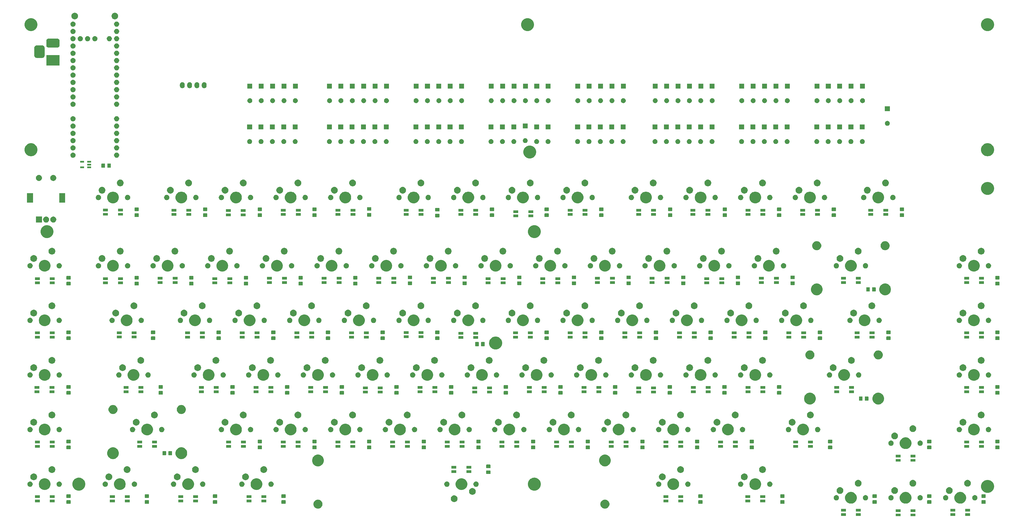
<source format=gbr>
G04 #@! TF.GenerationSoftware,KiCad,Pcbnew,(5.1.4)-1*
G04 #@! TF.CreationDate,2020-12-18T22:25:40+01:00*
G04 #@! TF.ProjectId,CZTKeyRev1,435a544b-6579-4526-9576-312e6b696361,rev?*
G04 #@! TF.SameCoordinates,Original*
G04 #@! TF.FileFunction,Soldermask,Bot*
G04 #@! TF.FilePolarity,Negative*
%FSLAX46Y46*%
G04 Gerber Fmt 4.6, Leading zero omitted, Abs format (unit mm)*
G04 Created by KiCad (PCBNEW (5.1.4)-1) date 2020-12-18 22:25:40*
%MOMM*%
%LPD*%
G04 APERTURE LIST*
%ADD10C,0.100000*%
G04 APERTURE END LIST*
D10*
G36*
X327301000Y-191393500D02*
G01*
X325599000Y-191393500D01*
X325599000Y-190471500D01*
X327301000Y-190471500D01*
X327301000Y-191393500D01*
X327301000Y-191393500D01*
G37*
G36*
X322101000Y-191393500D02*
G01*
X320399000Y-191393500D01*
X320399000Y-190471500D01*
X322101000Y-190471500D01*
X322101000Y-191393500D01*
X322101000Y-191393500D01*
G37*
G36*
X308251000Y-191266500D02*
G01*
X306549000Y-191266500D01*
X306549000Y-190344500D01*
X308251000Y-190344500D01*
X308251000Y-191266500D01*
X308251000Y-191266500D01*
G37*
G36*
X341151000Y-191266500D02*
G01*
X339449000Y-191266500D01*
X339449000Y-190344500D01*
X341151000Y-190344500D01*
X341151000Y-191266500D01*
X341151000Y-191266500D01*
G37*
G36*
X346351000Y-191266500D02*
G01*
X344649000Y-191266500D01*
X344649000Y-190344500D01*
X346351000Y-190344500D01*
X346351000Y-191266500D01*
X346351000Y-191266500D01*
G37*
G36*
X303051000Y-191266500D02*
G01*
X301349000Y-191266500D01*
X301349000Y-190344500D01*
X303051000Y-190344500D01*
X303051000Y-191266500D01*
X303051000Y-191266500D01*
G37*
G36*
X327301000Y-189893500D02*
G01*
X325599000Y-189893500D01*
X325599000Y-188971500D01*
X327301000Y-188971500D01*
X327301000Y-189893500D01*
X327301000Y-189893500D01*
G37*
G36*
X322101000Y-189893500D02*
G01*
X320399000Y-189893500D01*
X320399000Y-188971500D01*
X322101000Y-188971500D01*
X322101000Y-189893500D01*
X322101000Y-189893500D01*
G37*
G36*
X303051000Y-189766500D02*
G01*
X301349000Y-189766500D01*
X301349000Y-188844500D01*
X303051000Y-188844500D01*
X303051000Y-189766500D01*
X303051000Y-189766500D01*
G37*
G36*
X308251000Y-189766500D02*
G01*
X306549000Y-189766500D01*
X306549000Y-188844500D01*
X308251000Y-188844500D01*
X308251000Y-189766500D01*
X308251000Y-189766500D01*
G37*
G36*
X346351000Y-189766500D02*
G01*
X344649000Y-189766500D01*
X344649000Y-188844500D01*
X346351000Y-188844500D01*
X346351000Y-189766500D01*
X346351000Y-189766500D01*
G37*
G36*
X341151000Y-189766500D02*
G01*
X339449000Y-189766500D01*
X339449000Y-188844500D01*
X341151000Y-188844500D01*
X341151000Y-189766500D01*
X341151000Y-189766500D01*
G37*
G36*
X119289706Y-185604025D02*
G01*
X119528511Y-185651526D01*
X119647237Y-185700704D01*
X119815141Y-185770252D01*
X119871213Y-185807718D01*
X120073104Y-185942617D01*
X120292483Y-186161996D01*
X120386803Y-186303157D01*
X120464848Y-186419959D01*
X120583574Y-186706590D01*
X120644100Y-187010875D01*
X120644100Y-187321125D01*
X120583574Y-187625410D01*
X120464848Y-187912041D01*
X120464847Y-187912042D01*
X120292483Y-188170004D01*
X120073104Y-188389383D01*
X119900739Y-188504553D01*
X119815141Y-188561748D01*
X119647237Y-188631296D01*
X119528511Y-188680474D01*
X119224225Y-188741000D01*
X118913975Y-188741000D01*
X118609689Y-188680474D01*
X118490963Y-188631296D01*
X118323059Y-188561748D01*
X118237461Y-188504553D01*
X118065096Y-188389383D01*
X117845717Y-188170004D01*
X117673353Y-187912042D01*
X117673352Y-187912041D01*
X117554626Y-187625410D01*
X117494100Y-187321125D01*
X117494100Y-187010875D01*
X117554626Y-186706590D01*
X117673352Y-186419959D01*
X117751397Y-186303157D01*
X117845717Y-186161996D01*
X118065096Y-185942617D01*
X118266987Y-185807718D01*
X118323059Y-185770252D01*
X118490963Y-185700704D01*
X118609689Y-185651526D01*
X118848494Y-185604025D01*
X118913975Y-185591000D01*
X119224225Y-185591000D01*
X119289706Y-185604025D01*
X119289706Y-185604025D01*
G37*
G36*
X219289506Y-185604025D02*
G01*
X219528311Y-185651526D01*
X219647037Y-185700704D01*
X219814941Y-185770252D01*
X219871013Y-185807718D01*
X220072904Y-185942617D01*
X220292283Y-186161996D01*
X220386603Y-186303157D01*
X220464648Y-186419959D01*
X220583374Y-186706590D01*
X220643900Y-187010875D01*
X220643900Y-187321125D01*
X220583374Y-187625410D01*
X220464648Y-187912041D01*
X220464647Y-187912042D01*
X220292283Y-188170004D01*
X220072904Y-188389383D01*
X219900539Y-188504553D01*
X219814941Y-188561748D01*
X219647037Y-188631296D01*
X219528311Y-188680474D01*
X219224025Y-188741000D01*
X218913775Y-188741000D01*
X218609489Y-188680474D01*
X218490763Y-188631296D01*
X218322859Y-188561748D01*
X218237261Y-188504553D01*
X218064896Y-188389383D01*
X217845517Y-188170004D01*
X217673153Y-187912042D01*
X217673152Y-187912041D01*
X217554426Y-187625410D01*
X217493900Y-187321125D01*
X217493900Y-187010875D01*
X217554426Y-186706590D01*
X217673152Y-186419959D01*
X217751197Y-186303157D01*
X217845517Y-186161996D01*
X218064896Y-185942617D01*
X218266787Y-185807718D01*
X218322859Y-185770252D01*
X218490763Y-185700704D01*
X218609489Y-185651526D01*
X218848294Y-185604025D01*
X218913775Y-185591000D01*
X219224025Y-185591000D01*
X219289506Y-185604025D01*
X219289506Y-185604025D01*
G37*
G36*
X83773674Y-185791465D02*
G01*
X83811367Y-185802899D01*
X83846103Y-185821466D01*
X83876548Y-185846452D01*
X83901534Y-185876897D01*
X83920101Y-185911633D01*
X83931535Y-185949326D01*
X83936000Y-185994661D01*
X83936000Y-186831339D01*
X83931535Y-186876674D01*
X83920101Y-186914367D01*
X83901534Y-186949103D01*
X83876548Y-186979548D01*
X83846103Y-187004534D01*
X83811367Y-187023101D01*
X83773674Y-187034535D01*
X83728339Y-187039000D01*
X82641661Y-187039000D01*
X82596326Y-187034535D01*
X82558633Y-187023101D01*
X82523897Y-187004534D01*
X82493452Y-186979548D01*
X82468466Y-186949103D01*
X82449899Y-186914367D01*
X82438465Y-186876674D01*
X82434000Y-186831339D01*
X82434000Y-185994661D01*
X82438465Y-185949326D01*
X82449899Y-185911633D01*
X82468466Y-185876897D01*
X82493452Y-185846452D01*
X82523897Y-185821466D01*
X82558633Y-185802899D01*
X82596326Y-185791465D01*
X82641661Y-185787000D01*
X83728339Y-185787000D01*
X83773674Y-185791465D01*
X83773674Y-185791465D01*
G37*
G36*
X32719674Y-185791465D02*
G01*
X32757367Y-185802899D01*
X32792103Y-185821466D01*
X32822548Y-185846452D01*
X32847534Y-185876897D01*
X32866101Y-185911633D01*
X32877535Y-185949326D01*
X32882000Y-185994661D01*
X32882000Y-186831339D01*
X32877535Y-186876674D01*
X32866101Y-186914367D01*
X32847534Y-186949103D01*
X32822548Y-186979548D01*
X32792103Y-187004534D01*
X32757367Y-187023101D01*
X32719674Y-187034535D01*
X32674339Y-187039000D01*
X31587661Y-187039000D01*
X31542326Y-187034535D01*
X31504633Y-187023101D01*
X31469897Y-187004534D01*
X31439452Y-186979548D01*
X31414466Y-186949103D01*
X31395899Y-186914367D01*
X31384465Y-186876674D01*
X31380000Y-186831339D01*
X31380000Y-185994661D01*
X31384465Y-185949326D01*
X31395899Y-185911633D01*
X31414466Y-185876897D01*
X31439452Y-185846452D01*
X31469897Y-185821466D01*
X31504633Y-185802899D01*
X31542326Y-185791465D01*
X31587661Y-185787000D01*
X32674339Y-185787000D01*
X32719674Y-185791465D01*
X32719674Y-185791465D01*
G37*
G36*
X60024674Y-185791465D02*
G01*
X60062367Y-185802899D01*
X60097103Y-185821466D01*
X60127548Y-185846452D01*
X60152534Y-185876897D01*
X60171101Y-185911633D01*
X60182535Y-185949326D01*
X60187000Y-185994661D01*
X60187000Y-186831339D01*
X60182535Y-186876674D01*
X60171101Y-186914367D01*
X60152534Y-186949103D01*
X60127548Y-186979548D01*
X60097103Y-187004534D01*
X60062367Y-187023101D01*
X60024674Y-187034535D01*
X59979339Y-187039000D01*
X58892661Y-187039000D01*
X58847326Y-187034535D01*
X58809633Y-187023101D01*
X58774897Y-187004534D01*
X58744452Y-186979548D01*
X58719466Y-186949103D01*
X58700899Y-186914367D01*
X58689465Y-186876674D01*
X58685000Y-186831339D01*
X58685000Y-185994661D01*
X58689465Y-185949326D01*
X58700899Y-185911633D01*
X58719466Y-185876897D01*
X58744452Y-185846452D01*
X58774897Y-185821466D01*
X58809633Y-185802899D01*
X58847326Y-185791465D01*
X58892661Y-185787000D01*
X59979339Y-185787000D01*
X60024674Y-185791465D01*
X60024674Y-185791465D01*
G37*
G36*
X107649674Y-185791465D02*
G01*
X107687367Y-185802899D01*
X107722103Y-185821466D01*
X107752548Y-185846452D01*
X107777534Y-185876897D01*
X107796101Y-185911633D01*
X107807535Y-185949326D01*
X107812000Y-185994661D01*
X107812000Y-186831339D01*
X107807535Y-186876674D01*
X107796101Y-186914367D01*
X107777534Y-186949103D01*
X107752548Y-186979548D01*
X107722103Y-187004534D01*
X107687367Y-187023101D01*
X107649674Y-187034535D01*
X107604339Y-187039000D01*
X106517661Y-187039000D01*
X106472326Y-187034535D01*
X106434633Y-187023101D01*
X106399897Y-187004534D01*
X106369452Y-186979548D01*
X106344466Y-186949103D01*
X106325899Y-186914367D01*
X106314465Y-186876674D01*
X106310000Y-186831339D01*
X106310000Y-185994661D01*
X106314465Y-185949326D01*
X106325899Y-185911633D01*
X106344466Y-185876897D01*
X106369452Y-185846452D01*
X106399897Y-185821466D01*
X106434633Y-185802899D01*
X106472326Y-185791465D01*
X106517661Y-185787000D01*
X107604339Y-185787000D01*
X107649674Y-185791465D01*
X107649674Y-185791465D01*
G37*
G36*
X281512674Y-185791465D02*
G01*
X281550367Y-185802899D01*
X281585103Y-185821466D01*
X281615548Y-185846452D01*
X281640534Y-185876897D01*
X281659101Y-185911633D01*
X281670535Y-185949326D01*
X281675000Y-185994661D01*
X281675000Y-186831339D01*
X281670535Y-186876674D01*
X281659101Y-186914367D01*
X281640534Y-186949103D01*
X281615548Y-186979548D01*
X281585103Y-187004534D01*
X281550367Y-187023101D01*
X281512674Y-187034535D01*
X281467339Y-187039000D01*
X280380661Y-187039000D01*
X280335326Y-187034535D01*
X280297633Y-187023101D01*
X280262897Y-187004534D01*
X280232452Y-186979548D01*
X280207466Y-186949103D01*
X280188899Y-186914367D01*
X280177465Y-186876674D01*
X280173000Y-186831339D01*
X280173000Y-185994661D01*
X280177465Y-185949326D01*
X280188899Y-185911633D01*
X280207466Y-185876897D01*
X280232452Y-185846452D01*
X280262897Y-185821466D01*
X280297633Y-185802899D01*
X280335326Y-185791465D01*
X280380661Y-185787000D01*
X281467339Y-185787000D01*
X281512674Y-185791465D01*
X281512674Y-185791465D01*
G37*
G36*
X313643674Y-185791465D02*
G01*
X313681367Y-185802899D01*
X313716103Y-185821466D01*
X313746548Y-185846452D01*
X313771534Y-185876897D01*
X313790101Y-185911633D01*
X313801535Y-185949326D01*
X313806000Y-185994661D01*
X313806000Y-186831339D01*
X313801535Y-186876674D01*
X313790101Y-186914367D01*
X313771534Y-186949103D01*
X313746548Y-186979548D01*
X313716103Y-187004534D01*
X313681367Y-187023101D01*
X313643674Y-187034535D01*
X313598339Y-187039000D01*
X312511661Y-187039000D01*
X312466326Y-187034535D01*
X312428633Y-187023101D01*
X312393897Y-187004534D01*
X312363452Y-186979548D01*
X312338466Y-186949103D01*
X312319899Y-186914367D01*
X312308465Y-186876674D01*
X312304000Y-186831339D01*
X312304000Y-185994661D01*
X312308465Y-185949326D01*
X312319899Y-185911633D01*
X312338466Y-185876897D01*
X312363452Y-185846452D01*
X312393897Y-185821466D01*
X312428633Y-185802899D01*
X312466326Y-185791465D01*
X312511661Y-185787000D01*
X313598339Y-185787000D01*
X313643674Y-185791465D01*
X313643674Y-185791465D01*
G37*
G36*
X332693674Y-185791465D02*
G01*
X332731367Y-185802899D01*
X332766103Y-185821466D01*
X332796548Y-185846452D01*
X332821534Y-185876897D01*
X332840101Y-185911633D01*
X332851535Y-185949326D01*
X332856000Y-185994661D01*
X332856000Y-186831339D01*
X332851535Y-186876674D01*
X332840101Y-186914367D01*
X332821534Y-186949103D01*
X332796548Y-186979548D01*
X332766103Y-187004534D01*
X332731367Y-187023101D01*
X332693674Y-187034535D01*
X332648339Y-187039000D01*
X331561661Y-187039000D01*
X331516326Y-187034535D01*
X331478633Y-187023101D01*
X331443897Y-187004534D01*
X331413452Y-186979548D01*
X331388466Y-186949103D01*
X331369899Y-186914367D01*
X331358465Y-186876674D01*
X331354000Y-186831339D01*
X331354000Y-185994661D01*
X331358465Y-185949326D01*
X331369899Y-185911633D01*
X331388466Y-185876897D01*
X331413452Y-185846452D01*
X331443897Y-185821466D01*
X331478633Y-185802899D01*
X331516326Y-185791465D01*
X331561661Y-185787000D01*
X332648339Y-185787000D01*
X332693674Y-185791465D01*
X332693674Y-185791465D01*
G37*
G36*
X351616674Y-185791465D02*
G01*
X351654367Y-185802899D01*
X351689103Y-185821466D01*
X351719548Y-185846452D01*
X351744534Y-185876897D01*
X351763101Y-185911633D01*
X351774535Y-185949326D01*
X351779000Y-185994661D01*
X351779000Y-186831339D01*
X351774535Y-186876674D01*
X351763101Y-186914367D01*
X351744534Y-186949103D01*
X351719548Y-186979548D01*
X351689103Y-187004534D01*
X351654367Y-187023101D01*
X351616674Y-187034535D01*
X351571339Y-187039000D01*
X350484661Y-187039000D01*
X350439326Y-187034535D01*
X350401633Y-187023101D01*
X350366897Y-187004534D01*
X350336452Y-186979548D01*
X350311466Y-186949103D01*
X350292899Y-186914367D01*
X350281465Y-186876674D01*
X350277000Y-186831339D01*
X350277000Y-185994661D01*
X350281465Y-185949326D01*
X350292899Y-185911633D01*
X350311466Y-185876897D01*
X350336452Y-185846452D01*
X350366897Y-185821466D01*
X350401633Y-185802899D01*
X350439326Y-185791465D01*
X350484661Y-185787000D01*
X351571339Y-185787000D01*
X351616674Y-185791465D01*
X351616674Y-185791465D01*
G37*
G36*
X252937674Y-185791465D02*
G01*
X252975367Y-185802899D01*
X253010103Y-185821466D01*
X253040548Y-185846452D01*
X253065534Y-185876897D01*
X253084101Y-185911633D01*
X253095535Y-185949326D01*
X253100000Y-185994661D01*
X253100000Y-186831339D01*
X253095535Y-186876674D01*
X253084101Y-186914367D01*
X253065534Y-186949103D01*
X253040548Y-186979548D01*
X253010103Y-187004534D01*
X252975367Y-187023101D01*
X252937674Y-187034535D01*
X252892339Y-187039000D01*
X251805661Y-187039000D01*
X251760326Y-187034535D01*
X251722633Y-187023101D01*
X251687897Y-187004534D01*
X251657452Y-186979548D01*
X251632466Y-186949103D01*
X251613899Y-186914367D01*
X251602465Y-186876674D01*
X251598000Y-186831339D01*
X251598000Y-185994661D01*
X251602465Y-185949326D01*
X251613899Y-185911633D01*
X251632466Y-185876897D01*
X251657452Y-185846452D01*
X251687897Y-185821466D01*
X251722633Y-185802899D01*
X251760326Y-185791465D01*
X251805661Y-185787000D01*
X252892339Y-185787000D01*
X252937674Y-185791465D01*
X252937674Y-185791465D01*
G37*
G36*
X305396474Y-182977184D02*
G01*
X305606126Y-183064025D01*
X305768623Y-183131333D01*
X306103548Y-183355123D01*
X306388377Y-183639952D01*
X306612167Y-183974877D01*
X306662975Y-184097539D01*
X306766316Y-184347026D01*
X306844900Y-184742094D01*
X306844900Y-185144906D01*
X306766316Y-185539974D01*
X306676017Y-185757974D01*
X306612167Y-185912123D01*
X306388377Y-186247048D01*
X306103548Y-186531877D01*
X305768623Y-186755667D01*
X305614474Y-186819517D01*
X305396474Y-186909816D01*
X305001406Y-186988400D01*
X304598594Y-186988400D01*
X304203526Y-186909816D01*
X303985526Y-186819517D01*
X303831377Y-186755667D01*
X303496452Y-186531877D01*
X303211623Y-186247048D01*
X302987833Y-185912123D01*
X302923983Y-185757974D01*
X302833684Y-185539974D01*
X302755100Y-185144906D01*
X302755100Y-184742094D01*
X302833684Y-184347026D01*
X302937025Y-184097539D01*
X302987833Y-183974877D01*
X303211623Y-183639952D01*
X303496452Y-183355123D01*
X303831377Y-183131333D01*
X303993874Y-183064025D01*
X304203526Y-182977184D01*
X304598594Y-182898600D01*
X305001406Y-182898600D01*
X305396474Y-182977184D01*
X305396474Y-182977184D01*
G37*
G36*
X324446474Y-182977184D02*
G01*
X324656126Y-183064025D01*
X324818623Y-183131333D01*
X325153548Y-183355123D01*
X325438377Y-183639952D01*
X325662167Y-183974877D01*
X325712975Y-184097539D01*
X325816316Y-184347026D01*
X325894900Y-184742094D01*
X325894900Y-185144906D01*
X325816316Y-185539974D01*
X325726017Y-185757974D01*
X325662167Y-185912123D01*
X325438377Y-186247048D01*
X325153548Y-186531877D01*
X324818623Y-186755667D01*
X324664474Y-186819517D01*
X324446474Y-186909816D01*
X324051406Y-186988400D01*
X323648594Y-186988400D01*
X323253526Y-186909816D01*
X323035526Y-186819517D01*
X322881377Y-186755667D01*
X322546452Y-186531877D01*
X322261623Y-186247048D01*
X322037833Y-185912123D01*
X321973983Y-185757974D01*
X321883684Y-185539974D01*
X321805100Y-185144906D01*
X321805100Y-184742094D01*
X321883684Y-184347026D01*
X321987025Y-184097539D01*
X322037833Y-183974877D01*
X322261623Y-183639952D01*
X322546452Y-183355123D01*
X322881377Y-183131333D01*
X323043874Y-183064025D01*
X323253526Y-182977184D01*
X323648594Y-182898600D01*
X324051406Y-182898600D01*
X324446474Y-182977184D01*
X324446474Y-182977184D01*
G37*
G36*
X343496474Y-182977184D02*
G01*
X343706126Y-183064025D01*
X343868623Y-183131333D01*
X344203548Y-183355123D01*
X344488377Y-183639952D01*
X344712167Y-183974877D01*
X344762975Y-184097539D01*
X344866316Y-184347026D01*
X344944900Y-184742094D01*
X344944900Y-185144906D01*
X344866316Y-185539974D01*
X344776017Y-185757974D01*
X344712167Y-185912123D01*
X344488377Y-186247048D01*
X344203548Y-186531877D01*
X343868623Y-186755667D01*
X343714474Y-186819517D01*
X343496474Y-186909816D01*
X343101406Y-186988400D01*
X342698594Y-186988400D01*
X342303526Y-186909816D01*
X342085526Y-186819517D01*
X341931377Y-186755667D01*
X341596452Y-186531877D01*
X341311623Y-186247048D01*
X341087833Y-185912123D01*
X341023983Y-185757974D01*
X340933684Y-185539974D01*
X340855100Y-185144906D01*
X340855100Y-184742094D01*
X340933684Y-184347026D01*
X341037025Y-184097539D01*
X341087833Y-183974877D01*
X341311623Y-183639952D01*
X341596452Y-183355123D01*
X341931377Y-183131333D01*
X342093874Y-183064025D01*
X342303526Y-182977184D01*
X342698594Y-182898600D01*
X343101406Y-182898600D01*
X343496474Y-182977184D01*
X343496474Y-182977184D01*
G37*
G36*
X53457200Y-186504000D02*
G01*
X51755200Y-186504000D01*
X51755200Y-185582000D01*
X53457200Y-185582000D01*
X53457200Y-186504000D01*
X53457200Y-186504000D01*
G37*
G36*
X269714000Y-186504000D02*
G01*
X268012000Y-186504000D01*
X268012000Y-185582000D01*
X269714000Y-185582000D01*
X269714000Y-186504000D01*
X269714000Y-186504000D01*
G37*
G36*
X22127000Y-186504000D02*
G01*
X20425000Y-186504000D01*
X20425000Y-185582000D01*
X22127000Y-185582000D01*
X22127000Y-186504000D01*
X22127000Y-186504000D01*
G37*
G36*
X27327000Y-186504000D02*
G01*
X25625000Y-186504000D01*
X25625000Y-185582000D01*
X27327000Y-185582000D01*
X27327000Y-186504000D01*
X27327000Y-186504000D01*
G37*
G36*
X241138000Y-186504000D02*
G01*
X239436000Y-186504000D01*
X239436000Y-185582000D01*
X241138000Y-185582000D01*
X241138000Y-186504000D01*
X241138000Y-186504000D01*
G37*
G36*
X48257200Y-186504000D02*
G01*
X46555200Y-186504000D01*
X46555200Y-185582000D01*
X48257200Y-185582000D01*
X48257200Y-186504000D01*
X48257200Y-186504000D01*
G37*
G36*
X72069800Y-186504000D02*
G01*
X70367800Y-186504000D01*
X70367800Y-185582000D01*
X72069800Y-185582000D01*
X72069800Y-186504000D01*
X72069800Y-186504000D01*
G37*
G36*
X77269800Y-186504000D02*
G01*
X75567800Y-186504000D01*
X75567800Y-185582000D01*
X77269800Y-185582000D01*
X77269800Y-186504000D01*
X77269800Y-186504000D01*
G37*
G36*
X95882200Y-186504000D02*
G01*
X94180200Y-186504000D01*
X94180200Y-185582000D01*
X95882200Y-185582000D01*
X95882200Y-186504000D01*
X95882200Y-186504000D01*
G37*
G36*
X101082200Y-186504000D02*
G01*
X99380200Y-186504000D01*
X99380200Y-185582000D01*
X101082200Y-185582000D01*
X101082200Y-186504000D01*
X101082200Y-186504000D01*
G37*
G36*
X274914000Y-186504000D02*
G01*
X273212000Y-186504000D01*
X273212000Y-185582000D01*
X274914000Y-185582000D01*
X274914000Y-186504000D01*
X274914000Y-186504000D01*
G37*
G36*
X246338000Y-186504000D02*
G01*
X244636000Y-186504000D01*
X244636000Y-185582000D01*
X246338000Y-185582000D01*
X246338000Y-186504000D01*
X246338000Y-186504000D01*
G37*
G36*
X166707864Y-184097539D02*
G01*
X166872027Y-184130193D01*
X167086045Y-184218842D01*
X167094107Y-184224229D01*
X167278654Y-184347539D01*
X167442461Y-184511346D01*
X167528258Y-184639751D01*
X167571158Y-184703955D01*
X167659807Y-184917973D01*
X167671547Y-184976995D01*
X167704947Y-185144905D01*
X167705000Y-185145174D01*
X167705000Y-185376826D01*
X167659807Y-185604027D01*
X167571158Y-185818045D01*
X167560554Y-185833915D01*
X167442461Y-186010654D01*
X167278654Y-186174461D01*
X167170021Y-186247047D01*
X167086045Y-186303158D01*
X166872027Y-186391807D01*
X166771515Y-186411800D01*
X166644827Y-186437000D01*
X166413173Y-186437000D01*
X166286485Y-186411800D01*
X166185973Y-186391807D01*
X165971955Y-186303158D01*
X165887979Y-186247047D01*
X165779346Y-186174461D01*
X165615539Y-186010654D01*
X165497446Y-185833915D01*
X165486842Y-185818045D01*
X165398193Y-185604027D01*
X165353000Y-185376826D01*
X165353000Y-185145174D01*
X165353054Y-185144905D01*
X165386453Y-184976995D01*
X165398193Y-184917973D01*
X165486842Y-184703955D01*
X165529742Y-184639751D01*
X165615539Y-184511346D01*
X165779346Y-184347539D01*
X165963893Y-184224229D01*
X165971955Y-184218842D01*
X166185973Y-184130193D01*
X166350136Y-184097539D01*
X166413173Y-184085000D01*
X166644827Y-184085000D01*
X166707864Y-184097539D01*
X166707864Y-184097539D01*
G37*
G36*
X319040104Y-184053085D02*
G01*
X319208626Y-184122889D01*
X319360291Y-184224228D01*
X319489272Y-184353209D01*
X319590611Y-184504874D01*
X319660415Y-184673396D01*
X319696000Y-184852297D01*
X319696000Y-185034703D01*
X319660415Y-185213604D01*
X319590611Y-185382126D01*
X319489272Y-185533791D01*
X319360291Y-185662772D01*
X319208626Y-185764111D01*
X319040104Y-185833915D01*
X318861203Y-185869500D01*
X318678797Y-185869500D01*
X318499896Y-185833915D01*
X318331374Y-185764111D01*
X318179709Y-185662772D01*
X318050728Y-185533791D01*
X317949389Y-185382126D01*
X317879585Y-185213604D01*
X317844000Y-185034703D01*
X317844000Y-184852297D01*
X317879585Y-184673396D01*
X317949389Y-184504874D01*
X318050728Y-184353209D01*
X318179709Y-184224228D01*
X318331374Y-184122889D01*
X318499896Y-184053085D01*
X318678797Y-184017500D01*
X318861203Y-184017500D01*
X319040104Y-184053085D01*
X319040104Y-184053085D01*
G37*
G36*
X310150104Y-184053085D02*
G01*
X310318626Y-184122889D01*
X310470291Y-184224228D01*
X310599272Y-184353209D01*
X310700611Y-184504874D01*
X310770415Y-184673396D01*
X310806000Y-184852297D01*
X310806000Y-185034703D01*
X310770415Y-185213604D01*
X310700611Y-185382126D01*
X310599272Y-185533791D01*
X310470291Y-185662772D01*
X310318626Y-185764111D01*
X310150104Y-185833915D01*
X309971203Y-185869500D01*
X309788797Y-185869500D01*
X309609896Y-185833915D01*
X309441374Y-185764111D01*
X309289709Y-185662772D01*
X309160728Y-185533791D01*
X309059389Y-185382126D01*
X308989585Y-185213604D01*
X308954000Y-185034703D01*
X308954000Y-184852297D01*
X308989585Y-184673396D01*
X309059389Y-184504874D01*
X309160728Y-184353209D01*
X309289709Y-184224228D01*
X309441374Y-184122889D01*
X309609896Y-184053085D01*
X309788797Y-184017500D01*
X309971203Y-184017500D01*
X310150104Y-184053085D01*
X310150104Y-184053085D01*
G37*
G36*
X299990104Y-184053085D02*
G01*
X300158626Y-184122889D01*
X300310291Y-184224228D01*
X300439272Y-184353209D01*
X300540611Y-184504874D01*
X300610415Y-184673396D01*
X300646000Y-184852297D01*
X300646000Y-185034703D01*
X300610415Y-185213604D01*
X300540611Y-185382126D01*
X300439272Y-185533791D01*
X300310291Y-185662772D01*
X300158626Y-185764111D01*
X299990104Y-185833915D01*
X299811203Y-185869500D01*
X299628797Y-185869500D01*
X299449896Y-185833915D01*
X299281374Y-185764111D01*
X299129709Y-185662772D01*
X299000728Y-185533791D01*
X298899389Y-185382126D01*
X298829585Y-185213604D01*
X298794000Y-185034703D01*
X298794000Y-184852297D01*
X298829585Y-184673396D01*
X298899389Y-184504874D01*
X299000728Y-184353209D01*
X299129709Y-184224228D01*
X299281374Y-184122889D01*
X299449896Y-184053085D01*
X299628797Y-184017500D01*
X299811203Y-184017500D01*
X299990104Y-184053085D01*
X299990104Y-184053085D01*
G37*
G36*
X348250104Y-184053085D02*
G01*
X348418626Y-184122889D01*
X348570291Y-184224228D01*
X348699272Y-184353209D01*
X348800611Y-184504874D01*
X348870415Y-184673396D01*
X348906000Y-184852297D01*
X348906000Y-185034703D01*
X348870415Y-185213604D01*
X348800611Y-185382126D01*
X348699272Y-185533791D01*
X348570291Y-185662772D01*
X348418626Y-185764111D01*
X348250104Y-185833915D01*
X348071203Y-185869500D01*
X347888797Y-185869500D01*
X347709896Y-185833915D01*
X347541374Y-185764111D01*
X347389709Y-185662772D01*
X347260728Y-185533791D01*
X347159389Y-185382126D01*
X347089585Y-185213604D01*
X347054000Y-185034703D01*
X347054000Y-184852297D01*
X347089585Y-184673396D01*
X347159389Y-184504874D01*
X347260728Y-184353209D01*
X347389709Y-184224228D01*
X347541374Y-184122889D01*
X347709896Y-184053085D01*
X347888797Y-184017500D01*
X348071203Y-184017500D01*
X348250104Y-184053085D01*
X348250104Y-184053085D01*
G37*
G36*
X338090104Y-184053085D02*
G01*
X338258626Y-184122889D01*
X338410291Y-184224228D01*
X338539272Y-184353209D01*
X338640611Y-184504874D01*
X338710415Y-184673396D01*
X338746000Y-184852297D01*
X338746000Y-185034703D01*
X338710415Y-185213604D01*
X338640611Y-185382126D01*
X338539272Y-185533791D01*
X338410291Y-185662772D01*
X338258626Y-185764111D01*
X338090104Y-185833915D01*
X337911203Y-185869500D01*
X337728797Y-185869500D01*
X337549896Y-185833915D01*
X337381374Y-185764111D01*
X337229709Y-185662772D01*
X337100728Y-185533791D01*
X336999389Y-185382126D01*
X336929585Y-185213604D01*
X336894000Y-185034703D01*
X336894000Y-184852297D01*
X336929585Y-184673396D01*
X336999389Y-184504874D01*
X337100728Y-184353209D01*
X337229709Y-184224228D01*
X337381374Y-184122889D01*
X337549896Y-184053085D01*
X337728797Y-184017500D01*
X337911203Y-184017500D01*
X338090104Y-184053085D01*
X338090104Y-184053085D01*
G37*
G36*
X329200104Y-184053085D02*
G01*
X329368626Y-184122889D01*
X329520291Y-184224228D01*
X329649272Y-184353209D01*
X329750611Y-184504874D01*
X329820415Y-184673396D01*
X329856000Y-184852297D01*
X329856000Y-185034703D01*
X329820415Y-185213604D01*
X329750611Y-185382126D01*
X329649272Y-185533791D01*
X329520291Y-185662772D01*
X329368626Y-185764111D01*
X329200104Y-185833915D01*
X329021203Y-185869500D01*
X328838797Y-185869500D01*
X328659896Y-185833915D01*
X328491374Y-185764111D01*
X328339709Y-185662772D01*
X328210728Y-185533791D01*
X328109389Y-185382126D01*
X328039585Y-185213604D01*
X328004000Y-185034703D01*
X328004000Y-184852297D01*
X328039585Y-184673396D01*
X328109389Y-184504874D01*
X328210728Y-184353209D01*
X328339709Y-184224228D01*
X328491374Y-184122889D01*
X328659896Y-184053085D01*
X328838797Y-184017500D01*
X329021203Y-184017500D01*
X329200104Y-184053085D01*
X329200104Y-184053085D01*
G37*
G36*
X95882200Y-185004000D02*
G01*
X94180200Y-185004000D01*
X94180200Y-184082000D01*
X95882200Y-184082000D01*
X95882200Y-185004000D01*
X95882200Y-185004000D01*
G37*
G36*
X246338000Y-185004000D02*
G01*
X244636000Y-185004000D01*
X244636000Y-184082000D01*
X246338000Y-184082000D01*
X246338000Y-185004000D01*
X246338000Y-185004000D01*
G37*
G36*
X72069800Y-185004000D02*
G01*
X70367800Y-185004000D01*
X70367800Y-184082000D01*
X72069800Y-184082000D01*
X72069800Y-185004000D01*
X72069800Y-185004000D01*
G37*
G36*
X53457200Y-185004000D02*
G01*
X51755200Y-185004000D01*
X51755200Y-184082000D01*
X53457200Y-184082000D01*
X53457200Y-185004000D01*
X53457200Y-185004000D01*
G37*
G36*
X48257200Y-185004000D02*
G01*
X46555200Y-185004000D01*
X46555200Y-184082000D01*
X48257200Y-184082000D01*
X48257200Y-185004000D01*
X48257200Y-185004000D01*
G37*
G36*
X27327000Y-185004000D02*
G01*
X25625000Y-185004000D01*
X25625000Y-184082000D01*
X27327000Y-184082000D01*
X27327000Y-185004000D01*
X27327000Y-185004000D01*
G37*
G36*
X22127000Y-185004000D02*
G01*
X20425000Y-185004000D01*
X20425000Y-184082000D01*
X22127000Y-184082000D01*
X22127000Y-185004000D01*
X22127000Y-185004000D01*
G37*
G36*
X274914000Y-185004000D02*
G01*
X273212000Y-185004000D01*
X273212000Y-184082000D01*
X274914000Y-184082000D01*
X274914000Y-185004000D01*
X274914000Y-185004000D01*
G37*
G36*
X101082200Y-185004000D02*
G01*
X99380200Y-185004000D01*
X99380200Y-184082000D01*
X101082200Y-184082000D01*
X101082200Y-185004000D01*
X101082200Y-185004000D01*
G37*
G36*
X269714000Y-185004000D02*
G01*
X268012000Y-185004000D01*
X268012000Y-184082000D01*
X269714000Y-184082000D01*
X269714000Y-185004000D01*
X269714000Y-185004000D01*
G37*
G36*
X77269800Y-185004000D02*
G01*
X75567800Y-185004000D01*
X75567800Y-184082000D01*
X77269800Y-184082000D01*
X77269800Y-185004000D01*
X77269800Y-185004000D01*
G37*
G36*
X241138000Y-185004000D02*
G01*
X239436000Y-185004000D01*
X239436000Y-184082000D01*
X241138000Y-184082000D01*
X241138000Y-185004000D01*
X241138000Y-185004000D01*
G37*
G36*
X332693674Y-183741465D02*
G01*
X332731367Y-183752899D01*
X332766103Y-183771466D01*
X332796548Y-183796452D01*
X332821534Y-183826897D01*
X332840101Y-183861633D01*
X332851535Y-183899326D01*
X332856000Y-183944661D01*
X332856000Y-184781339D01*
X332851535Y-184826674D01*
X332840101Y-184864367D01*
X332821534Y-184899103D01*
X332796548Y-184929548D01*
X332766103Y-184954534D01*
X332731367Y-184973101D01*
X332693674Y-184984535D01*
X332648339Y-184989000D01*
X331561661Y-184989000D01*
X331516326Y-184984535D01*
X331478633Y-184973101D01*
X331443897Y-184954534D01*
X331413452Y-184929548D01*
X331388466Y-184899103D01*
X331369899Y-184864367D01*
X331358465Y-184826674D01*
X331354000Y-184781339D01*
X331354000Y-183944661D01*
X331358465Y-183899326D01*
X331369899Y-183861633D01*
X331388466Y-183826897D01*
X331413452Y-183796452D01*
X331443897Y-183771466D01*
X331478633Y-183752899D01*
X331516326Y-183741465D01*
X331561661Y-183737000D01*
X332648339Y-183737000D01*
X332693674Y-183741465D01*
X332693674Y-183741465D01*
G37*
G36*
X313643674Y-183741465D02*
G01*
X313681367Y-183752899D01*
X313716103Y-183771466D01*
X313746548Y-183796452D01*
X313771534Y-183826897D01*
X313790101Y-183861633D01*
X313801535Y-183899326D01*
X313806000Y-183944661D01*
X313806000Y-184781339D01*
X313801535Y-184826674D01*
X313790101Y-184864367D01*
X313771534Y-184899103D01*
X313746548Y-184929548D01*
X313716103Y-184954534D01*
X313681367Y-184973101D01*
X313643674Y-184984535D01*
X313598339Y-184989000D01*
X312511661Y-184989000D01*
X312466326Y-184984535D01*
X312428633Y-184973101D01*
X312393897Y-184954534D01*
X312363452Y-184929548D01*
X312338466Y-184899103D01*
X312319899Y-184864367D01*
X312308465Y-184826674D01*
X312304000Y-184781339D01*
X312304000Y-183944661D01*
X312308465Y-183899326D01*
X312319899Y-183861633D01*
X312338466Y-183826897D01*
X312363452Y-183796452D01*
X312393897Y-183771466D01*
X312428633Y-183752899D01*
X312466326Y-183741465D01*
X312511661Y-183737000D01*
X313598339Y-183737000D01*
X313643674Y-183741465D01*
X313643674Y-183741465D01*
G37*
G36*
X281512674Y-183741465D02*
G01*
X281550367Y-183752899D01*
X281585103Y-183771466D01*
X281615548Y-183796452D01*
X281640534Y-183826897D01*
X281659101Y-183861633D01*
X281670535Y-183899326D01*
X281675000Y-183944661D01*
X281675000Y-184781339D01*
X281670535Y-184826674D01*
X281659101Y-184864367D01*
X281640534Y-184899103D01*
X281615548Y-184929548D01*
X281585103Y-184954534D01*
X281550367Y-184973101D01*
X281512674Y-184984535D01*
X281467339Y-184989000D01*
X280380661Y-184989000D01*
X280335326Y-184984535D01*
X280297633Y-184973101D01*
X280262897Y-184954534D01*
X280232452Y-184929548D01*
X280207466Y-184899103D01*
X280188899Y-184864367D01*
X280177465Y-184826674D01*
X280173000Y-184781339D01*
X280173000Y-183944661D01*
X280177465Y-183899326D01*
X280188899Y-183861633D01*
X280207466Y-183826897D01*
X280232452Y-183796452D01*
X280262897Y-183771466D01*
X280297633Y-183752899D01*
X280335326Y-183741465D01*
X280380661Y-183737000D01*
X281467339Y-183737000D01*
X281512674Y-183741465D01*
X281512674Y-183741465D01*
G37*
G36*
X252937674Y-183741465D02*
G01*
X252975367Y-183752899D01*
X253010103Y-183771466D01*
X253040548Y-183796452D01*
X253065534Y-183826897D01*
X253084101Y-183861633D01*
X253095535Y-183899326D01*
X253100000Y-183944661D01*
X253100000Y-184781339D01*
X253095535Y-184826674D01*
X253084101Y-184864367D01*
X253065534Y-184899103D01*
X253040548Y-184929548D01*
X253010103Y-184954534D01*
X252975367Y-184973101D01*
X252937674Y-184984535D01*
X252892339Y-184989000D01*
X251805661Y-184989000D01*
X251760326Y-184984535D01*
X251722633Y-184973101D01*
X251687897Y-184954534D01*
X251657452Y-184929548D01*
X251632466Y-184899103D01*
X251613899Y-184864367D01*
X251602465Y-184826674D01*
X251598000Y-184781339D01*
X251598000Y-183944661D01*
X251602465Y-183899326D01*
X251613899Y-183861633D01*
X251632466Y-183826897D01*
X251657452Y-183796452D01*
X251687897Y-183771466D01*
X251722633Y-183752899D01*
X251760326Y-183741465D01*
X251805661Y-183737000D01*
X252892339Y-183737000D01*
X252937674Y-183741465D01*
X252937674Y-183741465D01*
G37*
G36*
X107649674Y-183741465D02*
G01*
X107687367Y-183752899D01*
X107722103Y-183771466D01*
X107752548Y-183796452D01*
X107777534Y-183826897D01*
X107796101Y-183861633D01*
X107807535Y-183899326D01*
X107812000Y-183944661D01*
X107812000Y-184781339D01*
X107807535Y-184826674D01*
X107796101Y-184864367D01*
X107777534Y-184899103D01*
X107752548Y-184929548D01*
X107722103Y-184954534D01*
X107687367Y-184973101D01*
X107649674Y-184984535D01*
X107604339Y-184989000D01*
X106517661Y-184989000D01*
X106472326Y-184984535D01*
X106434633Y-184973101D01*
X106399897Y-184954534D01*
X106369452Y-184929548D01*
X106344466Y-184899103D01*
X106325899Y-184864367D01*
X106314465Y-184826674D01*
X106310000Y-184781339D01*
X106310000Y-183944661D01*
X106314465Y-183899326D01*
X106325899Y-183861633D01*
X106344466Y-183826897D01*
X106369452Y-183796452D01*
X106399897Y-183771466D01*
X106434633Y-183752899D01*
X106472326Y-183741465D01*
X106517661Y-183737000D01*
X107604339Y-183737000D01*
X107649674Y-183741465D01*
X107649674Y-183741465D01*
G37*
G36*
X83773674Y-183741465D02*
G01*
X83811367Y-183752899D01*
X83846103Y-183771466D01*
X83876548Y-183796452D01*
X83901534Y-183826897D01*
X83920101Y-183861633D01*
X83931535Y-183899326D01*
X83936000Y-183944661D01*
X83936000Y-184781339D01*
X83931535Y-184826674D01*
X83920101Y-184864367D01*
X83901534Y-184899103D01*
X83876548Y-184929548D01*
X83846103Y-184954534D01*
X83811367Y-184973101D01*
X83773674Y-184984535D01*
X83728339Y-184989000D01*
X82641661Y-184989000D01*
X82596326Y-184984535D01*
X82558633Y-184973101D01*
X82523897Y-184954534D01*
X82493452Y-184929548D01*
X82468466Y-184899103D01*
X82449899Y-184864367D01*
X82438465Y-184826674D01*
X82434000Y-184781339D01*
X82434000Y-183944661D01*
X82438465Y-183899326D01*
X82449899Y-183861633D01*
X82468466Y-183826897D01*
X82493452Y-183796452D01*
X82523897Y-183771466D01*
X82558633Y-183752899D01*
X82596326Y-183741465D01*
X82641661Y-183737000D01*
X83728339Y-183737000D01*
X83773674Y-183741465D01*
X83773674Y-183741465D01*
G37*
G36*
X60024674Y-183741465D02*
G01*
X60062367Y-183752899D01*
X60097103Y-183771466D01*
X60127548Y-183796452D01*
X60152534Y-183826897D01*
X60171101Y-183861633D01*
X60182535Y-183899326D01*
X60187000Y-183944661D01*
X60187000Y-184781339D01*
X60182535Y-184826674D01*
X60171101Y-184864367D01*
X60152534Y-184899103D01*
X60127548Y-184929548D01*
X60097103Y-184954534D01*
X60062367Y-184973101D01*
X60024674Y-184984535D01*
X59979339Y-184989000D01*
X58892661Y-184989000D01*
X58847326Y-184984535D01*
X58809633Y-184973101D01*
X58774897Y-184954534D01*
X58744452Y-184929548D01*
X58719466Y-184899103D01*
X58700899Y-184864367D01*
X58689465Y-184826674D01*
X58685000Y-184781339D01*
X58685000Y-183944661D01*
X58689465Y-183899326D01*
X58700899Y-183861633D01*
X58719466Y-183826897D01*
X58744452Y-183796452D01*
X58774897Y-183771466D01*
X58809633Y-183752899D01*
X58847326Y-183741465D01*
X58892661Y-183737000D01*
X59979339Y-183737000D01*
X60024674Y-183741465D01*
X60024674Y-183741465D01*
G37*
G36*
X32719674Y-183741465D02*
G01*
X32757367Y-183752899D01*
X32792103Y-183771466D01*
X32822548Y-183796452D01*
X32847534Y-183826897D01*
X32866101Y-183861633D01*
X32877535Y-183899326D01*
X32882000Y-183944661D01*
X32882000Y-184781339D01*
X32877535Y-184826674D01*
X32866101Y-184864367D01*
X32847534Y-184899103D01*
X32822548Y-184929548D01*
X32792103Y-184954534D01*
X32757367Y-184973101D01*
X32719674Y-184984535D01*
X32674339Y-184989000D01*
X31587661Y-184989000D01*
X31542326Y-184984535D01*
X31504633Y-184973101D01*
X31469897Y-184954534D01*
X31439452Y-184929548D01*
X31414466Y-184899103D01*
X31395899Y-184864367D01*
X31384465Y-184826674D01*
X31380000Y-184781339D01*
X31380000Y-183944661D01*
X31384465Y-183899326D01*
X31395899Y-183861633D01*
X31414466Y-183826897D01*
X31439452Y-183796452D01*
X31469897Y-183771466D01*
X31504633Y-183752899D01*
X31542326Y-183741465D01*
X31587661Y-183737000D01*
X32674339Y-183737000D01*
X32719674Y-183741465D01*
X32719674Y-183741465D01*
G37*
G36*
X351616674Y-183741465D02*
G01*
X351654367Y-183752899D01*
X351689103Y-183771466D01*
X351719548Y-183796452D01*
X351744534Y-183826897D01*
X351763101Y-183861633D01*
X351774535Y-183899326D01*
X351779000Y-183944661D01*
X351779000Y-184781339D01*
X351774535Y-184826674D01*
X351763101Y-184864367D01*
X351744534Y-184899103D01*
X351719548Y-184929548D01*
X351689103Y-184954534D01*
X351654367Y-184973101D01*
X351616674Y-184984535D01*
X351571339Y-184989000D01*
X350484661Y-184989000D01*
X350439326Y-184984535D01*
X350401633Y-184973101D01*
X350366897Y-184954534D01*
X350336452Y-184929548D01*
X350311466Y-184899103D01*
X350292899Y-184864367D01*
X350281465Y-184826674D01*
X350277000Y-184781339D01*
X350277000Y-183944661D01*
X350281465Y-183899326D01*
X350292899Y-183861633D01*
X350311466Y-183826897D01*
X350336452Y-183796452D01*
X350366897Y-183771466D01*
X350401633Y-183752899D01*
X350439326Y-183741465D01*
X350484661Y-183737000D01*
X351571339Y-183737000D01*
X351616674Y-183741465D01*
X351616674Y-183741465D01*
G37*
G36*
X173070560Y-181560064D02*
G01*
X173222027Y-181590193D01*
X173436045Y-181678842D01*
X173436046Y-181678843D01*
X173628654Y-181807539D01*
X173792461Y-181971346D01*
X173852015Y-182060475D01*
X173921158Y-182163955D01*
X174009807Y-182377973D01*
X174055000Y-182605174D01*
X174055000Y-182836826D01*
X174009807Y-183064027D01*
X173921158Y-183278045D01*
X173921157Y-183278046D01*
X173792461Y-183470654D01*
X173628654Y-183634461D01*
X173500249Y-183720258D01*
X173436045Y-183763158D01*
X173222027Y-183851807D01*
X173070560Y-183881936D01*
X172994827Y-183897000D01*
X172763173Y-183897000D01*
X172687440Y-183881936D01*
X172535973Y-183851807D01*
X172321955Y-183763158D01*
X172257751Y-183720258D01*
X172129346Y-183634461D01*
X171965539Y-183470654D01*
X171836843Y-183278046D01*
X171836842Y-183278045D01*
X171748193Y-183064027D01*
X171703000Y-182836826D01*
X171703000Y-182605174D01*
X171748193Y-182377973D01*
X171836842Y-182163955D01*
X171905985Y-182060475D01*
X171965539Y-181971346D01*
X172129346Y-181807539D01*
X172321954Y-181678843D01*
X172321955Y-181678842D01*
X172535973Y-181590193D01*
X172687440Y-181560064D01*
X172763173Y-181545000D01*
X172994827Y-181545000D01*
X173070560Y-181560064D01*
X173070560Y-181560064D01*
G37*
G36*
X320231560Y-181242564D02*
G01*
X320383027Y-181272693D01*
X320597045Y-181361342D01*
X320597046Y-181361343D01*
X320789654Y-181490039D01*
X320953461Y-181653846D01*
X320970163Y-181678843D01*
X321082158Y-181846455D01*
X321170807Y-182060473D01*
X321216000Y-182287674D01*
X321216000Y-182519326D01*
X321170807Y-182746527D01*
X321082158Y-182960545D01*
X321071040Y-182977184D01*
X320953461Y-183153154D01*
X320789654Y-183316961D01*
X320732540Y-183355123D01*
X320597045Y-183445658D01*
X320383027Y-183534307D01*
X320231560Y-183564436D01*
X320155827Y-183579500D01*
X319924173Y-183579500D01*
X319848440Y-183564436D01*
X319696973Y-183534307D01*
X319482955Y-183445658D01*
X319347460Y-183355123D01*
X319290346Y-183316961D01*
X319126539Y-183153154D01*
X319008960Y-182977184D01*
X318997842Y-182960545D01*
X318909193Y-182746527D01*
X318864000Y-182519326D01*
X318864000Y-182287674D01*
X318909193Y-182060473D01*
X318997842Y-181846455D01*
X319109837Y-181678843D01*
X319126539Y-181653846D01*
X319290346Y-181490039D01*
X319482954Y-181361343D01*
X319482955Y-181361342D01*
X319696973Y-181272693D01*
X319848440Y-181242564D01*
X319924173Y-181227500D01*
X320155827Y-181227500D01*
X320231560Y-181242564D01*
X320231560Y-181242564D01*
G37*
G36*
X301181560Y-181242564D02*
G01*
X301333027Y-181272693D01*
X301547045Y-181361342D01*
X301547046Y-181361343D01*
X301739654Y-181490039D01*
X301903461Y-181653846D01*
X301920163Y-181678843D01*
X302032158Y-181846455D01*
X302120807Y-182060473D01*
X302166000Y-182287674D01*
X302166000Y-182519326D01*
X302120807Y-182746527D01*
X302032158Y-182960545D01*
X302021040Y-182977184D01*
X301903461Y-183153154D01*
X301739654Y-183316961D01*
X301682540Y-183355123D01*
X301547045Y-183445658D01*
X301333027Y-183534307D01*
X301181560Y-183564436D01*
X301105827Y-183579500D01*
X300874173Y-183579500D01*
X300798440Y-183564436D01*
X300646973Y-183534307D01*
X300432955Y-183445658D01*
X300297460Y-183355123D01*
X300240346Y-183316961D01*
X300076539Y-183153154D01*
X299958960Y-182977184D01*
X299947842Y-182960545D01*
X299859193Y-182746527D01*
X299814000Y-182519326D01*
X299814000Y-182287674D01*
X299859193Y-182060473D01*
X299947842Y-181846455D01*
X300059837Y-181678843D01*
X300076539Y-181653846D01*
X300240346Y-181490039D01*
X300432954Y-181361343D01*
X300432955Y-181361342D01*
X300646973Y-181272693D01*
X300798440Y-181242564D01*
X300874173Y-181227500D01*
X301105827Y-181227500D01*
X301181560Y-181242564D01*
X301181560Y-181242564D01*
G37*
G36*
X339281560Y-181242564D02*
G01*
X339433027Y-181272693D01*
X339647045Y-181361342D01*
X339647046Y-181361343D01*
X339839654Y-181490039D01*
X340003461Y-181653846D01*
X340020163Y-181678843D01*
X340132158Y-181846455D01*
X340220807Y-182060473D01*
X340266000Y-182287674D01*
X340266000Y-182519326D01*
X340220807Y-182746527D01*
X340132158Y-182960545D01*
X340121040Y-182977184D01*
X340003461Y-183153154D01*
X339839654Y-183316961D01*
X339782540Y-183355123D01*
X339647045Y-183445658D01*
X339433027Y-183534307D01*
X339281560Y-183564436D01*
X339205827Y-183579500D01*
X338974173Y-183579500D01*
X338898440Y-183564436D01*
X338746973Y-183534307D01*
X338532955Y-183445658D01*
X338397460Y-183355123D01*
X338340346Y-183316961D01*
X338176539Y-183153154D01*
X338058960Y-182977184D01*
X338047842Y-182960545D01*
X337959193Y-182746527D01*
X337914000Y-182519326D01*
X337914000Y-182287674D01*
X337959193Y-182060473D01*
X338047842Y-181846455D01*
X338159837Y-181678843D01*
X338176539Y-181653846D01*
X338340346Y-181490039D01*
X338532954Y-181361343D01*
X338532955Y-181361342D01*
X338746973Y-181272693D01*
X338898440Y-181242564D01*
X338974173Y-181227500D01*
X339205827Y-181227500D01*
X339281560Y-181242564D01*
X339281560Y-181242564D01*
G37*
G36*
X352690407Y-178732693D02*
G01*
X353081593Y-178810504D01*
X353491249Y-178980189D01*
X353859929Y-179226534D01*
X354173466Y-179540071D01*
X354419811Y-179908751D01*
X354589496Y-180318407D01*
X354676000Y-180753296D01*
X354676000Y-181196704D01*
X354589496Y-181631593D01*
X354419811Y-182041249D01*
X354173466Y-182409929D01*
X353859929Y-182723466D01*
X353491249Y-182969811D01*
X353081593Y-183139496D01*
X352700880Y-183215224D01*
X352646705Y-183226000D01*
X352203295Y-183226000D01*
X352149120Y-183215224D01*
X351768407Y-183139496D01*
X351358751Y-182969811D01*
X350990071Y-182723466D01*
X350676534Y-182409929D01*
X350430189Y-182041249D01*
X350260504Y-181631593D01*
X350174000Y-181196704D01*
X350174000Y-180753296D01*
X350260504Y-180318407D01*
X350430189Y-179908751D01*
X350676534Y-179540071D01*
X350990071Y-179226534D01*
X351358751Y-178980189D01*
X351768407Y-178810504D01*
X352159593Y-178732693D01*
X352203295Y-178724000D01*
X352646705Y-178724000D01*
X352690407Y-178732693D01*
X352690407Y-178732693D01*
G37*
G36*
X194744880Y-177940776D02*
G01*
X195125593Y-178016504D01*
X195535249Y-178186189D01*
X195903929Y-178432534D01*
X196217466Y-178746071D01*
X196463811Y-179114751D01*
X196633496Y-179524407D01*
X196720000Y-179959296D01*
X196720000Y-180402704D01*
X196633496Y-180837593D01*
X196463811Y-181247249D01*
X196217466Y-181615929D01*
X195903929Y-181929466D01*
X195535249Y-182175811D01*
X195125593Y-182345496D01*
X194744880Y-182421224D01*
X194690705Y-182432000D01*
X194247295Y-182432000D01*
X194193120Y-182421224D01*
X193812407Y-182345496D01*
X193402751Y-182175811D01*
X193034071Y-181929466D01*
X192720534Y-181615929D01*
X192474189Y-181247249D01*
X192304504Y-180837593D01*
X192218000Y-180402704D01*
X192218000Y-179959296D01*
X192304504Y-179524407D01*
X192474189Y-179114751D01*
X192720534Y-178746071D01*
X193034071Y-178432534D01*
X193402751Y-178186189D01*
X193812407Y-178016504D01*
X194193120Y-177940776D01*
X194247295Y-177930000D01*
X194690705Y-177930000D01*
X194744880Y-177940776D01*
X194744880Y-177940776D01*
G37*
G36*
X35994680Y-177940776D02*
G01*
X36375393Y-178016504D01*
X36785049Y-178186189D01*
X37153729Y-178432534D01*
X37467266Y-178746071D01*
X37713611Y-179114751D01*
X37883296Y-179524407D01*
X37969800Y-179959296D01*
X37969800Y-180402704D01*
X37883296Y-180837593D01*
X37713611Y-181247249D01*
X37467266Y-181615929D01*
X37153729Y-181929466D01*
X36785049Y-182175811D01*
X36375393Y-182345496D01*
X35994680Y-182421224D01*
X35940505Y-182432000D01*
X35497095Y-182432000D01*
X35442920Y-182421224D01*
X35062207Y-182345496D01*
X34652551Y-182175811D01*
X34283871Y-181929466D01*
X33970334Y-181615929D01*
X33723989Y-181247249D01*
X33554304Y-180837593D01*
X33467800Y-180402704D01*
X33467800Y-179959296D01*
X33554304Y-179524407D01*
X33723989Y-179114751D01*
X33970334Y-178746071D01*
X34283871Y-178432534D01*
X34652551Y-178186189D01*
X35062207Y-178016504D01*
X35442920Y-177940776D01*
X35497095Y-177930000D01*
X35940505Y-177930000D01*
X35994680Y-177940776D01*
X35994680Y-177940776D01*
G37*
G36*
X243483974Y-178214934D02*
G01*
X243701974Y-178305233D01*
X243856123Y-178369083D01*
X244191048Y-178592873D01*
X244475877Y-178877702D01*
X244699667Y-179212627D01*
X244760872Y-179360389D01*
X244853816Y-179584776D01*
X244932400Y-179979844D01*
X244932400Y-180382656D01*
X244853816Y-180777724D01*
X244802951Y-180900522D01*
X244699667Y-181149873D01*
X244475877Y-181484798D01*
X244191048Y-181769627D01*
X243856123Y-181993417D01*
X243740653Y-182041246D01*
X243483974Y-182147566D01*
X243088906Y-182226150D01*
X242686094Y-182226150D01*
X242291026Y-182147566D01*
X242034347Y-182041246D01*
X241918877Y-181993417D01*
X241583952Y-181769627D01*
X241299123Y-181484798D01*
X241075333Y-181149873D01*
X240972049Y-180900522D01*
X240921184Y-180777724D01*
X240842600Y-180382656D01*
X240842600Y-179979844D01*
X240921184Y-179584776D01*
X241014128Y-179360389D01*
X241075333Y-179212627D01*
X241299123Y-178877702D01*
X241583952Y-178592873D01*
X241918877Y-178369083D01*
X242073026Y-178305233D01*
X242291026Y-178214934D01*
X242686094Y-178136350D01*
X243088906Y-178136350D01*
X243483974Y-178214934D01*
X243483974Y-178214934D01*
G37*
G36*
X272059474Y-178214684D02*
G01*
X272277474Y-178304983D01*
X272431623Y-178368833D01*
X272766548Y-178592623D01*
X273051377Y-178877452D01*
X273275167Y-179212377D01*
X273314135Y-179306454D01*
X273429316Y-179584526D01*
X273507900Y-179979594D01*
X273507900Y-180382406D01*
X273429316Y-180777474D01*
X273378451Y-180900272D01*
X273275167Y-181149623D01*
X273051377Y-181484548D01*
X272766548Y-181769377D01*
X272431623Y-181993167D01*
X272315549Y-182041246D01*
X272059474Y-182147316D01*
X271664406Y-182225900D01*
X271261594Y-182225900D01*
X270866526Y-182147316D01*
X270610451Y-182041246D01*
X270494377Y-181993167D01*
X270159452Y-181769377D01*
X269874623Y-181484548D01*
X269650833Y-181149623D01*
X269547549Y-180900272D01*
X269496684Y-180777474D01*
X269418100Y-180382406D01*
X269418100Y-179979594D01*
X269496684Y-179584526D01*
X269611865Y-179306454D01*
X269650833Y-179212377D01*
X269874623Y-178877452D01*
X270159452Y-178592623D01*
X270494377Y-178368833D01*
X270648526Y-178304983D01*
X270866526Y-178214684D01*
X271261594Y-178136100D01*
X271664406Y-178136100D01*
X272059474Y-178214684D01*
X272059474Y-178214684D01*
G37*
G36*
X24408974Y-178214684D02*
G01*
X24626974Y-178304983D01*
X24781123Y-178368833D01*
X25116048Y-178592623D01*
X25400877Y-178877452D01*
X25624667Y-179212377D01*
X25663635Y-179306454D01*
X25778816Y-179584526D01*
X25857400Y-179979594D01*
X25857400Y-180382406D01*
X25778816Y-180777474D01*
X25727951Y-180900272D01*
X25624667Y-181149623D01*
X25400877Y-181484548D01*
X25116048Y-181769377D01*
X24781123Y-181993167D01*
X24665049Y-182041246D01*
X24408974Y-182147316D01*
X24013906Y-182225900D01*
X23611094Y-182225900D01*
X23216026Y-182147316D01*
X22959951Y-182041246D01*
X22843877Y-181993167D01*
X22508952Y-181769377D01*
X22224123Y-181484548D01*
X22000333Y-181149623D01*
X21897049Y-180900272D01*
X21846184Y-180777474D01*
X21767600Y-180382406D01*
X21767600Y-179979594D01*
X21846184Y-179584526D01*
X21961365Y-179306454D01*
X22000333Y-179212377D01*
X22224123Y-178877452D01*
X22508952Y-178592623D01*
X22843877Y-178368833D01*
X22998026Y-178304983D01*
X23216026Y-178214684D01*
X23611094Y-178136100D01*
X24013906Y-178136100D01*
X24408974Y-178214684D01*
X24408974Y-178214684D01*
G37*
G36*
X50602674Y-178214684D02*
G01*
X50820674Y-178304983D01*
X50974823Y-178368833D01*
X51309748Y-178592623D01*
X51594577Y-178877452D01*
X51818367Y-179212377D01*
X51857335Y-179306454D01*
X51972516Y-179584526D01*
X52051100Y-179979594D01*
X52051100Y-180382406D01*
X51972516Y-180777474D01*
X51921651Y-180900272D01*
X51818367Y-181149623D01*
X51594577Y-181484548D01*
X51309748Y-181769377D01*
X50974823Y-181993167D01*
X50858749Y-182041246D01*
X50602674Y-182147316D01*
X50207606Y-182225900D01*
X49804794Y-182225900D01*
X49409726Y-182147316D01*
X49153651Y-182041246D01*
X49037577Y-181993167D01*
X48702652Y-181769377D01*
X48417823Y-181484548D01*
X48194033Y-181149623D01*
X48090749Y-180900272D01*
X48039884Y-180777474D01*
X47961300Y-180382406D01*
X47961300Y-179979594D01*
X48039884Y-179584526D01*
X48155065Y-179306454D01*
X48194033Y-179212377D01*
X48417823Y-178877452D01*
X48702652Y-178592623D01*
X49037577Y-178368833D01*
X49191726Y-178304983D01*
X49409726Y-178214684D01*
X49804794Y-178136100D01*
X50207606Y-178136100D01*
X50602674Y-178214684D01*
X50602674Y-178214684D01*
G37*
G36*
X74415274Y-178214684D02*
G01*
X74633274Y-178304983D01*
X74787423Y-178368833D01*
X75122348Y-178592623D01*
X75407177Y-178877452D01*
X75630967Y-179212377D01*
X75669935Y-179306454D01*
X75785116Y-179584526D01*
X75863700Y-179979594D01*
X75863700Y-180382406D01*
X75785116Y-180777474D01*
X75734251Y-180900272D01*
X75630967Y-181149623D01*
X75407177Y-181484548D01*
X75122348Y-181769377D01*
X74787423Y-181993167D01*
X74671349Y-182041246D01*
X74415274Y-182147316D01*
X74020206Y-182225900D01*
X73617394Y-182225900D01*
X73222326Y-182147316D01*
X72966251Y-182041246D01*
X72850177Y-181993167D01*
X72515252Y-181769377D01*
X72230423Y-181484548D01*
X72006633Y-181149623D01*
X71903349Y-180900272D01*
X71852484Y-180777474D01*
X71773900Y-180382406D01*
X71773900Y-179979594D01*
X71852484Y-179584526D01*
X71967665Y-179306454D01*
X72006633Y-179212377D01*
X72230423Y-178877452D01*
X72515252Y-178592623D01*
X72850177Y-178368833D01*
X73004326Y-178304983D01*
X73222326Y-178214684D01*
X73617394Y-178136100D01*
X74020206Y-178136100D01*
X74415274Y-178214684D01*
X74415274Y-178214684D01*
G37*
G36*
X169665474Y-178214684D02*
G01*
X169883474Y-178304983D01*
X170037623Y-178368833D01*
X170372548Y-178592623D01*
X170657377Y-178877452D01*
X170881167Y-179212377D01*
X170920135Y-179306454D01*
X171035316Y-179584526D01*
X171113900Y-179979594D01*
X171113900Y-180382406D01*
X171035316Y-180777474D01*
X170984451Y-180900272D01*
X170881167Y-181149623D01*
X170657377Y-181484548D01*
X170372548Y-181769377D01*
X170037623Y-181993167D01*
X169921549Y-182041246D01*
X169665474Y-182147316D01*
X169270406Y-182225900D01*
X168867594Y-182225900D01*
X168472526Y-182147316D01*
X168216451Y-182041246D01*
X168100377Y-181993167D01*
X167765452Y-181769377D01*
X167480623Y-181484548D01*
X167256833Y-181149623D01*
X167153549Y-180900272D01*
X167102684Y-180777474D01*
X167024100Y-180382406D01*
X167024100Y-179979594D01*
X167102684Y-179584526D01*
X167217865Y-179306454D01*
X167256833Y-179212377D01*
X167480623Y-178877452D01*
X167765452Y-178592623D01*
X168100377Y-178368833D01*
X168254526Y-178304983D01*
X168472526Y-178214684D01*
X168867594Y-178136100D01*
X169270406Y-178136100D01*
X169665474Y-178214684D01*
X169665474Y-178214684D01*
G37*
G36*
X98227674Y-178214684D02*
G01*
X98445674Y-178304983D01*
X98599823Y-178368833D01*
X98934748Y-178592623D01*
X99219577Y-178877452D01*
X99443367Y-179212377D01*
X99482335Y-179306454D01*
X99597516Y-179584526D01*
X99676100Y-179979594D01*
X99676100Y-180382406D01*
X99597516Y-180777474D01*
X99546651Y-180900272D01*
X99443367Y-181149623D01*
X99219577Y-181484548D01*
X98934748Y-181769377D01*
X98599823Y-181993167D01*
X98483749Y-182041246D01*
X98227674Y-182147316D01*
X97832606Y-182225900D01*
X97429794Y-182225900D01*
X97034726Y-182147316D01*
X96778651Y-182041246D01*
X96662577Y-181993167D01*
X96327652Y-181769377D01*
X96042823Y-181484548D01*
X95819033Y-181149623D01*
X95715749Y-180900272D01*
X95664884Y-180777474D01*
X95586300Y-180382406D01*
X95586300Y-179979594D01*
X95664884Y-179584526D01*
X95780065Y-179306454D01*
X95819033Y-179212377D01*
X96042823Y-178877452D01*
X96327652Y-178592623D01*
X96662577Y-178368833D01*
X96816726Y-178304983D01*
X97034726Y-178214684D01*
X97429794Y-178136100D01*
X97832606Y-178136100D01*
X98227674Y-178214684D01*
X98227674Y-178214684D01*
G37*
G36*
X238077604Y-179290835D02*
G01*
X238246126Y-179360639D01*
X238397791Y-179461978D01*
X238526772Y-179590959D01*
X238628111Y-179742624D01*
X238697915Y-179911146D01*
X238733500Y-180090047D01*
X238733500Y-180272453D01*
X238697915Y-180451354D01*
X238628111Y-180619876D01*
X238526772Y-180771541D01*
X238397791Y-180900522D01*
X238246126Y-181001861D01*
X238077604Y-181071665D01*
X237898703Y-181107250D01*
X237716297Y-181107250D01*
X237537396Y-181071665D01*
X237368874Y-181001861D01*
X237217209Y-180900522D01*
X237088228Y-180771541D01*
X236986889Y-180619876D01*
X236917085Y-180451354D01*
X236881500Y-180272453D01*
X236881500Y-180090047D01*
X236917085Y-179911146D01*
X236986889Y-179742624D01*
X237088228Y-179590959D01*
X237217209Y-179461978D01*
X237368874Y-179360639D01*
X237537396Y-179290835D01*
X237716297Y-179255250D01*
X237898703Y-179255250D01*
X238077604Y-179290835D01*
X238077604Y-179290835D01*
G37*
G36*
X248237604Y-179290835D02*
G01*
X248406126Y-179360639D01*
X248557791Y-179461978D01*
X248686772Y-179590959D01*
X248788111Y-179742624D01*
X248857915Y-179911146D01*
X248893500Y-180090047D01*
X248893500Y-180272453D01*
X248857915Y-180451354D01*
X248788111Y-180619876D01*
X248686772Y-180771541D01*
X248557791Y-180900522D01*
X248406126Y-181001861D01*
X248237604Y-181071665D01*
X248058703Y-181107250D01*
X247876297Y-181107250D01*
X247697396Y-181071665D01*
X247528874Y-181001861D01*
X247377209Y-180900522D01*
X247248228Y-180771541D01*
X247146889Y-180619876D01*
X247077085Y-180451354D01*
X247041500Y-180272453D01*
X247041500Y-180090047D01*
X247077085Y-179911146D01*
X247146889Y-179742624D01*
X247248228Y-179590959D01*
X247377209Y-179461978D01*
X247528874Y-179360639D01*
X247697396Y-179290835D01*
X247876297Y-179255250D01*
X248058703Y-179255250D01*
X248237604Y-179290835D01*
X248237604Y-179290835D01*
G37*
G36*
X266653104Y-179290585D02*
G01*
X266821626Y-179360389D01*
X266973291Y-179461728D01*
X267102272Y-179590709D01*
X267203611Y-179742374D01*
X267273415Y-179910896D01*
X267309000Y-180089797D01*
X267309000Y-180272203D01*
X267273415Y-180451104D01*
X267203611Y-180619626D01*
X267102272Y-180771291D01*
X266973291Y-180900272D01*
X266821626Y-181001611D01*
X266653104Y-181071415D01*
X266474203Y-181107000D01*
X266291797Y-181107000D01*
X266112896Y-181071415D01*
X265944374Y-181001611D01*
X265792709Y-180900272D01*
X265663728Y-180771291D01*
X265562389Y-180619626D01*
X265492585Y-180451104D01*
X265457000Y-180272203D01*
X265457000Y-180089797D01*
X265492585Y-179910896D01*
X265562389Y-179742374D01*
X265663728Y-179590709D01*
X265792709Y-179461728D01*
X265944374Y-179360389D01*
X266112896Y-179290585D01*
X266291797Y-179255000D01*
X266474203Y-179255000D01*
X266653104Y-179290585D01*
X266653104Y-179290585D01*
G37*
G36*
X276813104Y-179290585D02*
G01*
X276981626Y-179360389D01*
X277133291Y-179461728D01*
X277262272Y-179590709D01*
X277363611Y-179742374D01*
X277433415Y-179910896D01*
X277469000Y-180089797D01*
X277469000Y-180272203D01*
X277433415Y-180451104D01*
X277363611Y-180619626D01*
X277262272Y-180771291D01*
X277133291Y-180900272D01*
X276981626Y-181001611D01*
X276813104Y-181071415D01*
X276634203Y-181107000D01*
X276451797Y-181107000D01*
X276272896Y-181071415D01*
X276104374Y-181001611D01*
X275952709Y-180900272D01*
X275823728Y-180771291D01*
X275722389Y-180619626D01*
X275652585Y-180451104D01*
X275617000Y-180272203D01*
X275617000Y-180089797D01*
X275652585Y-179910896D01*
X275722389Y-179742374D01*
X275823728Y-179590709D01*
X275952709Y-179461728D01*
X276104374Y-179360389D01*
X276272896Y-179290585D01*
X276451797Y-179255000D01*
X276634203Y-179255000D01*
X276813104Y-179290585D01*
X276813104Y-179290585D01*
G37*
G36*
X79168904Y-179290585D02*
G01*
X79337426Y-179360389D01*
X79489091Y-179461728D01*
X79618072Y-179590709D01*
X79719411Y-179742374D01*
X79789215Y-179910896D01*
X79824800Y-180089797D01*
X79824800Y-180272203D01*
X79789215Y-180451104D01*
X79719411Y-180619626D01*
X79618072Y-180771291D01*
X79489091Y-180900272D01*
X79337426Y-181001611D01*
X79168904Y-181071415D01*
X78990003Y-181107000D01*
X78807597Y-181107000D01*
X78628696Y-181071415D01*
X78460174Y-181001611D01*
X78308509Y-180900272D01*
X78179528Y-180771291D01*
X78078189Y-180619626D01*
X78008385Y-180451104D01*
X77972800Y-180272203D01*
X77972800Y-180089797D01*
X78008385Y-179910896D01*
X78078189Y-179742374D01*
X78179528Y-179590709D01*
X78308509Y-179461728D01*
X78460174Y-179360389D01*
X78628696Y-179290585D01*
X78807597Y-179255000D01*
X78990003Y-179255000D01*
X79168904Y-179290585D01*
X79168904Y-179290585D01*
G37*
G36*
X92821304Y-179290585D02*
G01*
X92989826Y-179360389D01*
X93141491Y-179461728D01*
X93270472Y-179590709D01*
X93371811Y-179742374D01*
X93441615Y-179910896D01*
X93477200Y-180089797D01*
X93477200Y-180272203D01*
X93441615Y-180451104D01*
X93371811Y-180619626D01*
X93270472Y-180771291D01*
X93141491Y-180900272D01*
X92989826Y-181001611D01*
X92821304Y-181071415D01*
X92642403Y-181107000D01*
X92459997Y-181107000D01*
X92281096Y-181071415D01*
X92112574Y-181001611D01*
X91960909Y-180900272D01*
X91831928Y-180771291D01*
X91730589Y-180619626D01*
X91660785Y-180451104D01*
X91625200Y-180272203D01*
X91625200Y-180089797D01*
X91660785Y-179910896D01*
X91730589Y-179742374D01*
X91831928Y-179590709D01*
X91960909Y-179461728D01*
X92112574Y-179360389D01*
X92281096Y-179290585D01*
X92459997Y-179255000D01*
X92642403Y-179255000D01*
X92821304Y-179290585D01*
X92821304Y-179290585D01*
G37*
G36*
X102981304Y-179290585D02*
G01*
X103149826Y-179360389D01*
X103301491Y-179461728D01*
X103430472Y-179590709D01*
X103531811Y-179742374D01*
X103601615Y-179910896D01*
X103637200Y-180089797D01*
X103637200Y-180272203D01*
X103601615Y-180451104D01*
X103531811Y-180619626D01*
X103430472Y-180771291D01*
X103301491Y-180900272D01*
X103149826Y-181001611D01*
X102981304Y-181071415D01*
X102802403Y-181107000D01*
X102619997Y-181107000D01*
X102441096Y-181071415D01*
X102272574Y-181001611D01*
X102120909Y-180900272D01*
X101991928Y-180771291D01*
X101890589Y-180619626D01*
X101820785Y-180451104D01*
X101785200Y-180272203D01*
X101785200Y-180089797D01*
X101820785Y-179910896D01*
X101890589Y-179742374D01*
X101991928Y-179590709D01*
X102120909Y-179461728D01*
X102272574Y-179360389D01*
X102441096Y-179290585D01*
X102619997Y-179255000D01*
X102802403Y-179255000D01*
X102981304Y-179290585D01*
X102981304Y-179290585D01*
G37*
G36*
X19002604Y-179290585D02*
G01*
X19171126Y-179360389D01*
X19322791Y-179461728D01*
X19451772Y-179590709D01*
X19553111Y-179742374D01*
X19622915Y-179910896D01*
X19658500Y-180089797D01*
X19658500Y-180272203D01*
X19622915Y-180451104D01*
X19553111Y-180619626D01*
X19451772Y-180771291D01*
X19322791Y-180900272D01*
X19171126Y-181001611D01*
X19002604Y-181071415D01*
X18823703Y-181107000D01*
X18641297Y-181107000D01*
X18462396Y-181071415D01*
X18293874Y-181001611D01*
X18142209Y-180900272D01*
X18013228Y-180771291D01*
X17911889Y-180619626D01*
X17842085Y-180451104D01*
X17806500Y-180272203D01*
X17806500Y-180089797D01*
X17842085Y-179910896D01*
X17911889Y-179742374D01*
X18013228Y-179590709D01*
X18142209Y-179461728D01*
X18293874Y-179360389D01*
X18462396Y-179290585D01*
X18641297Y-179255000D01*
X18823703Y-179255000D01*
X19002604Y-179290585D01*
X19002604Y-179290585D01*
G37*
G36*
X29162604Y-179290585D02*
G01*
X29331126Y-179360389D01*
X29482791Y-179461728D01*
X29611772Y-179590709D01*
X29713111Y-179742374D01*
X29782915Y-179910896D01*
X29818500Y-180089797D01*
X29818500Y-180272203D01*
X29782915Y-180451104D01*
X29713111Y-180619626D01*
X29611772Y-180771291D01*
X29482791Y-180900272D01*
X29331126Y-181001611D01*
X29162604Y-181071415D01*
X28983703Y-181107000D01*
X28801297Y-181107000D01*
X28622396Y-181071415D01*
X28453874Y-181001611D01*
X28302209Y-180900272D01*
X28173228Y-180771291D01*
X28071889Y-180619626D01*
X28002085Y-180451104D01*
X27966500Y-180272203D01*
X27966500Y-180089797D01*
X28002085Y-179910896D01*
X28071889Y-179742374D01*
X28173228Y-179590709D01*
X28302209Y-179461728D01*
X28453874Y-179360389D01*
X28622396Y-179290585D01*
X28801297Y-179255000D01*
X28983703Y-179255000D01*
X29162604Y-179290585D01*
X29162604Y-179290585D01*
G37*
G36*
X174419104Y-179290585D02*
G01*
X174587626Y-179360389D01*
X174739291Y-179461728D01*
X174868272Y-179590709D01*
X174969611Y-179742374D01*
X175039415Y-179910896D01*
X175075000Y-180089797D01*
X175075000Y-180272203D01*
X175039415Y-180451104D01*
X174969611Y-180619626D01*
X174868272Y-180771291D01*
X174739291Y-180900272D01*
X174587626Y-181001611D01*
X174419104Y-181071415D01*
X174240203Y-181107000D01*
X174057797Y-181107000D01*
X173878896Y-181071415D01*
X173710374Y-181001611D01*
X173558709Y-180900272D01*
X173429728Y-180771291D01*
X173328389Y-180619626D01*
X173258585Y-180451104D01*
X173223000Y-180272203D01*
X173223000Y-180089797D01*
X173258585Y-179910896D01*
X173328389Y-179742374D01*
X173429728Y-179590709D01*
X173558709Y-179461728D01*
X173710374Y-179360389D01*
X173878896Y-179290585D01*
X174057797Y-179255000D01*
X174240203Y-179255000D01*
X174419104Y-179290585D01*
X174419104Y-179290585D01*
G37*
G36*
X45196304Y-179290585D02*
G01*
X45364826Y-179360389D01*
X45516491Y-179461728D01*
X45645472Y-179590709D01*
X45746811Y-179742374D01*
X45816615Y-179910896D01*
X45852200Y-180089797D01*
X45852200Y-180272203D01*
X45816615Y-180451104D01*
X45746811Y-180619626D01*
X45645472Y-180771291D01*
X45516491Y-180900272D01*
X45364826Y-181001611D01*
X45196304Y-181071415D01*
X45017403Y-181107000D01*
X44834997Y-181107000D01*
X44656096Y-181071415D01*
X44487574Y-181001611D01*
X44335909Y-180900272D01*
X44206928Y-180771291D01*
X44105589Y-180619626D01*
X44035785Y-180451104D01*
X44000200Y-180272203D01*
X44000200Y-180089797D01*
X44035785Y-179910896D01*
X44105589Y-179742374D01*
X44206928Y-179590709D01*
X44335909Y-179461728D01*
X44487574Y-179360389D01*
X44656096Y-179290585D01*
X44834997Y-179255000D01*
X45017403Y-179255000D01*
X45196304Y-179290585D01*
X45196304Y-179290585D01*
G37*
G36*
X55356304Y-179290585D02*
G01*
X55524826Y-179360389D01*
X55676491Y-179461728D01*
X55805472Y-179590709D01*
X55906811Y-179742374D01*
X55976615Y-179910896D01*
X56012200Y-180089797D01*
X56012200Y-180272203D01*
X55976615Y-180451104D01*
X55906811Y-180619626D01*
X55805472Y-180771291D01*
X55676491Y-180900272D01*
X55524826Y-181001611D01*
X55356304Y-181071415D01*
X55177403Y-181107000D01*
X54994997Y-181107000D01*
X54816096Y-181071415D01*
X54647574Y-181001611D01*
X54495909Y-180900272D01*
X54366928Y-180771291D01*
X54265589Y-180619626D01*
X54195785Y-180451104D01*
X54160200Y-180272203D01*
X54160200Y-180089797D01*
X54195785Y-179910896D01*
X54265589Y-179742374D01*
X54366928Y-179590709D01*
X54495909Y-179461728D01*
X54647574Y-179360389D01*
X54816096Y-179290585D01*
X54994997Y-179255000D01*
X55177403Y-179255000D01*
X55356304Y-179290585D01*
X55356304Y-179290585D01*
G37*
G36*
X69008904Y-179290585D02*
G01*
X69177426Y-179360389D01*
X69329091Y-179461728D01*
X69458072Y-179590709D01*
X69559411Y-179742374D01*
X69629215Y-179910896D01*
X69664800Y-180089797D01*
X69664800Y-180272203D01*
X69629215Y-180451104D01*
X69559411Y-180619626D01*
X69458072Y-180771291D01*
X69329091Y-180900272D01*
X69177426Y-181001611D01*
X69008904Y-181071415D01*
X68830003Y-181107000D01*
X68647597Y-181107000D01*
X68468696Y-181071415D01*
X68300174Y-181001611D01*
X68148509Y-180900272D01*
X68019528Y-180771291D01*
X67918189Y-180619626D01*
X67848385Y-180451104D01*
X67812800Y-180272203D01*
X67812800Y-180089797D01*
X67848385Y-179910896D01*
X67918189Y-179742374D01*
X68019528Y-179590709D01*
X68148509Y-179461728D01*
X68300174Y-179360389D01*
X68468696Y-179290585D01*
X68647597Y-179255000D01*
X68830003Y-179255000D01*
X69008904Y-179290585D01*
X69008904Y-179290585D01*
G37*
G36*
X164259104Y-179290585D02*
G01*
X164427626Y-179360389D01*
X164579291Y-179461728D01*
X164708272Y-179590709D01*
X164809611Y-179742374D01*
X164879415Y-179910896D01*
X164915000Y-180089797D01*
X164915000Y-180272203D01*
X164879415Y-180451104D01*
X164809611Y-180619626D01*
X164708272Y-180771291D01*
X164579291Y-180900272D01*
X164427626Y-181001611D01*
X164259104Y-181071415D01*
X164080203Y-181107000D01*
X163897797Y-181107000D01*
X163718896Y-181071415D01*
X163550374Y-181001611D01*
X163398709Y-180900272D01*
X163269728Y-180771291D01*
X163168389Y-180619626D01*
X163098585Y-180451104D01*
X163063000Y-180272203D01*
X163063000Y-180089797D01*
X163098585Y-179910896D01*
X163168389Y-179742374D01*
X163269728Y-179590709D01*
X163398709Y-179461728D01*
X163550374Y-179360389D01*
X163718896Y-179290585D01*
X163897797Y-179255000D01*
X164080203Y-179255000D01*
X164259104Y-179290585D01*
X164259104Y-179290585D01*
G37*
G36*
X307531560Y-178702564D02*
G01*
X307683027Y-178732693D01*
X307897045Y-178821342D01*
X307897046Y-178821343D01*
X308089654Y-178950039D01*
X308253461Y-179113846D01*
X308319297Y-179212377D01*
X308382158Y-179306455D01*
X308470807Y-179520473D01*
X308500936Y-179671940D01*
X308516000Y-179747673D01*
X308516000Y-179979327D01*
X308515897Y-179979844D01*
X308470807Y-180206527D01*
X308382158Y-180420545D01*
X308382157Y-180420546D01*
X308253461Y-180613154D01*
X308089654Y-180776961D01*
X307998914Y-180837591D01*
X307897045Y-180905658D01*
X307683027Y-180994307D01*
X307531560Y-181024436D01*
X307455827Y-181039500D01*
X307224173Y-181039500D01*
X307148440Y-181024436D01*
X306996973Y-180994307D01*
X306782955Y-180905658D01*
X306681086Y-180837591D01*
X306590346Y-180776961D01*
X306426539Y-180613154D01*
X306297843Y-180420546D01*
X306297842Y-180420545D01*
X306209193Y-180206527D01*
X306164103Y-179979844D01*
X306164000Y-179979327D01*
X306164000Y-179747673D01*
X306179064Y-179671940D01*
X306209193Y-179520473D01*
X306297842Y-179306455D01*
X306360703Y-179212377D01*
X306426539Y-179113846D01*
X306590346Y-178950039D01*
X306782954Y-178821343D01*
X306782955Y-178821342D01*
X306996973Y-178732693D01*
X307148440Y-178702564D01*
X307224173Y-178687500D01*
X307455827Y-178687500D01*
X307531560Y-178702564D01*
X307531560Y-178702564D01*
G37*
G36*
X345631560Y-178702564D02*
G01*
X345783027Y-178732693D01*
X345997045Y-178821342D01*
X345997046Y-178821343D01*
X346189654Y-178950039D01*
X346353461Y-179113846D01*
X346419297Y-179212377D01*
X346482158Y-179306455D01*
X346570807Y-179520473D01*
X346600936Y-179671940D01*
X346616000Y-179747673D01*
X346616000Y-179979327D01*
X346615897Y-179979844D01*
X346570807Y-180206527D01*
X346482158Y-180420545D01*
X346482157Y-180420546D01*
X346353461Y-180613154D01*
X346189654Y-180776961D01*
X346098914Y-180837591D01*
X345997045Y-180905658D01*
X345783027Y-180994307D01*
X345631560Y-181024436D01*
X345555827Y-181039500D01*
X345324173Y-181039500D01*
X345248440Y-181024436D01*
X345096973Y-180994307D01*
X344882955Y-180905658D01*
X344781086Y-180837591D01*
X344690346Y-180776961D01*
X344526539Y-180613154D01*
X344397843Y-180420546D01*
X344397842Y-180420545D01*
X344309193Y-180206527D01*
X344264103Y-179979844D01*
X344264000Y-179979327D01*
X344264000Y-179747673D01*
X344279064Y-179671940D01*
X344309193Y-179520473D01*
X344397842Y-179306455D01*
X344460703Y-179212377D01*
X344526539Y-179113846D01*
X344690346Y-178950039D01*
X344882954Y-178821343D01*
X344882955Y-178821342D01*
X345096973Y-178732693D01*
X345248440Y-178702564D01*
X345324173Y-178687500D01*
X345555827Y-178687500D01*
X345631560Y-178702564D01*
X345631560Y-178702564D01*
G37*
G36*
X326581560Y-178702564D02*
G01*
X326733027Y-178732693D01*
X326947045Y-178821342D01*
X326947046Y-178821343D01*
X327139654Y-178950039D01*
X327303461Y-179113846D01*
X327369297Y-179212377D01*
X327432158Y-179306455D01*
X327520807Y-179520473D01*
X327550936Y-179671940D01*
X327566000Y-179747673D01*
X327566000Y-179979327D01*
X327565897Y-179979844D01*
X327520807Y-180206527D01*
X327432158Y-180420545D01*
X327432157Y-180420546D01*
X327303461Y-180613154D01*
X327139654Y-180776961D01*
X327048914Y-180837591D01*
X326947045Y-180905658D01*
X326733027Y-180994307D01*
X326581560Y-181024436D01*
X326505827Y-181039500D01*
X326274173Y-181039500D01*
X326198440Y-181024436D01*
X326046973Y-180994307D01*
X325832955Y-180905658D01*
X325731086Y-180837591D01*
X325640346Y-180776961D01*
X325476539Y-180613154D01*
X325347843Y-180420546D01*
X325347842Y-180420545D01*
X325259193Y-180206527D01*
X325214103Y-179979844D01*
X325214000Y-179979327D01*
X325214000Y-179747673D01*
X325229064Y-179671940D01*
X325259193Y-179520473D01*
X325347842Y-179306455D01*
X325410703Y-179212377D01*
X325476539Y-179113846D01*
X325640346Y-178950039D01*
X325832954Y-178821343D01*
X325832955Y-178821342D01*
X326046973Y-178732693D01*
X326198440Y-178702564D01*
X326274173Y-178687500D01*
X326505827Y-178687500D01*
X326581560Y-178702564D01*
X326581560Y-178702564D01*
G37*
G36*
X239269060Y-176480314D02*
G01*
X239420527Y-176510443D01*
X239634545Y-176599092D01*
X239669628Y-176622534D01*
X239827154Y-176727789D01*
X239990961Y-176891596D01*
X240076758Y-177020001D01*
X240119658Y-177084205D01*
X240208307Y-177298223D01*
X240253500Y-177525424D01*
X240253500Y-177757076D01*
X240208307Y-177984277D01*
X240119658Y-178198295D01*
X240108540Y-178214934D01*
X239990961Y-178390904D01*
X239827154Y-178554711D01*
X239770414Y-178592623D01*
X239634545Y-178683408D01*
X239420527Y-178772057D01*
X239269060Y-178802186D01*
X239193327Y-178817250D01*
X238961673Y-178817250D01*
X238885940Y-178802186D01*
X238734473Y-178772057D01*
X238520455Y-178683408D01*
X238384586Y-178592623D01*
X238327846Y-178554711D01*
X238164039Y-178390904D01*
X238046460Y-178214934D01*
X238035342Y-178198295D01*
X237946693Y-177984277D01*
X237901500Y-177757076D01*
X237901500Y-177525424D01*
X237946693Y-177298223D01*
X238035342Y-177084205D01*
X238078242Y-177020001D01*
X238164039Y-176891596D01*
X238327846Y-176727789D01*
X238485372Y-176622534D01*
X238520455Y-176599092D01*
X238734473Y-176510443D01*
X238885940Y-176480314D01*
X238961673Y-176465250D01*
X239193327Y-176465250D01*
X239269060Y-176480314D01*
X239269060Y-176480314D01*
G37*
G36*
X20194060Y-176480064D02*
G01*
X20345527Y-176510193D01*
X20559545Y-176598842D01*
X20595002Y-176622534D01*
X20752154Y-176727539D01*
X20915961Y-176891346D01*
X21001758Y-177019751D01*
X21044658Y-177083955D01*
X21133307Y-177297973D01*
X21178500Y-177525174D01*
X21178500Y-177756826D01*
X21133307Y-177984027D01*
X21044658Y-178198045D01*
X21044657Y-178198046D01*
X20915961Y-178390654D01*
X20752154Y-178554461D01*
X20695040Y-178592623D01*
X20559545Y-178683158D01*
X20345527Y-178771807D01*
X20194060Y-178801936D01*
X20118327Y-178817000D01*
X19886673Y-178817000D01*
X19810940Y-178801936D01*
X19659473Y-178771807D01*
X19445455Y-178683158D01*
X19309960Y-178592623D01*
X19252846Y-178554461D01*
X19089039Y-178390654D01*
X18960343Y-178198046D01*
X18960342Y-178198045D01*
X18871693Y-177984027D01*
X18826500Y-177756826D01*
X18826500Y-177525174D01*
X18871693Y-177297973D01*
X18960342Y-177083955D01*
X19003242Y-177019751D01*
X19089039Y-176891346D01*
X19252846Y-176727539D01*
X19409998Y-176622534D01*
X19445455Y-176598842D01*
X19659473Y-176510193D01*
X19810940Y-176480064D01*
X19886673Y-176465000D01*
X20118327Y-176465000D01*
X20194060Y-176480064D01*
X20194060Y-176480064D01*
G37*
G36*
X94012760Y-176480064D02*
G01*
X94164227Y-176510193D01*
X94378245Y-176598842D01*
X94413702Y-176622534D01*
X94570854Y-176727539D01*
X94734661Y-176891346D01*
X94820458Y-177019751D01*
X94863358Y-177083955D01*
X94952007Y-177297973D01*
X94997200Y-177525174D01*
X94997200Y-177756826D01*
X94952007Y-177984027D01*
X94863358Y-178198045D01*
X94863357Y-178198046D01*
X94734661Y-178390654D01*
X94570854Y-178554461D01*
X94513740Y-178592623D01*
X94378245Y-178683158D01*
X94164227Y-178771807D01*
X94012760Y-178801936D01*
X93937027Y-178817000D01*
X93705373Y-178817000D01*
X93629640Y-178801936D01*
X93478173Y-178771807D01*
X93264155Y-178683158D01*
X93128660Y-178592623D01*
X93071546Y-178554461D01*
X92907739Y-178390654D01*
X92779043Y-178198046D01*
X92779042Y-178198045D01*
X92690393Y-177984027D01*
X92645200Y-177756826D01*
X92645200Y-177525174D01*
X92690393Y-177297973D01*
X92779042Y-177083955D01*
X92821942Y-177019751D01*
X92907739Y-176891346D01*
X93071546Y-176727539D01*
X93228698Y-176622534D01*
X93264155Y-176598842D01*
X93478173Y-176510193D01*
X93629640Y-176480064D01*
X93705373Y-176465000D01*
X93937027Y-176465000D01*
X94012760Y-176480064D01*
X94012760Y-176480064D01*
G37*
G36*
X46387760Y-176480064D02*
G01*
X46539227Y-176510193D01*
X46753245Y-176598842D01*
X46788702Y-176622534D01*
X46945854Y-176727539D01*
X47109661Y-176891346D01*
X47195458Y-177019751D01*
X47238358Y-177083955D01*
X47327007Y-177297973D01*
X47372200Y-177525174D01*
X47372200Y-177756826D01*
X47327007Y-177984027D01*
X47238358Y-178198045D01*
X47238357Y-178198046D01*
X47109661Y-178390654D01*
X46945854Y-178554461D01*
X46888740Y-178592623D01*
X46753245Y-178683158D01*
X46539227Y-178771807D01*
X46387760Y-178801936D01*
X46312027Y-178817000D01*
X46080373Y-178817000D01*
X46004640Y-178801936D01*
X45853173Y-178771807D01*
X45639155Y-178683158D01*
X45503660Y-178592623D01*
X45446546Y-178554461D01*
X45282739Y-178390654D01*
X45154043Y-178198046D01*
X45154042Y-178198045D01*
X45065393Y-177984027D01*
X45020200Y-177756826D01*
X45020200Y-177525174D01*
X45065393Y-177297973D01*
X45154042Y-177083955D01*
X45196942Y-177019751D01*
X45282739Y-176891346D01*
X45446546Y-176727539D01*
X45603698Y-176622534D01*
X45639155Y-176598842D01*
X45853173Y-176510193D01*
X46004640Y-176480064D01*
X46080373Y-176465000D01*
X46312027Y-176465000D01*
X46387760Y-176480064D01*
X46387760Y-176480064D01*
G37*
G36*
X267844560Y-176480064D02*
G01*
X267996027Y-176510193D01*
X268210045Y-176598842D01*
X268245502Y-176622534D01*
X268402654Y-176727539D01*
X268566461Y-176891346D01*
X268652258Y-177019751D01*
X268695158Y-177083955D01*
X268783807Y-177297973D01*
X268829000Y-177525174D01*
X268829000Y-177756826D01*
X268783807Y-177984027D01*
X268695158Y-178198045D01*
X268695157Y-178198046D01*
X268566461Y-178390654D01*
X268402654Y-178554461D01*
X268345540Y-178592623D01*
X268210045Y-178683158D01*
X267996027Y-178771807D01*
X267844560Y-178801936D01*
X267768827Y-178817000D01*
X267537173Y-178817000D01*
X267461440Y-178801936D01*
X267309973Y-178771807D01*
X267095955Y-178683158D01*
X266960460Y-178592623D01*
X266903346Y-178554461D01*
X266739539Y-178390654D01*
X266610843Y-178198046D01*
X266610842Y-178198045D01*
X266522193Y-177984027D01*
X266477000Y-177756826D01*
X266477000Y-177525174D01*
X266522193Y-177297973D01*
X266610842Y-177083955D01*
X266653742Y-177019751D01*
X266739539Y-176891346D01*
X266903346Y-176727539D01*
X267060498Y-176622534D01*
X267095955Y-176598842D01*
X267309973Y-176510193D01*
X267461440Y-176480064D01*
X267537173Y-176465000D01*
X267768827Y-176465000D01*
X267844560Y-176480064D01*
X267844560Y-176480064D01*
G37*
G36*
X70200360Y-176480064D02*
G01*
X70351827Y-176510193D01*
X70565845Y-176598842D01*
X70601302Y-176622534D01*
X70758454Y-176727539D01*
X70922261Y-176891346D01*
X71008058Y-177019751D01*
X71050958Y-177083955D01*
X71139607Y-177297973D01*
X71184800Y-177525174D01*
X71184800Y-177756826D01*
X71139607Y-177984027D01*
X71050958Y-178198045D01*
X71050957Y-178198046D01*
X70922261Y-178390654D01*
X70758454Y-178554461D01*
X70701340Y-178592623D01*
X70565845Y-178683158D01*
X70351827Y-178771807D01*
X70200360Y-178801936D01*
X70124627Y-178817000D01*
X69892973Y-178817000D01*
X69817240Y-178801936D01*
X69665773Y-178771807D01*
X69451755Y-178683158D01*
X69316260Y-178592623D01*
X69259146Y-178554461D01*
X69095339Y-178390654D01*
X68966643Y-178198046D01*
X68966642Y-178198045D01*
X68877993Y-177984027D01*
X68832800Y-177756826D01*
X68832800Y-177525174D01*
X68877993Y-177297973D01*
X68966642Y-177083955D01*
X69009542Y-177019751D01*
X69095339Y-176891346D01*
X69259146Y-176727539D01*
X69416298Y-176622534D01*
X69451755Y-176598842D01*
X69665773Y-176510193D01*
X69817240Y-176480064D01*
X69892973Y-176465000D01*
X70124627Y-176465000D01*
X70200360Y-176480064D01*
X70200360Y-176480064D01*
G37*
G36*
X179023674Y-175409465D02*
G01*
X179061367Y-175420899D01*
X179096103Y-175439466D01*
X179126548Y-175464452D01*
X179151534Y-175494897D01*
X179170101Y-175529633D01*
X179181535Y-175567326D01*
X179186000Y-175612661D01*
X179186000Y-176449339D01*
X179181535Y-176494674D01*
X179170101Y-176532367D01*
X179151534Y-176567103D01*
X179126548Y-176597548D01*
X179096103Y-176622534D01*
X179061367Y-176641101D01*
X179023674Y-176652535D01*
X178978339Y-176657000D01*
X177891661Y-176657000D01*
X177846326Y-176652535D01*
X177808633Y-176641101D01*
X177773897Y-176622534D01*
X177743452Y-176597548D01*
X177718466Y-176567103D01*
X177699899Y-176532367D01*
X177688465Y-176494674D01*
X177684000Y-176449339D01*
X177684000Y-175612661D01*
X177688465Y-175567326D01*
X177699899Y-175529633D01*
X177718466Y-175494897D01*
X177743452Y-175464452D01*
X177773897Y-175439466D01*
X177808633Y-175420899D01*
X177846326Y-175409465D01*
X177891661Y-175405000D01*
X178978339Y-175405000D01*
X179023674Y-175409465D01*
X179023674Y-175409465D01*
G37*
G36*
X167288000Y-176281000D02*
G01*
X165586000Y-176281000D01*
X165586000Y-175359000D01*
X167288000Y-175359000D01*
X167288000Y-176281000D01*
X167288000Y-176281000D01*
G37*
G36*
X172488000Y-176281000D02*
G01*
X170786000Y-176281000D01*
X170786000Y-175359000D01*
X172488000Y-175359000D01*
X172488000Y-176281000D01*
X172488000Y-176281000D01*
G37*
G36*
X245583359Y-173933213D02*
G01*
X245770527Y-173970443D01*
X245984545Y-174059092D01*
X245984546Y-174059093D01*
X246177154Y-174187789D01*
X246340961Y-174351596D01*
X246399351Y-174438983D01*
X246469658Y-174544205D01*
X246558307Y-174758223D01*
X246603500Y-174985424D01*
X246603500Y-175217076D01*
X246558307Y-175444277D01*
X246469658Y-175658295D01*
X246469657Y-175658296D01*
X246340961Y-175850904D01*
X246177154Y-176014711D01*
X246048749Y-176100508D01*
X245984545Y-176143408D01*
X245770527Y-176232057D01*
X245619060Y-176262186D01*
X245543327Y-176277250D01*
X245311673Y-176277250D01*
X245235940Y-176262186D01*
X245084473Y-176232057D01*
X244870455Y-176143408D01*
X244806251Y-176100508D01*
X244677846Y-176014711D01*
X244514039Y-175850904D01*
X244385343Y-175658296D01*
X244385342Y-175658295D01*
X244296693Y-175444277D01*
X244251500Y-175217076D01*
X244251500Y-174985424D01*
X244296693Y-174758223D01*
X244385342Y-174544205D01*
X244455649Y-174438983D01*
X244514039Y-174351596D01*
X244677846Y-174187789D01*
X244870454Y-174059093D01*
X244870455Y-174059092D01*
X245084473Y-173970443D01*
X245271641Y-173933213D01*
X245311673Y-173925250D01*
X245543327Y-173925250D01*
X245583359Y-173933213D01*
X245583359Y-173933213D01*
G37*
G36*
X52703316Y-173933213D02*
G01*
X52889227Y-173970193D01*
X53103245Y-174058842D01*
X53167449Y-174101742D01*
X53295854Y-174187539D01*
X53459661Y-174351346D01*
X53545458Y-174479751D01*
X53588358Y-174543955D01*
X53677007Y-174757973D01*
X53722200Y-174985174D01*
X53722200Y-175216826D01*
X53677007Y-175444027D01*
X53588358Y-175658045D01*
X53588357Y-175658046D01*
X53459661Y-175850654D01*
X53295854Y-176014461D01*
X53167449Y-176100258D01*
X53103245Y-176143158D01*
X52889227Y-176231807D01*
X52777680Y-176253995D01*
X52662027Y-176277000D01*
X52430373Y-176277000D01*
X52314720Y-176253995D01*
X52203173Y-176231807D01*
X51989155Y-176143158D01*
X51924951Y-176100258D01*
X51796546Y-176014461D01*
X51632739Y-175850654D01*
X51504043Y-175658046D01*
X51504042Y-175658045D01*
X51415393Y-175444027D01*
X51370200Y-175216826D01*
X51370200Y-174985174D01*
X51415393Y-174757973D01*
X51504042Y-174543955D01*
X51546942Y-174479751D01*
X51632739Y-174351346D01*
X51796546Y-174187539D01*
X51924951Y-174101742D01*
X51989155Y-174058842D01*
X52203173Y-173970193D01*
X52389084Y-173933213D01*
X52430373Y-173925000D01*
X52662027Y-173925000D01*
X52703316Y-173933213D01*
X52703316Y-173933213D01*
G37*
G36*
X26509616Y-173933213D02*
G01*
X26695527Y-173970193D01*
X26909545Y-174058842D01*
X26973749Y-174101742D01*
X27102154Y-174187539D01*
X27265961Y-174351346D01*
X27351758Y-174479751D01*
X27394658Y-174543955D01*
X27483307Y-174757973D01*
X27528500Y-174985174D01*
X27528500Y-175216826D01*
X27483307Y-175444027D01*
X27394658Y-175658045D01*
X27394657Y-175658046D01*
X27265961Y-175850654D01*
X27102154Y-176014461D01*
X26973749Y-176100258D01*
X26909545Y-176143158D01*
X26695527Y-176231807D01*
X26583980Y-176253995D01*
X26468327Y-176277000D01*
X26236673Y-176277000D01*
X26121020Y-176253995D01*
X26009473Y-176231807D01*
X25795455Y-176143158D01*
X25731251Y-176100258D01*
X25602846Y-176014461D01*
X25439039Y-175850654D01*
X25310343Y-175658046D01*
X25310342Y-175658045D01*
X25221693Y-175444027D01*
X25176500Y-175216826D01*
X25176500Y-174985174D01*
X25221693Y-174757973D01*
X25310342Y-174543955D01*
X25353242Y-174479751D01*
X25439039Y-174351346D01*
X25602846Y-174187539D01*
X25731251Y-174101742D01*
X25795455Y-174058842D01*
X26009473Y-173970193D01*
X26195384Y-173933213D01*
X26236673Y-173925000D01*
X26468327Y-173925000D01*
X26509616Y-173933213D01*
X26509616Y-173933213D01*
G37*
G36*
X76515916Y-173933213D02*
G01*
X76701827Y-173970193D01*
X76915845Y-174058842D01*
X76980049Y-174101742D01*
X77108454Y-174187539D01*
X77272261Y-174351346D01*
X77358058Y-174479751D01*
X77400958Y-174543955D01*
X77489607Y-174757973D01*
X77534800Y-174985174D01*
X77534800Y-175216826D01*
X77489607Y-175444027D01*
X77400958Y-175658045D01*
X77400957Y-175658046D01*
X77272261Y-175850654D01*
X77108454Y-176014461D01*
X76980049Y-176100258D01*
X76915845Y-176143158D01*
X76701827Y-176231807D01*
X76590280Y-176253995D01*
X76474627Y-176277000D01*
X76242973Y-176277000D01*
X76127320Y-176253995D01*
X76015773Y-176231807D01*
X75801755Y-176143158D01*
X75737551Y-176100258D01*
X75609146Y-176014461D01*
X75445339Y-175850654D01*
X75316643Y-175658046D01*
X75316642Y-175658045D01*
X75227993Y-175444027D01*
X75182800Y-175216826D01*
X75182800Y-174985174D01*
X75227993Y-174757973D01*
X75316642Y-174543955D01*
X75359542Y-174479751D01*
X75445339Y-174351346D01*
X75609146Y-174187539D01*
X75737551Y-174101742D01*
X75801755Y-174058842D01*
X76015773Y-173970193D01*
X76201684Y-173933213D01*
X76242973Y-173925000D01*
X76474627Y-173925000D01*
X76515916Y-173933213D01*
X76515916Y-173933213D01*
G37*
G36*
X100328316Y-173933213D02*
G01*
X100514227Y-173970193D01*
X100728245Y-174058842D01*
X100792449Y-174101742D01*
X100920854Y-174187539D01*
X101084661Y-174351346D01*
X101170458Y-174479751D01*
X101213358Y-174543955D01*
X101302007Y-174757973D01*
X101347200Y-174985174D01*
X101347200Y-175216826D01*
X101302007Y-175444027D01*
X101213358Y-175658045D01*
X101213357Y-175658046D01*
X101084661Y-175850654D01*
X100920854Y-176014461D01*
X100792449Y-176100258D01*
X100728245Y-176143158D01*
X100514227Y-176231807D01*
X100402680Y-176253995D01*
X100287027Y-176277000D01*
X100055373Y-176277000D01*
X99939720Y-176253995D01*
X99828173Y-176231807D01*
X99614155Y-176143158D01*
X99549951Y-176100258D01*
X99421546Y-176014461D01*
X99257739Y-175850654D01*
X99129043Y-175658046D01*
X99129042Y-175658045D01*
X99040393Y-175444027D01*
X98995200Y-175216826D01*
X98995200Y-174985174D01*
X99040393Y-174757973D01*
X99129042Y-174543955D01*
X99171942Y-174479751D01*
X99257739Y-174351346D01*
X99421546Y-174187539D01*
X99549951Y-174101742D01*
X99614155Y-174058842D01*
X99828173Y-173970193D01*
X100014084Y-173933213D01*
X100055373Y-173925000D01*
X100287027Y-173925000D01*
X100328316Y-173933213D01*
X100328316Y-173933213D01*
G37*
G36*
X274160116Y-173933213D02*
G01*
X274346027Y-173970193D01*
X274560045Y-174058842D01*
X274624249Y-174101742D01*
X274752654Y-174187539D01*
X274916461Y-174351346D01*
X275002258Y-174479751D01*
X275045158Y-174543955D01*
X275133807Y-174757973D01*
X275179000Y-174985174D01*
X275179000Y-175216826D01*
X275133807Y-175444027D01*
X275045158Y-175658045D01*
X275045157Y-175658046D01*
X274916461Y-175850654D01*
X274752654Y-176014461D01*
X274624249Y-176100258D01*
X274560045Y-176143158D01*
X274346027Y-176231807D01*
X274234480Y-176253995D01*
X274118827Y-176277000D01*
X273887173Y-176277000D01*
X273771520Y-176253995D01*
X273659973Y-176231807D01*
X273445955Y-176143158D01*
X273381751Y-176100258D01*
X273253346Y-176014461D01*
X273089539Y-175850654D01*
X272960843Y-175658046D01*
X272960842Y-175658045D01*
X272872193Y-175444027D01*
X272827000Y-175216826D01*
X272827000Y-174985174D01*
X272872193Y-174757973D01*
X272960842Y-174543955D01*
X273003742Y-174479751D01*
X273089539Y-174351346D01*
X273253346Y-174187539D01*
X273381751Y-174101742D01*
X273445955Y-174058842D01*
X273659973Y-173970193D01*
X273845884Y-173933213D01*
X273887173Y-173925000D01*
X274118827Y-173925000D01*
X274160116Y-173933213D01*
X274160116Y-173933213D01*
G37*
G36*
X172488000Y-174781000D02*
G01*
X170786000Y-174781000D01*
X170786000Y-173859000D01*
X172488000Y-173859000D01*
X172488000Y-174781000D01*
X172488000Y-174781000D01*
G37*
G36*
X167288000Y-174781000D02*
G01*
X165586000Y-174781000D01*
X165586000Y-173859000D01*
X167288000Y-173859000D01*
X167288000Y-174781000D01*
X167288000Y-174781000D01*
G37*
G36*
X179023674Y-173359465D02*
G01*
X179061367Y-173370899D01*
X179096103Y-173389466D01*
X179126548Y-173414452D01*
X179151534Y-173444897D01*
X179170101Y-173479633D01*
X179181535Y-173517326D01*
X179186000Y-173562661D01*
X179186000Y-174399339D01*
X179181535Y-174444674D01*
X179170101Y-174482367D01*
X179151534Y-174517103D01*
X179126548Y-174547548D01*
X179096103Y-174572534D01*
X179061367Y-174591101D01*
X179023674Y-174602535D01*
X178978339Y-174607000D01*
X177891661Y-174607000D01*
X177846326Y-174602535D01*
X177808633Y-174591101D01*
X177773897Y-174572534D01*
X177743452Y-174547548D01*
X177718466Y-174517103D01*
X177699899Y-174482367D01*
X177688465Y-174444674D01*
X177684000Y-174399339D01*
X177684000Y-173562661D01*
X177688465Y-173517326D01*
X177699899Y-173479633D01*
X177718466Y-173444897D01*
X177743452Y-173414452D01*
X177773897Y-173389466D01*
X177808633Y-173370899D01*
X177846326Y-173359465D01*
X177891661Y-173355000D01*
X178978339Y-173355000D01*
X179023674Y-173359465D01*
X179023674Y-173359465D01*
G37*
G36*
X119665574Y-169959684D02*
G01*
X119801624Y-170016038D01*
X120037723Y-170113833D01*
X120372648Y-170337623D01*
X120657477Y-170622452D01*
X120881267Y-170957377D01*
X120945117Y-171111526D01*
X121035416Y-171329526D01*
X121114000Y-171724594D01*
X121114000Y-172127406D01*
X121035416Y-172522474D01*
X120945117Y-172740474D01*
X120881267Y-172894623D01*
X120657477Y-173229548D01*
X120372648Y-173514377D01*
X120037723Y-173738167D01*
X119883574Y-173802017D01*
X119665574Y-173892316D01*
X119270506Y-173970900D01*
X118867694Y-173970900D01*
X118472626Y-173892316D01*
X118254626Y-173802017D01*
X118100477Y-173738167D01*
X117765552Y-173514377D01*
X117480723Y-173229548D01*
X117256933Y-172894623D01*
X117193083Y-172740474D01*
X117102784Y-172522474D01*
X117024200Y-172127406D01*
X117024200Y-171724594D01*
X117102784Y-171329526D01*
X117193083Y-171111526D01*
X117256933Y-170957377D01*
X117480723Y-170622452D01*
X117765552Y-170337623D01*
X118100477Y-170113833D01*
X118336576Y-170016038D01*
X118472626Y-169959684D01*
X118867694Y-169881100D01*
X119270506Y-169881100D01*
X119665574Y-169959684D01*
X119665574Y-169959684D01*
G37*
G36*
X219665374Y-169959684D02*
G01*
X219801424Y-170016038D01*
X220037523Y-170113833D01*
X220372448Y-170337623D01*
X220657277Y-170622452D01*
X220881067Y-170957377D01*
X220944917Y-171111526D01*
X221035216Y-171329526D01*
X221113800Y-171724594D01*
X221113800Y-172127406D01*
X221035216Y-172522474D01*
X220944917Y-172740474D01*
X220881067Y-172894623D01*
X220657277Y-173229548D01*
X220372448Y-173514377D01*
X220037523Y-173738167D01*
X219883374Y-173802017D01*
X219665374Y-173892316D01*
X219270306Y-173970900D01*
X218867494Y-173970900D01*
X218472426Y-173892316D01*
X218254426Y-173802017D01*
X218100277Y-173738167D01*
X217765352Y-173514377D01*
X217480523Y-173229548D01*
X217256733Y-172894623D01*
X217192883Y-172740474D01*
X217102584Y-172522474D01*
X217024000Y-172127406D01*
X217024000Y-171724594D01*
X217102584Y-171329526D01*
X217192883Y-171111526D01*
X217256733Y-170957377D01*
X217480523Y-170622452D01*
X217765352Y-170337623D01*
X218100277Y-170113833D01*
X218336376Y-170016038D01*
X218472426Y-169959684D01*
X218867494Y-169881100D01*
X219270306Y-169881100D01*
X219665374Y-169959684D01*
X219665374Y-169959684D01*
G37*
G36*
X327301000Y-172343500D02*
G01*
X325599000Y-172343500D01*
X325599000Y-171421500D01*
X327301000Y-171421500D01*
X327301000Y-172343500D01*
X327301000Y-172343500D01*
G37*
G36*
X322101000Y-172343500D02*
G01*
X320399000Y-172343500D01*
X320399000Y-171421500D01*
X322101000Y-171421500D01*
X322101000Y-172343500D01*
X322101000Y-172343500D01*
G37*
G36*
X72033924Y-167419684D02*
G01*
X72251924Y-167509983D01*
X72406073Y-167573833D01*
X72740998Y-167797623D01*
X73025827Y-168082452D01*
X73249617Y-168417377D01*
X73249617Y-168417378D01*
X73403766Y-168789526D01*
X73482350Y-169184594D01*
X73482350Y-169587406D01*
X73403766Y-169982474D01*
X73339759Y-170137000D01*
X73249617Y-170354623D01*
X73025827Y-170689548D01*
X72740998Y-170974377D01*
X72406073Y-171198167D01*
X72251924Y-171262017D01*
X72033924Y-171352316D01*
X71638856Y-171430900D01*
X71236044Y-171430900D01*
X70840976Y-171352316D01*
X70622976Y-171262017D01*
X70468827Y-171198167D01*
X70133902Y-170974377D01*
X69849073Y-170689548D01*
X69625283Y-170354623D01*
X69535141Y-170137000D01*
X69471134Y-169982474D01*
X69392550Y-169587406D01*
X69392550Y-169184594D01*
X69471134Y-168789526D01*
X69625283Y-168417378D01*
X69625283Y-168417377D01*
X69849073Y-168082452D01*
X70133902Y-167797623D01*
X70468827Y-167573833D01*
X70622976Y-167509983D01*
X70840976Y-167419684D01*
X71236044Y-167341100D01*
X71638856Y-167341100D01*
X72033924Y-167419684D01*
X72033924Y-167419684D01*
G37*
G36*
X48221424Y-167419684D02*
G01*
X48439424Y-167509983D01*
X48593573Y-167573833D01*
X48928498Y-167797623D01*
X49213327Y-168082452D01*
X49437117Y-168417377D01*
X49437117Y-168417378D01*
X49591266Y-168789526D01*
X49669850Y-169184594D01*
X49669850Y-169587406D01*
X49591266Y-169982474D01*
X49527259Y-170137000D01*
X49437117Y-170354623D01*
X49213327Y-170689548D01*
X48928498Y-170974377D01*
X48593573Y-171198167D01*
X48439424Y-171262017D01*
X48221424Y-171352316D01*
X47826356Y-171430900D01*
X47423544Y-171430900D01*
X47028476Y-171352316D01*
X46810476Y-171262017D01*
X46656327Y-171198167D01*
X46321402Y-170974377D01*
X46036573Y-170689548D01*
X45812783Y-170354623D01*
X45722641Y-170137000D01*
X45658634Y-169982474D01*
X45580050Y-169587406D01*
X45580050Y-169184594D01*
X45658634Y-168789526D01*
X45812783Y-168417378D01*
X45812783Y-168417377D01*
X46036573Y-168082452D01*
X46321402Y-167797623D01*
X46656327Y-167573833D01*
X46810476Y-167509983D01*
X47028476Y-167419684D01*
X47423544Y-167341100D01*
X47826356Y-167341100D01*
X48221424Y-167419684D01*
X48221424Y-167419684D01*
G37*
G36*
X327301000Y-170843500D02*
G01*
X325599000Y-170843500D01*
X325599000Y-169921500D01*
X327301000Y-169921500D01*
X327301000Y-170843500D01*
X327301000Y-170843500D01*
G37*
G36*
X322101000Y-170843500D02*
G01*
X320399000Y-170843500D01*
X320399000Y-169921500D01*
X322101000Y-169921500D01*
X322101000Y-170843500D01*
X322101000Y-170843500D01*
G37*
G36*
X68036674Y-168639465D02*
G01*
X68074367Y-168650899D01*
X68109103Y-168669466D01*
X68139548Y-168694452D01*
X68164534Y-168724897D01*
X68183101Y-168759633D01*
X68194535Y-168797326D01*
X68199000Y-168842661D01*
X68199000Y-169929339D01*
X68194535Y-169974674D01*
X68183101Y-170012367D01*
X68164534Y-170047103D01*
X68139548Y-170077548D01*
X68109103Y-170102534D01*
X68074367Y-170121101D01*
X68036674Y-170132535D01*
X67991339Y-170137000D01*
X67154661Y-170137000D01*
X67109326Y-170132535D01*
X67071633Y-170121101D01*
X67036897Y-170102534D01*
X67006452Y-170077548D01*
X66981466Y-170047103D01*
X66962899Y-170012367D01*
X66951465Y-169974674D01*
X66947000Y-169929339D01*
X66947000Y-168842661D01*
X66951465Y-168797326D01*
X66962899Y-168759633D01*
X66981466Y-168724897D01*
X67006452Y-168694452D01*
X67036897Y-168669466D01*
X67071633Y-168650899D01*
X67109326Y-168639465D01*
X67154661Y-168635000D01*
X67991339Y-168635000D01*
X68036674Y-168639465D01*
X68036674Y-168639465D01*
G37*
G36*
X65986674Y-168639465D02*
G01*
X66024367Y-168650899D01*
X66059103Y-168669466D01*
X66089548Y-168694452D01*
X66114534Y-168724897D01*
X66133101Y-168759633D01*
X66144535Y-168797326D01*
X66149000Y-168842661D01*
X66149000Y-169929339D01*
X66144535Y-169974674D01*
X66133101Y-170012367D01*
X66114534Y-170047103D01*
X66089548Y-170077548D01*
X66059103Y-170102534D01*
X66024367Y-170121101D01*
X65986674Y-170132535D01*
X65941339Y-170137000D01*
X65104661Y-170137000D01*
X65059326Y-170132535D01*
X65021633Y-170121101D01*
X64986897Y-170102534D01*
X64956452Y-170077548D01*
X64931466Y-170047103D01*
X64912899Y-170012367D01*
X64901465Y-169974674D01*
X64897000Y-169929339D01*
X64897000Y-168842661D01*
X64901465Y-168797326D01*
X64912899Y-168759633D01*
X64931466Y-168724897D01*
X64956452Y-168694452D01*
X64986897Y-168669466D01*
X65021633Y-168650899D01*
X65059326Y-168639465D01*
X65104661Y-168635000D01*
X65941339Y-168635000D01*
X65986674Y-168639465D01*
X65986674Y-168639465D01*
G37*
G36*
X251794674Y-166741465D02*
G01*
X251832367Y-166752899D01*
X251867103Y-166771466D01*
X251897548Y-166796452D01*
X251922534Y-166826897D01*
X251941101Y-166861633D01*
X251952535Y-166899326D01*
X251957000Y-166944661D01*
X251957000Y-167781339D01*
X251952535Y-167826674D01*
X251941101Y-167864367D01*
X251922534Y-167899103D01*
X251897548Y-167929548D01*
X251867103Y-167954534D01*
X251832367Y-167973101D01*
X251794674Y-167984535D01*
X251749339Y-167989000D01*
X250662661Y-167989000D01*
X250617326Y-167984535D01*
X250579633Y-167973101D01*
X250544897Y-167954534D01*
X250514452Y-167929548D01*
X250489466Y-167899103D01*
X250470899Y-167864367D01*
X250459465Y-167826674D01*
X250455000Y-167781339D01*
X250455000Y-166944661D01*
X250459465Y-166899326D01*
X250470899Y-166861633D01*
X250489466Y-166826897D01*
X250514452Y-166796452D01*
X250544897Y-166771466D01*
X250579633Y-166752899D01*
X250617326Y-166741465D01*
X250662661Y-166737000D01*
X251749339Y-166737000D01*
X251794674Y-166741465D01*
X251794674Y-166741465D01*
G37*
G36*
X298149674Y-166741465D02*
G01*
X298187367Y-166752899D01*
X298222103Y-166771466D01*
X298252548Y-166796452D01*
X298277534Y-166826897D01*
X298296101Y-166861633D01*
X298307535Y-166899326D01*
X298312000Y-166944661D01*
X298312000Y-167781339D01*
X298307535Y-167826674D01*
X298296101Y-167864367D01*
X298277534Y-167899103D01*
X298252548Y-167929548D01*
X298222103Y-167954534D01*
X298187367Y-167973101D01*
X298149674Y-167984535D01*
X298104339Y-167989000D01*
X297017661Y-167989000D01*
X296972326Y-167984535D01*
X296934633Y-167973101D01*
X296899897Y-167954534D01*
X296869452Y-167929548D01*
X296844466Y-167899103D01*
X296825899Y-167864367D01*
X296814465Y-167826674D01*
X296810000Y-167781339D01*
X296810000Y-166944661D01*
X296814465Y-166899326D01*
X296825899Y-166861633D01*
X296844466Y-166826897D01*
X296869452Y-166796452D01*
X296899897Y-166771466D01*
X296934633Y-166752899D01*
X296972326Y-166741465D01*
X297017661Y-166737000D01*
X298104339Y-166737000D01*
X298149674Y-166741465D01*
X298149674Y-166741465D01*
G37*
G36*
X332693674Y-166741465D02*
G01*
X332731367Y-166752899D01*
X332766103Y-166771466D01*
X332796548Y-166796452D01*
X332821534Y-166826897D01*
X332840101Y-166861633D01*
X332851535Y-166899326D01*
X332856000Y-166944661D01*
X332856000Y-167781339D01*
X332851535Y-167826674D01*
X332840101Y-167864367D01*
X332821534Y-167899103D01*
X332796548Y-167929548D01*
X332766103Y-167954534D01*
X332731367Y-167973101D01*
X332693674Y-167984535D01*
X332648339Y-167989000D01*
X331561661Y-167989000D01*
X331516326Y-167984535D01*
X331478633Y-167973101D01*
X331443897Y-167954534D01*
X331413452Y-167929548D01*
X331388466Y-167899103D01*
X331369899Y-167864367D01*
X331358465Y-167826674D01*
X331354000Y-167781339D01*
X331354000Y-166944661D01*
X331358465Y-166899326D01*
X331369899Y-166861633D01*
X331388466Y-166826897D01*
X331413452Y-166796452D01*
X331443897Y-166771466D01*
X331478633Y-166752899D01*
X331516326Y-166741465D01*
X331561661Y-166737000D01*
X332648339Y-166737000D01*
X332693674Y-166741465D01*
X332693674Y-166741465D01*
G37*
G36*
X356442674Y-166741465D02*
G01*
X356480367Y-166752899D01*
X356515103Y-166771466D01*
X356545548Y-166796452D01*
X356570534Y-166826897D01*
X356589101Y-166861633D01*
X356600535Y-166899326D01*
X356605000Y-166944661D01*
X356605000Y-167781339D01*
X356600535Y-167826674D01*
X356589101Y-167864367D01*
X356570534Y-167899103D01*
X356545548Y-167929548D01*
X356515103Y-167954534D01*
X356480367Y-167973101D01*
X356442674Y-167984535D01*
X356397339Y-167989000D01*
X355310661Y-167989000D01*
X355265326Y-167984535D01*
X355227633Y-167973101D01*
X355192897Y-167954534D01*
X355162452Y-167929548D01*
X355137466Y-167899103D01*
X355118899Y-167864367D01*
X355107465Y-167826674D01*
X355103000Y-167781339D01*
X355103000Y-166944661D01*
X355107465Y-166899326D01*
X355118899Y-166861633D01*
X355137466Y-166826897D01*
X355162452Y-166796452D01*
X355192897Y-166771466D01*
X355227633Y-166752899D01*
X355265326Y-166741465D01*
X355310661Y-166737000D01*
X356397339Y-166737000D01*
X356442674Y-166741465D01*
X356442674Y-166741465D01*
G37*
G36*
X232744674Y-166741465D02*
G01*
X232782367Y-166752899D01*
X232817103Y-166771466D01*
X232847548Y-166796452D01*
X232872534Y-166826897D01*
X232891101Y-166861633D01*
X232902535Y-166899326D01*
X232907000Y-166944661D01*
X232907000Y-167781339D01*
X232902535Y-167826674D01*
X232891101Y-167864367D01*
X232872534Y-167899103D01*
X232847548Y-167929548D01*
X232817103Y-167954534D01*
X232782367Y-167973101D01*
X232744674Y-167984535D01*
X232699339Y-167989000D01*
X231612661Y-167989000D01*
X231567326Y-167984535D01*
X231529633Y-167973101D01*
X231494897Y-167954534D01*
X231464452Y-167929548D01*
X231439466Y-167899103D01*
X231420899Y-167864367D01*
X231409465Y-167826674D01*
X231405000Y-167781339D01*
X231405000Y-166944661D01*
X231409465Y-166899326D01*
X231420899Y-166861633D01*
X231439466Y-166826897D01*
X231464452Y-166796452D01*
X231494897Y-166771466D01*
X231529633Y-166752899D01*
X231567326Y-166741465D01*
X231612661Y-166737000D01*
X232699339Y-166737000D01*
X232744674Y-166741465D01*
X232744674Y-166741465D01*
G37*
G36*
X213694674Y-166741465D02*
G01*
X213732367Y-166752899D01*
X213767103Y-166771466D01*
X213797548Y-166796452D01*
X213822534Y-166826897D01*
X213841101Y-166861633D01*
X213852535Y-166899326D01*
X213857000Y-166944661D01*
X213857000Y-167781339D01*
X213852535Y-167826674D01*
X213841101Y-167864367D01*
X213822534Y-167899103D01*
X213797548Y-167929548D01*
X213767103Y-167954534D01*
X213732367Y-167973101D01*
X213694674Y-167984535D01*
X213649339Y-167989000D01*
X212562661Y-167989000D01*
X212517326Y-167984535D01*
X212479633Y-167973101D01*
X212444897Y-167954534D01*
X212414452Y-167929548D01*
X212389466Y-167899103D01*
X212370899Y-167864367D01*
X212359465Y-167826674D01*
X212355000Y-167781339D01*
X212355000Y-166944661D01*
X212359465Y-166899326D01*
X212370899Y-166861633D01*
X212389466Y-166826897D01*
X212414452Y-166796452D01*
X212444897Y-166771466D01*
X212479633Y-166752899D01*
X212517326Y-166741465D01*
X212562661Y-166737000D01*
X213649339Y-166737000D01*
X213694674Y-166741465D01*
X213694674Y-166741465D01*
G37*
G36*
X194644674Y-166741465D02*
G01*
X194682367Y-166752899D01*
X194717103Y-166771466D01*
X194747548Y-166796452D01*
X194772534Y-166826897D01*
X194791101Y-166861633D01*
X194802535Y-166899326D01*
X194807000Y-166944661D01*
X194807000Y-167781339D01*
X194802535Y-167826674D01*
X194791101Y-167864367D01*
X194772534Y-167899103D01*
X194747548Y-167929548D01*
X194717103Y-167954534D01*
X194682367Y-167973101D01*
X194644674Y-167984535D01*
X194599339Y-167989000D01*
X193512661Y-167989000D01*
X193467326Y-167984535D01*
X193429633Y-167973101D01*
X193394897Y-167954534D01*
X193364452Y-167929548D01*
X193339466Y-167899103D01*
X193320899Y-167864367D01*
X193309465Y-167826674D01*
X193305000Y-167781339D01*
X193305000Y-166944661D01*
X193309465Y-166899326D01*
X193320899Y-166861633D01*
X193339466Y-166826897D01*
X193364452Y-166796452D01*
X193394897Y-166771466D01*
X193429633Y-166752899D01*
X193467326Y-166741465D01*
X193512661Y-166737000D01*
X194599339Y-166737000D01*
X194644674Y-166741465D01*
X194644674Y-166741465D01*
G37*
G36*
X156544674Y-166741465D02*
G01*
X156582367Y-166752899D01*
X156617103Y-166771466D01*
X156647548Y-166796452D01*
X156672534Y-166826897D01*
X156691101Y-166861633D01*
X156702535Y-166899326D01*
X156707000Y-166944661D01*
X156707000Y-167781339D01*
X156702535Y-167826674D01*
X156691101Y-167864367D01*
X156672534Y-167899103D01*
X156647548Y-167929548D01*
X156617103Y-167954534D01*
X156582367Y-167973101D01*
X156544674Y-167984535D01*
X156499339Y-167989000D01*
X155412661Y-167989000D01*
X155367326Y-167984535D01*
X155329633Y-167973101D01*
X155294897Y-167954534D01*
X155264452Y-167929548D01*
X155239466Y-167899103D01*
X155220899Y-167864367D01*
X155209465Y-167826674D01*
X155205000Y-167781339D01*
X155205000Y-166944661D01*
X155209465Y-166899326D01*
X155220899Y-166861633D01*
X155239466Y-166826897D01*
X155264452Y-166796452D01*
X155294897Y-166771466D01*
X155329633Y-166752899D01*
X155367326Y-166741465D01*
X155412661Y-166737000D01*
X156499339Y-166737000D01*
X156544674Y-166741465D01*
X156544674Y-166741465D01*
G37*
G36*
X137494674Y-166741465D02*
G01*
X137532367Y-166752899D01*
X137567103Y-166771466D01*
X137597548Y-166796452D01*
X137622534Y-166826897D01*
X137641101Y-166861633D01*
X137652535Y-166899326D01*
X137657000Y-166944661D01*
X137657000Y-167781339D01*
X137652535Y-167826674D01*
X137641101Y-167864367D01*
X137622534Y-167899103D01*
X137597548Y-167929548D01*
X137567103Y-167954534D01*
X137532367Y-167973101D01*
X137494674Y-167984535D01*
X137449339Y-167989000D01*
X136362661Y-167989000D01*
X136317326Y-167984535D01*
X136279633Y-167973101D01*
X136244897Y-167954534D01*
X136214452Y-167929548D01*
X136189466Y-167899103D01*
X136170899Y-167864367D01*
X136159465Y-167826674D01*
X136155000Y-167781339D01*
X136155000Y-166944661D01*
X136159465Y-166899326D01*
X136170899Y-166861633D01*
X136189466Y-166826897D01*
X136214452Y-166796452D01*
X136244897Y-166771466D01*
X136279633Y-166752899D01*
X136317326Y-166741465D01*
X136362661Y-166737000D01*
X137449339Y-166737000D01*
X137494674Y-166741465D01*
X137494674Y-166741465D01*
G37*
G36*
X118444674Y-166741465D02*
G01*
X118482367Y-166752899D01*
X118517103Y-166771466D01*
X118547548Y-166796452D01*
X118572534Y-166826897D01*
X118591101Y-166861633D01*
X118602535Y-166899326D01*
X118607000Y-166944661D01*
X118607000Y-167781339D01*
X118602535Y-167826674D01*
X118591101Y-167864367D01*
X118572534Y-167899103D01*
X118547548Y-167929548D01*
X118517103Y-167954534D01*
X118482367Y-167973101D01*
X118444674Y-167984535D01*
X118399339Y-167989000D01*
X117312661Y-167989000D01*
X117267326Y-167984535D01*
X117229633Y-167973101D01*
X117194897Y-167954534D01*
X117164452Y-167929548D01*
X117139466Y-167899103D01*
X117120899Y-167864367D01*
X117109465Y-167826674D01*
X117105000Y-167781339D01*
X117105000Y-166944661D01*
X117109465Y-166899326D01*
X117120899Y-166861633D01*
X117139466Y-166826897D01*
X117164452Y-166796452D01*
X117194897Y-166771466D01*
X117229633Y-166752899D01*
X117267326Y-166741465D01*
X117312661Y-166737000D01*
X118399339Y-166737000D01*
X118444674Y-166741465D01*
X118444674Y-166741465D01*
G37*
G36*
X270844674Y-166741465D02*
G01*
X270882367Y-166752899D01*
X270917103Y-166771466D01*
X270947548Y-166796452D01*
X270972534Y-166826897D01*
X270991101Y-166861633D01*
X271002535Y-166899326D01*
X271007000Y-166944661D01*
X271007000Y-167781339D01*
X271002535Y-167826674D01*
X270991101Y-167864367D01*
X270972534Y-167899103D01*
X270947548Y-167929548D01*
X270917103Y-167954534D01*
X270882367Y-167973101D01*
X270844674Y-167984535D01*
X270799339Y-167989000D01*
X269712661Y-167989000D01*
X269667326Y-167984535D01*
X269629633Y-167973101D01*
X269594897Y-167954534D01*
X269564452Y-167929548D01*
X269539466Y-167899103D01*
X269520899Y-167864367D01*
X269509465Y-167826674D01*
X269505000Y-167781339D01*
X269505000Y-166944661D01*
X269509465Y-166899326D01*
X269520899Y-166861633D01*
X269539466Y-166826897D01*
X269564452Y-166796452D01*
X269594897Y-166771466D01*
X269629633Y-166752899D01*
X269667326Y-166741465D01*
X269712661Y-166737000D01*
X270799339Y-166737000D01*
X270844674Y-166741465D01*
X270844674Y-166741465D01*
G37*
G36*
X32719674Y-166741465D02*
G01*
X32757367Y-166752899D01*
X32792103Y-166771466D01*
X32822548Y-166796452D01*
X32847534Y-166826897D01*
X32866101Y-166861633D01*
X32877535Y-166899326D01*
X32882000Y-166944661D01*
X32882000Y-167781339D01*
X32877535Y-167826674D01*
X32866101Y-167864367D01*
X32847534Y-167899103D01*
X32822548Y-167929548D01*
X32792103Y-167954534D01*
X32757367Y-167973101D01*
X32719674Y-167984535D01*
X32674339Y-167989000D01*
X31587661Y-167989000D01*
X31542326Y-167984535D01*
X31504633Y-167973101D01*
X31469897Y-167954534D01*
X31439452Y-167929548D01*
X31414466Y-167899103D01*
X31395899Y-167864367D01*
X31384465Y-167826674D01*
X31380000Y-167781339D01*
X31380000Y-166944661D01*
X31384465Y-166899326D01*
X31395899Y-166861633D01*
X31414466Y-166826897D01*
X31439452Y-166796452D01*
X31469897Y-166771466D01*
X31504633Y-166752899D01*
X31542326Y-166741465D01*
X31587661Y-166737000D01*
X32674339Y-166737000D01*
X32719674Y-166741465D01*
X32719674Y-166741465D01*
G37*
G36*
X99394674Y-166741465D02*
G01*
X99432367Y-166752899D01*
X99467103Y-166771466D01*
X99497548Y-166796452D01*
X99522534Y-166826897D01*
X99541101Y-166861633D01*
X99552535Y-166899326D01*
X99557000Y-166944661D01*
X99557000Y-167781339D01*
X99552535Y-167826674D01*
X99541101Y-167864367D01*
X99522534Y-167899103D01*
X99497548Y-167929548D01*
X99467103Y-167954534D01*
X99432367Y-167973101D01*
X99394674Y-167984535D01*
X99349339Y-167989000D01*
X98262661Y-167989000D01*
X98217326Y-167984535D01*
X98179633Y-167973101D01*
X98144897Y-167954534D01*
X98114452Y-167929548D01*
X98089466Y-167899103D01*
X98070899Y-167864367D01*
X98059465Y-167826674D01*
X98055000Y-167781339D01*
X98055000Y-166944661D01*
X98059465Y-166899326D01*
X98070899Y-166861633D01*
X98089466Y-166826897D01*
X98114452Y-166796452D01*
X98144897Y-166771466D01*
X98179633Y-166752899D01*
X98217326Y-166741465D01*
X98262661Y-166737000D01*
X99349339Y-166737000D01*
X99394674Y-166741465D01*
X99394674Y-166741465D01*
G37*
G36*
X175594674Y-166741465D02*
G01*
X175632367Y-166752899D01*
X175667103Y-166771466D01*
X175697548Y-166796452D01*
X175722534Y-166826897D01*
X175741101Y-166861633D01*
X175752535Y-166899326D01*
X175757000Y-166944661D01*
X175757000Y-167781339D01*
X175752535Y-167826674D01*
X175741101Y-167864367D01*
X175722534Y-167899103D01*
X175697548Y-167929548D01*
X175667103Y-167954534D01*
X175632367Y-167973101D01*
X175594674Y-167984535D01*
X175549339Y-167989000D01*
X174462661Y-167989000D01*
X174417326Y-167984535D01*
X174379633Y-167973101D01*
X174344897Y-167954534D01*
X174314452Y-167929548D01*
X174289466Y-167899103D01*
X174270899Y-167864367D01*
X174259465Y-167826674D01*
X174255000Y-167781339D01*
X174255000Y-166944661D01*
X174259465Y-166899326D01*
X174270899Y-166861633D01*
X174289466Y-166826897D01*
X174314452Y-166796452D01*
X174344897Y-166771466D01*
X174379633Y-166752899D01*
X174417326Y-166741465D01*
X174462661Y-166737000D01*
X175549339Y-166737000D01*
X175594674Y-166741465D01*
X175594674Y-166741465D01*
G37*
G36*
X324446474Y-163927184D02*
G01*
X324664474Y-164017483D01*
X324818623Y-164081333D01*
X325153548Y-164305123D01*
X325438377Y-164589952D01*
X325662167Y-164924877D01*
X325712975Y-165047539D01*
X325816316Y-165297026D01*
X325894900Y-165692094D01*
X325894900Y-166094906D01*
X325816316Y-166489974D01*
X325726017Y-166707974D01*
X325662167Y-166862123D01*
X325438377Y-167197048D01*
X325153548Y-167481877D01*
X324818623Y-167705667D01*
X324664474Y-167769517D01*
X324446474Y-167859816D01*
X324051406Y-167938400D01*
X323648594Y-167938400D01*
X323253526Y-167859816D01*
X323035526Y-167769517D01*
X322881377Y-167705667D01*
X322546452Y-167481877D01*
X322261623Y-167197048D01*
X322037833Y-166862123D01*
X321973983Y-166707974D01*
X321883684Y-166489974D01*
X321805100Y-166094906D01*
X321805100Y-165692094D01*
X321883684Y-165297026D01*
X321987025Y-165047539D01*
X322037833Y-164924877D01*
X322261623Y-164589952D01*
X322546452Y-164305123D01*
X322881377Y-164081333D01*
X323035526Y-164017483D01*
X323253526Y-163927184D01*
X323648594Y-163848600D01*
X324051406Y-163848600D01*
X324446474Y-163927184D01*
X324446474Y-163927184D01*
G37*
G36*
X246338000Y-167454000D02*
G01*
X244636000Y-167454000D01*
X244636000Y-166532000D01*
X246338000Y-166532000D01*
X246338000Y-167454000D01*
X246338000Y-167454000D01*
G37*
G36*
X57782200Y-167454000D02*
G01*
X56080200Y-167454000D01*
X56080200Y-166532000D01*
X57782200Y-166532000D01*
X57782200Y-167454000D01*
X57782200Y-167454000D01*
G37*
G36*
X222088000Y-167454000D02*
G01*
X220386000Y-167454000D01*
X220386000Y-166532000D01*
X222088000Y-166532000D01*
X222088000Y-167454000D01*
X222088000Y-167454000D01*
G37*
G36*
X132038000Y-167454000D02*
G01*
X130336000Y-167454000D01*
X130336000Y-166532000D01*
X132038000Y-166532000D01*
X132038000Y-167454000D01*
X132038000Y-167454000D01*
G37*
G36*
X227288000Y-167454000D02*
G01*
X225586000Y-167454000D01*
X225586000Y-166532000D01*
X227288000Y-166532000D01*
X227288000Y-167454000D01*
X227288000Y-167454000D01*
G37*
G36*
X189188000Y-167454000D02*
G01*
X187486000Y-167454000D01*
X187486000Y-166532000D01*
X189188000Y-166532000D01*
X189188000Y-167454000D01*
X189188000Y-167454000D01*
G37*
G36*
X203038000Y-167454000D02*
G01*
X201336000Y-167454000D01*
X201336000Y-166532000D01*
X203038000Y-166532000D01*
X203038000Y-167454000D01*
X203038000Y-167454000D01*
G37*
G36*
X208238000Y-167454000D02*
G01*
X206536000Y-167454000D01*
X206536000Y-166532000D01*
X208238000Y-166532000D01*
X208238000Y-167454000D01*
X208238000Y-167454000D01*
G37*
G36*
X183988000Y-167454000D02*
G01*
X182286000Y-167454000D01*
X182286000Y-166532000D01*
X183988000Y-166532000D01*
X183988000Y-167454000D01*
X183988000Y-167454000D01*
G37*
G36*
X345977000Y-167454000D02*
G01*
X344275000Y-167454000D01*
X344275000Y-166532000D01*
X345977000Y-166532000D01*
X345977000Y-167454000D01*
X345977000Y-167454000D01*
G37*
G36*
X27327000Y-167454000D02*
G01*
X25625000Y-167454000D01*
X25625000Y-166532000D01*
X27327000Y-166532000D01*
X27327000Y-167454000D01*
X27327000Y-167454000D01*
G37*
G36*
X351177000Y-167454000D02*
G01*
X349475000Y-167454000D01*
X349475000Y-166532000D01*
X351177000Y-166532000D01*
X351177000Y-167454000D01*
X351177000Y-167454000D01*
G37*
G36*
X22127000Y-167454000D02*
G01*
X20425000Y-167454000D01*
X20425000Y-166532000D01*
X22127000Y-166532000D01*
X22127000Y-167454000D01*
X22127000Y-167454000D01*
G37*
G36*
X62982200Y-167454000D02*
G01*
X61280200Y-167454000D01*
X61280200Y-166532000D01*
X62982200Y-166532000D01*
X62982200Y-167454000D01*
X62982200Y-167454000D01*
G37*
G36*
X241138000Y-167454000D02*
G01*
X239436000Y-167454000D01*
X239436000Y-166532000D01*
X241138000Y-166532000D01*
X241138000Y-167454000D01*
X241138000Y-167454000D01*
G37*
G36*
X265388000Y-167454000D02*
G01*
X263686000Y-167454000D01*
X263686000Y-166532000D01*
X265388000Y-166532000D01*
X265388000Y-167454000D01*
X265388000Y-167454000D01*
G37*
G36*
X107789000Y-167454000D02*
G01*
X106087000Y-167454000D01*
X106087000Y-166532000D01*
X107789000Y-166532000D01*
X107789000Y-167454000D01*
X107789000Y-167454000D01*
G37*
G36*
X126838000Y-167454000D02*
G01*
X125136000Y-167454000D01*
X125136000Y-166532000D01*
X126838000Y-166532000D01*
X126838000Y-167454000D01*
X126838000Y-167454000D01*
G37*
G36*
X151088000Y-167454000D02*
G01*
X149386000Y-167454000D01*
X149386000Y-166532000D01*
X151088000Y-166532000D01*
X151088000Y-167454000D01*
X151088000Y-167454000D01*
G37*
G36*
X112989000Y-167454000D02*
G01*
X111287000Y-167454000D01*
X111287000Y-166532000D01*
X112989000Y-166532000D01*
X112989000Y-167454000D01*
X112989000Y-167454000D01*
G37*
G36*
X164938000Y-167454000D02*
G01*
X163236000Y-167454000D01*
X163236000Y-166532000D01*
X164938000Y-166532000D01*
X164938000Y-167454000D01*
X164938000Y-167454000D01*
G37*
G36*
X145888000Y-167454000D02*
G01*
X144186000Y-167454000D01*
X144186000Y-166532000D01*
X145888000Y-166532000D01*
X145888000Y-167454000D01*
X145888000Y-167454000D01*
G37*
G36*
X170138000Y-167454000D02*
G01*
X168436000Y-167454000D01*
X168436000Y-166532000D01*
X170138000Y-166532000D01*
X170138000Y-167454000D01*
X170138000Y-167454000D01*
G37*
G36*
X291582000Y-167454000D02*
G01*
X289880000Y-167454000D01*
X289880000Y-166532000D01*
X291582000Y-166532000D01*
X291582000Y-167454000D01*
X291582000Y-167454000D01*
G37*
G36*
X88738500Y-167454000D02*
G01*
X87036500Y-167454000D01*
X87036500Y-166532000D01*
X88738500Y-166532000D01*
X88738500Y-167454000D01*
X88738500Y-167454000D01*
G37*
G36*
X260188000Y-167454000D02*
G01*
X258486000Y-167454000D01*
X258486000Y-166532000D01*
X260188000Y-166532000D01*
X260188000Y-167454000D01*
X260188000Y-167454000D01*
G37*
G36*
X93938500Y-167454000D02*
G01*
X92236500Y-167454000D01*
X92236500Y-166532000D01*
X93938500Y-166532000D01*
X93938500Y-167454000D01*
X93938500Y-167454000D01*
G37*
G36*
X286382000Y-167454000D02*
G01*
X284680000Y-167454000D01*
X284680000Y-166532000D01*
X286382000Y-166532000D01*
X286382000Y-167454000D01*
X286382000Y-167454000D01*
G37*
G36*
X319040104Y-165003085D02*
G01*
X319208626Y-165072889D01*
X319360291Y-165174228D01*
X319489272Y-165303209D01*
X319590611Y-165454874D01*
X319660415Y-165623396D01*
X319696000Y-165802297D01*
X319696000Y-165984703D01*
X319660415Y-166163604D01*
X319590611Y-166332126D01*
X319489272Y-166483791D01*
X319360291Y-166612772D01*
X319208626Y-166714111D01*
X319040104Y-166783915D01*
X318861203Y-166819500D01*
X318678797Y-166819500D01*
X318499896Y-166783915D01*
X318331374Y-166714111D01*
X318179709Y-166612772D01*
X318050728Y-166483791D01*
X317949389Y-166332126D01*
X317879585Y-166163604D01*
X317844000Y-165984703D01*
X317844000Y-165802297D01*
X317879585Y-165623396D01*
X317949389Y-165454874D01*
X318050728Y-165303209D01*
X318179709Y-165174228D01*
X318331374Y-165072889D01*
X318499896Y-165003085D01*
X318678797Y-164967500D01*
X318861203Y-164967500D01*
X319040104Y-165003085D01*
X319040104Y-165003085D01*
G37*
G36*
X329200104Y-165003085D02*
G01*
X329368626Y-165072889D01*
X329520291Y-165174228D01*
X329649272Y-165303209D01*
X329750611Y-165454874D01*
X329820415Y-165623396D01*
X329856000Y-165802297D01*
X329856000Y-165984703D01*
X329820415Y-166163604D01*
X329750611Y-166332126D01*
X329649272Y-166483791D01*
X329520291Y-166612772D01*
X329368626Y-166714111D01*
X329200104Y-166783915D01*
X329021203Y-166819500D01*
X328838797Y-166819500D01*
X328659896Y-166783915D01*
X328491374Y-166714111D01*
X328339709Y-166612772D01*
X328210728Y-166483791D01*
X328109389Y-166332126D01*
X328039585Y-166163604D01*
X328004000Y-165984703D01*
X328004000Y-165802297D01*
X328039585Y-165623396D01*
X328109389Y-165454874D01*
X328210728Y-165303209D01*
X328339709Y-165174228D01*
X328491374Y-165072889D01*
X328659896Y-165003085D01*
X328838797Y-164967500D01*
X329021203Y-164967500D01*
X329200104Y-165003085D01*
X329200104Y-165003085D01*
G37*
G36*
X241138000Y-165954000D02*
G01*
X239436000Y-165954000D01*
X239436000Y-165032000D01*
X241138000Y-165032000D01*
X241138000Y-165954000D01*
X241138000Y-165954000D01*
G37*
G36*
X260188000Y-165954000D02*
G01*
X258486000Y-165954000D01*
X258486000Y-165032000D01*
X260188000Y-165032000D01*
X260188000Y-165954000D01*
X260188000Y-165954000D01*
G37*
G36*
X227288000Y-165954000D02*
G01*
X225586000Y-165954000D01*
X225586000Y-165032000D01*
X227288000Y-165032000D01*
X227288000Y-165954000D01*
X227288000Y-165954000D01*
G37*
G36*
X222088000Y-165954000D02*
G01*
X220386000Y-165954000D01*
X220386000Y-165032000D01*
X222088000Y-165032000D01*
X222088000Y-165954000D01*
X222088000Y-165954000D01*
G37*
G36*
X208238000Y-165954000D02*
G01*
X206536000Y-165954000D01*
X206536000Y-165032000D01*
X208238000Y-165032000D01*
X208238000Y-165954000D01*
X208238000Y-165954000D01*
G37*
G36*
X107789000Y-165954000D02*
G01*
X106087000Y-165954000D01*
X106087000Y-165032000D01*
X107789000Y-165032000D01*
X107789000Y-165954000D01*
X107789000Y-165954000D01*
G37*
G36*
X189188000Y-165954000D02*
G01*
X187486000Y-165954000D01*
X187486000Y-165032000D01*
X189188000Y-165032000D01*
X189188000Y-165954000D01*
X189188000Y-165954000D01*
G37*
G36*
X183988000Y-165954000D02*
G01*
X182286000Y-165954000D01*
X182286000Y-165032000D01*
X183988000Y-165032000D01*
X183988000Y-165954000D01*
X183988000Y-165954000D01*
G37*
G36*
X170138000Y-165954000D02*
G01*
X168436000Y-165954000D01*
X168436000Y-165032000D01*
X170138000Y-165032000D01*
X170138000Y-165954000D01*
X170138000Y-165954000D01*
G37*
G36*
X151088000Y-165954000D02*
G01*
X149386000Y-165954000D01*
X149386000Y-165032000D01*
X151088000Y-165032000D01*
X151088000Y-165954000D01*
X151088000Y-165954000D01*
G37*
G36*
X145888000Y-165954000D02*
G01*
X144186000Y-165954000D01*
X144186000Y-165032000D01*
X145888000Y-165032000D01*
X145888000Y-165954000D01*
X145888000Y-165954000D01*
G37*
G36*
X132038000Y-165954000D02*
G01*
X130336000Y-165954000D01*
X130336000Y-165032000D01*
X132038000Y-165032000D01*
X132038000Y-165954000D01*
X132038000Y-165954000D01*
G37*
G36*
X126838000Y-165954000D02*
G01*
X125136000Y-165954000D01*
X125136000Y-165032000D01*
X126838000Y-165032000D01*
X126838000Y-165954000D01*
X126838000Y-165954000D01*
G37*
G36*
X112989000Y-165954000D02*
G01*
X111287000Y-165954000D01*
X111287000Y-165032000D01*
X112989000Y-165032000D01*
X112989000Y-165954000D01*
X112989000Y-165954000D01*
G37*
G36*
X246338000Y-165954000D02*
G01*
X244636000Y-165954000D01*
X244636000Y-165032000D01*
X246338000Y-165032000D01*
X246338000Y-165954000D01*
X246338000Y-165954000D01*
G37*
G36*
X62982200Y-165954000D02*
G01*
X61280200Y-165954000D01*
X61280200Y-165032000D01*
X62982200Y-165032000D01*
X62982200Y-165954000D01*
X62982200Y-165954000D01*
G37*
G36*
X88738500Y-165954000D02*
G01*
X87036500Y-165954000D01*
X87036500Y-165032000D01*
X88738500Y-165032000D01*
X88738500Y-165954000D01*
X88738500Y-165954000D01*
G37*
G36*
X27327000Y-165954000D02*
G01*
X25625000Y-165954000D01*
X25625000Y-165032000D01*
X27327000Y-165032000D01*
X27327000Y-165954000D01*
X27327000Y-165954000D01*
G37*
G36*
X57782200Y-165954000D02*
G01*
X56080200Y-165954000D01*
X56080200Y-165032000D01*
X57782200Y-165032000D01*
X57782200Y-165954000D01*
X57782200Y-165954000D01*
G37*
G36*
X93938500Y-165954000D02*
G01*
X92236500Y-165954000D01*
X92236500Y-165032000D01*
X93938500Y-165032000D01*
X93938500Y-165954000D01*
X93938500Y-165954000D01*
G37*
G36*
X22127000Y-165954000D02*
G01*
X20425000Y-165954000D01*
X20425000Y-165032000D01*
X22127000Y-165032000D01*
X22127000Y-165954000D01*
X22127000Y-165954000D01*
G37*
G36*
X291582000Y-165954000D02*
G01*
X289880000Y-165954000D01*
X289880000Y-165032000D01*
X291582000Y-165032000D01*
X291582000Y-165954000D01*
X291582000Y-165954000D01*
G37*
G36*
X164938000Y-165954000D02*
G01*
X163236000Y-165954000D01*
X163236000Y-165032000D01*
X164938000Y-165032000D01*
X164938000Y-165954000D01*
X164938000Y-165954000D01*
G37*
G36*
X203038000Y-165954000D02*
G01*
X201336000Y-165954000D01*
X201336000Y-165032000D01*
X203038000Y-165032000D01*
X203038000Y-165954000D01*
X203038000Y-165954000D01*
G37*
G36*
X345977000Y-165954000D02*
G01*
X344275000Y-165954000D01*
X344275000Y-165032000D01*
X345977000Y-165032000D01*
X345977000Y-165954000D01*
X345977000Y-165954000D01*
G37*
G36*
X351177000Y-165954000D02*
G01*
X349475000Y-165954000D01*
X349475000Y-165032000D01*
X351177000Y-165032000D01*
X351177000Y-165954000D01*
X351177000Y-165954000D01*
G37*
G36*
X286382000Y-165954000D02*
G01*
X284680000Y-165954000D01*
X284680000Y-165032000D01*
X286382000Y-165032000D01*
X286382000Y-165954000D01*
X286382000Y-165954000D01*
G37*
G36*
X265388000Y-165954000D02*
G01*
X263686000Y-165954000D01*
X263686000Y-165032000D01*
X265388000Y-165032000D01*
X265388000Y-165954000D01*
X265388000Y-165954000D01*
G37*
G36*
X332693674Y-164691465D02*
G01*
X332731367Y-164702899D01*
X332766103Y-164721466D01*
X332796548Y-164746452D01*
X332821534Y-164776897D01*
X332840101Y-164811633D01*
X332851535Y-164849326D01*
X332856000Y-164894661D01*
X332856000Y-165731339D01*
X332851535Y-165776674D01*
X332840101Y-165814367D01*
X332821534Y-165849103D01*
X332796548Y-165879548D01*
X332766103Y-165904534D01*
X332731367Y-165923101D01*
X332693674Y-165934535D01*
X332648339Y-165939000D01*
X331561661Y-165939000D01*
X331516326Y-165934535D01*
X331478633Y-165923101D01*
X331443897Y-165904534D01*
X331413452Y-165879548D01*
X331388466Y-165849103D01*
X331369899Y-165814367D01*
X331358465Y-165776674D01*
X331354000Y-165731339D01*
X331354000Y-164894661D01*
X331358465Y-164849326D01*
X331369899Y-164811633D01*
X331388466Y-164776897D01*
X331413452Y-164746452D01*
X331443897Y-164721466D01*
X331478633Y-164702899D01*
X331516326Y-164691465D01*
X331561661Y-164687000D01*
X332648339Y-164687000D01*
X332693674Y-164691465D01*
X332693674Y-164691465D01*
G37*
G36*
X356442674Y-164691465D02*
G01*
X356480367Y-164702899D01*
X356515103Y-164721466D01*
X356545548Y-164746452D01*
X356570534Y-164776897D01*
X356589101Y-164811633D01*
X356600535Y-164849326D01*
X356605000Y-164894661D01*
X356605000Y-165731339D01*
X356600535Y-165776674D01*
X356589101Y-165814367D01*
X356570534Y-165849103D01*
X356545548Y-165879548D01*
X356515103Y-165904534D01*
X356480367Y-165923101D01*
X356442674Y-165934535D01*
X356397339Y-165939000D01*
X355310661Y-165939000D01*
X355265326Y-165934535D01*
X355227633Y-165923101D01*
X355192897Y-165904534D01*
X355162452Y-165879548D01*
X355137466Y-165849103D01*
X355118899Y-165814367D01*
X355107465Y-165776674D01*
X355103000Y-165731339D01*
X355103000Y-164894661D01*
X355107465Y-164849326D01*
X355118899Y-164811633D01*
X355137466Y-164776897D01*
X355162452Y-164746452D01*
X355192897Y-164721466D01*
X355227633Y-164702899D01*
X355265326Y-164691465D01*
X355310661Y-164687000D01*
X356397339Y-164687000D01*
X356442674Y-164691465D01*
X356442674Y-164691465D01*
G37*
G36*
X194644674Y-164691465D02*
G01*
X194682367Y-164702899D01*
X194717103Y-164721466D01*
X194747548Y-164746452D01*
X194772534Y-164776897D01*
X194791101Y-164811633D01*
X194802535Y-164849326D01*
X194807000Y-164894661D01*
X194807000Y-165731339D01*
X194802535Y-165776674D01*
X194791101Y-165814367D01*
X194772534Y-165849103D01*
X194747548Y-165879548D01*
X194717103Y-165904534D01*
X194682367Y-165923101D01*
X194644674Y-165934535D01*
X194599339Y-165939000D01*
X193512661Y-165939000D01*
X193467326Y-165934535D01*
X193429633Y-165923101D01*
X193394897Y-165904534D01*
X193364452Y-165879548D01*
X193339466Y-165849103D01*
X193320899Y-165814367D01*
X193309465Y-165776674D01*
X193305000Y-165731339D01*
X193305000Y-164894661D01*
X193309465Y-164849326D01*
X193320899Y-164811633D01*
X193339466Y-164776897D01*
X193364452Y-164746452D01*
X193394897Y-164721466D01*
X193429633Y-164702899D01*
X193467326Y-164691465D01*
X193512661Y-164687000D01*
X194599339Y-164687000D01*
X194644674Y-164691465D01*
X194644674Y-164691465D01*
G37*
G36*
X137494674Y-164691465D02*
G01*
X137532367Y-164702899D01*
X137567103Y-164721466D01*
X137597548Y-164746452D01*
X137622534Y-164776897D01*
X137641101Y-164811633D01*
X137652535Y-164849326D01*
X137657000Y-164894661D01*
X137657000Y-165731339D01*
X137652535Y-165776674D01*
X137641101Y-165814367D01*
X137622534Y-165849103D01*
X137597548Y-165879548D01*
X137567103Y-165904534D01*
X137532367Y-165923101D01*
X137494674Y-165934535D01*
X137449339Y-165939000D01*
X136362661Y-165939000D01*
X136317326Y-165934535D01*
X136279633Y-165923101D01*
X136244897Y-165904534D01*
X136214452Y-165879548D01*
X136189466Y-165849103D01*
X136170899Y-165814367D01*
X136159465Y-165776674D01*
X136155000Y-165731339D01*
X136155000Y-164894661D01*
X136159465Y-164849326D01*
X136170899Y-164811633D01*
X136189466Y-164776897D01*
X136214452Y-164746452D01*
X136244897Y-164721466D01*
X136279633Y-164702899D01*
X136317326Y-164691465D01*
X136362661Y-164687000D01*
X137449339Y-164687000D01*
X137494674Y-164691465D01*
X137494674Y-164691465D01*
G37*
G36*
X175594674Y-164691465D02*
G01*
X175632367Y-164702899D01*
X175667103Y-164721466D01*
X175697548Y-164746452D01*
X175722534Y-164776897D01*
X175741101Y-164811633D01*
X175752535Y-164849326D01*
X175757000Y-164894661D01*
X175757000Y-165731339D01*
X175752535Y-165776674D01*
X175741101Y-165814367D01*
X175722534Y-165849103D01*
X175697548Y-165879548D01*
X175667103Y-165904534D01*
X175632367Y-165923101D01*
X175594674Y-165934535D01*
X175549339Y-165939000D01*
X174462661Y-165939000D01*
X174417326Y-165934535D01*
X174379633Y-165923101D01*
X174344897Y-165904534D01*
X174314452Y-165879548D01*
X174289466Y-165849103D01*
X174270899Y-165814367D01*
X174259465Y-165776674D01*
X174255000Y-165731339D01*
X174255000Y-164894661D01*
X174259465Y-164849326D01*
X174270899Y-164811633D01*
X174289466Y-164776897D01*
X174314452Y-164746452D01*
X174344897Y-164721466D01*
X174379633Y-164702899D01*
X174417326Y-164691465D01*
X174462661Y-164687000D01*
X175549339Y-164687000D01*
X175594674Y-164691465D01*
X175594674Y-164691465D01*
G37*
G36*
X156544674Y-164691465D02*
G01*
X156582367Y-164702899D01*
X156617103Y-164721466D01*
X156647548Y-164746452D01*
X156672534Y-164776897D01*
X156691101Y-164811633D01*
X156702535Y-164849326D01*
X156707000Y-164894661D01*
X156707000Y-165731339D01*
X156702535Y-165776674D01*
X156691101Y-165814367D01*
X156672534Y-165849103D01*
X156647548Y-165879548D01*
X156617103Y-165904534D01*
X156582367Y-165923101D01*
X156544674Y-165934535D01*
X156499339Y-165939000D01*
X155412661Y-165939000D01*
X155367326Y-165934535D01*
X155329633Y-165923101D01*
X155294897Y-165904534D01*
X155264452Y-165879548D01*
X155239466Y-165849103D01*
X155220899Y-165814367D01*
X155209465Y-165776674D01*
X155205000Y-165731339D01*
X155205000Y-164894661D01*
X155209465Y-164849326D01*
X155220899Y-164811633D01*
X155239466Y-164776897D01*
X155264452Y-164746452D01*
X155294897Y-164721466D01*
X155329633Y-164702899D01*
X155367326Y-164691465D01*
X155412661Y-164687000D01*
X156499339Y-164687000D01*
X156544674Y-164691465D01*
X156544674Y-164691465D01*
G37*
G36*
X118444674Y-164691465D02*
G01*
X118482367Y-164702899D01*
X118517103Y-164721466D01*
X118547548Y-164746452D01*
X118572534Y-164776897D01*
X118591101Y-164811633D01*
X118602535Y-164849326D01*
X118607000Y-164894661D01*
X118607000Y-165731339D01*
X118602535Y-165776674D01*
X118591101Y-165814367D01*
X118572534Y-165849103D01*
X118547548Y-165879548D01*
X118517103Y-165904534D01*
X118482367Y-165923101D01*
X118444674Y-165934535D01*
X118399339Y-165939000D01*
X117312661Y-165939000D01*
X117267326Y-165934535D01*
X117229633Y-165923101D01*
X117194897Y-165904534D01*
X117164452Y-165879548D01*
X117139466Y-165849103D01*
X117120899Y-165814367D01*
X117109465Y-165776674D01*
X117105000Y-165731339D01*
X117105000Y-164894661D01*
X117109465Y-164849326D01*
X117120899Y-164811633D01*
X117139466Y-164776897D01*
X117164452Y-164746452D01*
X117194897Y-164721466D01*
X117229633Y-164702899D01*
X117267326Y-164691465D01*
X117312661Y-164687000D01*
X118399339Y-164687000D01*
X118444674Y-164691465D01*
X118444674Y-164691465D01*
G37*
G36*
X270844674Y-164691465D02*
G01*
X270882367Y-164702899D01*
X270917103Y-164721466D01*
X270947548Y-164746452D01*
X270972534Y-164776897D01*
X270991101Y-164811633D01*
X271002535Y-164849326D01*
X271007000Y-164894661D01*
X271007000Y-165731339D01*
X271002535Y-165776674D01*
X270991101Y-165814367D01*
X270972534Y-165849103D01*
X270947548Y-165879548D01*
X270917103Y-165904534D01*
X270882367Y-165923101D01*
X270844674Y-165934535D01*
X270799339Y-165939000D01*
X269712661Y-165939000D01*
X269667326Y-165934535D01*
X269629633Y-165923101D01*
X269594897Y-165904534D01*
X269564452Y-165879548D01*
X269539466Y-165849103D01*
X269520899Y-165814367D01*
X269509465Y-165776674D01*
X269505000Y-165731339D01*
X269505000Y-164894661D01*
X269509465Y-164849326D01*
X269520899Y-164811633D01*
X269539466Y-164776897D01*
X269564452Y-164746452D01*
X269594897Y-164721466D01*
X269629633Y-164702899D01*
X269667326Y-164691465D01*
X269712661Y-164687000D01*
X270799339Y-164687000D01*
X270844674Y-164691465D01*
X270844674Y-164691465D01*
G37*
G36*
X213694674Y-164691465D02*
G01*
X213732367Y-164702899D01*
X213767103Y-164721466D01*
X213797548Y-164746452D01*
X213822534Y-164776897D01*
X213841101Y-164811633D01*
X213852535Y-164849326D01*
X213857000Y-164894661D01*
X213857000Y-165731339D01*
X213852535Y-165776674D01*
X213841101Y-165814367D01*
X213822534Y-165849103D01*
X213797548Y-165879548D01*
X213767103Y-165904534D01*
X213732367Y-165923101D01*
X213694674Y-165934535D01*
X213649339Y-165939000D01*
X212562661Y-165939000D01*
X212517326Y-165934535D01*
X212479633Y-165923101D01*
X212444897Y-165904534D01*
X212414452Y-165879548D01*
X212389466Y-165849103D01*
X212370899Y-165814367D01*
X212359465Y-165776674D01*
X212355000Y-165731339D01*
X212355000Y-164894661D01*
X212359465Y-164849326D01*
X212370899Y-164811633D01*
X212389466Y-164776897D01*
X212414452Y-164746452D01*
X212444897Y-164721466D01*
X212479633Y-164702899D01*
X212517326Y-164691465D01*
X212562661Y-164687000D01*
X213649339Y-164687000D01*
X213694674Y-164691465D01*
X213694674Y-164691465D01*
G37*
G36*
X99394674Y-164691465D02*
G01*
X99432367Y-164702899D01*
X99467103Y-164721466D01*
X99497548Y-164746452D01*
X99522534Y-164776897D01*
X99541101Y-164811633D01*
X99552535Y-164849326D01*
X99557000Y-164894661D01*
X99557000Y-165731339D01*
X99552535Y-165776674D01*
X99541101Y-165814367D01*
X99522534Y-165849103D01*
X99497548Y-165879548D01*
X99467103Y-165904534D01*
X99432367Y-165923101D01*
X99394674Y-165934535D01*
X99349339Y-165939000D01*
X98262661Y-165939000D01*
X98217326Y-165934535D01*
X98179633Y-165923101D01*
X98144897Y-165904534D01*
X98114452Y-165879548D01*
X98089466Y-165849103D01*
X98070899Y-165814367D01*
X98059465Y-165776674D01*
X98055000Y-165731339D01*
X98055000Y-164894661D01*
X98059465Y-164849326D01*
X98070899Y-164811633D01*
X98089466Y-164776897D01*
X98114452Y-164746452D01*
X98144897Y-164721466D01*
X98179633Y-164702899D01*
X98217326Y-164691465D01*
X98262661Y-164687000D01*
X99349339Y-164687000D01*
X99394674Y-164691465D01*
X99394674Y-164691465D01*
G37*
G36*
X251794674Y-164691465D02*
G01*
X251832367Y-164702899D01*
X251867103Y-164721466D01*
X251897548Y-164746452D01*
X251922534Y-164776897D01*
X251941101Y-164811633D01*
X251952535Y-164849326D01*
X251957000Y-164894661D01*
X251957000Y-165731339D01*
X251952535Y-165776674D01*
X251941101Y-165814367D01*
X251922534Y-165849103D01*
X251897548Y-165879548D01*
X251867103Y-165904534D01*
X251832367Y-165923101D01*
X251794674Y-165934535D01*
X251749339Y-165939000D01*
X250662661Y-165939000D01*
X250617326Y-165934535D01*
X250579633Y-165923101D01*
X250544897Y-165904534D01*
X250514452Y-165879548D01*
X250489466Y-165849103D01*
X250470899Y-165814367D01*
X250459465Y-165776674D01*
X250455000Y-165731339D01*
X250455000Y-164894661D01*
X250459465Y-164849326D01*
X250470899Y-164811633D01*
X250489466Y-164776897D01*
X250514452Y-164746452D01*
X250544897Y-164721466D01*
X250579633Y-164702899D01*
X250617326Y-164691465D01*
X250662661Y-164687000D01*
X251749339Y-164687000D01*
X251794674Y-164691465D01*
X251794674Y-164691465D01*
G37*
G36*
X32719674Y-164691465D02*
G01*
X32757367Y-164702899D01*
X32792103Y-164721466D01*
X32822548Y-164746452D01*
X32847534Y-164776897D01*
X32866101Y-164811633D01*
X32877535Y-164849326D01*
X32882000Y-164894661D01*
X32882000Y-165731339D01*
X32877535Y-165776674D01*
X32866101Y-165814367D01*
X32847534Y-165849103D01*
X32822548Y-165879548D01*
X32792103Y-165904534D01*
X32757367Y-165923101D01*
X32719674Y-165934535D01*
X32674339Y-165939000D01*
X31587661Y-165939000D01*
X31542326Y-165934535D01*
X31504633Y-165923101D01*
X31469897Y-165904534D01*
X31439452Y-165879548D01*
X31414466Y-165849103D01*
X31395899Y-165814367D01*
X31384465Y-165776674D01*
X31380000Y-165731339D01*
X31380000Y-164894661D01*
X31384465Y-164849326D01*
X31395899Y-164811633D01*
X31414466Y-164776897D01*
X31439452Y-164746452D01*
X31469897Y-164721466D01*
X31504633Y-164702899D01*
X31542326Y-164691465D01*
X31587661Y-164687000D01*
X32674339Y-164687000D01*
X32719674Y-164691465D01*
X32719674Y-164691465D01*
G37*
G36*
X232744674Y-164691465D02*
G01*
X232782367Y-164702899D01*
X232817103Y-164721466D01*
X232847548Y-164746452D01*
X232872534Y-164776897D01*
X232891101Y-164811633D01*
X232902535Y-164849326D01*
X232907000Y-164894661D01*
X232907000Y-165731339D01*
X232902535Y-165776674D01*
X232891101Y-165814367D01*
X232872534Y-165849103D01*
X232847548Y-165879548D01*
X232817103Y-165904534D01*
X232782367Y-165923101D01*
X232744674Y-165934535D01*
X232699339Y-165939000D01*
X231612661Y-165939000D01*
X231567326Y-165934535D01*
X231529633Y-165923101D01*
X231494897Y-165904534D01*
X231464452Y-165879548D01*
X231439466Y-165849103D01*
X231420899Y-165814367D01*
X231409465Y-165776674D01*
X231405000Y-165731339D01*
X231405000Y-164894661D01*
X231409465Y-164849326D01*
X231420899Y-164811633D01*
X231439466Y-164776897D01*
X231464452Y-164746452D01*
X231494897Y-164721466D01*
X231529633Y-164702899D01*
X231567326Y-164691465D01*
X231612661Y-164687000D01*
X232699339Y-164687000D01*
X232744674Y-164691465D01*
X232744674Y-164691465D01*
G37*
G36*
X298149674Y-164691465D02*
G01*
X298187367Y-164702899D01*
X298222103Y-164721466D01*
X298252548Y-164746452D01*
X298277534Y-164776897D01*
X298296101Y-164811633D01*
X298307535Y-164849326D01*
X298312000Y-164894661D01*
X298312000Y-165731339D01*
X298307535Y-165776674D01*
X298296101Y-165814367D01*
X298277534Y-165849103D01*
X298252548Y-165879548D01*
X298222103Y-165904534D01*
X298187367Y-165923101D01*
X298149674Y-165934535D01*
X298104339Y-165939000D01*
X297017661Y-165939000D01*
X296972326Y-165934535D01*
X296934633Y-165923101D01*
X296899897Y-165904534D01*
X296869452Y-165879548D01*
X296844466Y-165849103D01*
X296825899Y-165814367D01*
X296814465Y-165776674D01*
X296810000Y-165731339D01*
X296810000Y-164894661D01*
X296814465Y-164849326D01*
X296825899Y-164811633D01*
X296844466Y-164776897D01*
X296869452Y-164746452D01*
X296899897Y-164721466D01*
X296934633Y-164702899D01*
X296972326Y-164691465D01*
X297017661Y-164687000D01*
X298104339Y-164687000D01*
X298149674Y-164691465D01*
X298149674Y-164691465D01*
G37*
G36*
X320231560Y-162192564D02*
G01*
X320383027Y-162222693D01*
X320597045Y-162311342D01*
X320597046Y-162311343D01*
X320789654Y-162440039D01*
X320953461Y-162603846D01*
X321030656Y-162719377D01*
X321082158Y-162796455D01*
X321170807Y-163010473D01*
X321216000Y-163237674D01*
X321216000Y-163469326D01*
X321170807Y-163696527D01*
X321082158Y-163910545D01*
X321082157Y-163910546D01*
X320953461Y-164103154D01*
X320789654Y-164266961D01*
X320732540Y-164305123D01*
X320597045Y-164395658D01*
X320383027Y-164484307D01*
X320231560Y-164514436D01*
X320155827Y-164529500D01*
X319924173Y-164529500D01*
X319848440Y-164514436D01*
X319696973Y-164484307D01*
X319482955Y-164395658D01*
X319347460Y-164305123D01*
X319290346Y-164266961D01*
X319126539Y-164103154D01*
X318997843Y-163910546D01*
X318997842Y-163910545D01*
X318909193Y-163696527D01*
X318864000Y-163469326D01*
X318864000Y-163237674D01*
X318909193Y-163010473D01*
X318997842Y-162796455D01*
X319049344Y-162719377D01*
X319126539Y-162603846D01*
X319290346Y-162440039D01*
X319482954Y-162311343D01*
X319482955Y-162311342D01*
X319696973Y-162222693D01*
X319848440Y-162192564D01*
X319924173Y-162177500D01*
X320155827Y-162177500D01*
X320231560Y-162192564D01*
X320231560Y-162192564D01*
G37*
G36*
X205383474Y-159164684D02*
G01*
X205601474Y-159254983D01*
X205755623Y-159318833D01*
X206090548Y-159542623D01*
X206375377Y-159827452D01*
X206599167Y-160162377D01*
X206631562Y-160240586D01*
X206753316Y-160534526D01*
X206831900Y-160929594D01*
X206831900Y-161332406D01*
X206753316Y-161727474D01*
X206702451Y-161850272D01*
X206599167Y-162099623D01*
X206375377Y-162434548D01*
X206090548Y-162719377D01*
X205755623Y-162943167D01*
X205601474Y-163007017D01*
X205383474Y-163097316D01*
X204988406Y-163175900D01*
X204585594Y-163175900D01*
X204190526Y-163097316D01*
X203972526Y-163007017D01*
X203818377Y-162943167D01*
X203483452Y-162719377D01*
X203198623Y-162434548D01*
X202974833Y-162099623D01*
X202871549Y-161850272D01*
X202820684Y-161727474D01*
X202742100Y-161332406D01*
X202742100Y-160929594D01*
X202820684Y-160534526D01*
X202942438Y-160240586D01*
X202974833Y-160162377D01*
X203198623Y-159827452D01*
X203483452Y-159542623D01*
X203818377Y-159318833D01*
X203972526Y-159254983D01*
X204190526Y-159164684D01*
X204585594Y-159086100D01*
X204988406Y-159086100D01*
X205383474Y-159164684D01*
X205383474Y-159164684D01*
G37*
G36*
X24408974Y-159164684D02*
G01*
X24626974Y-159254983D01*
X24781123Y-159318833D01*
X25116048Y-159542623D01*
X25400877Y-159827452D01*
X25624667Y-160162377D01*
X25657062Y-160240586D01*
X25778816Y-160534526D01*
X25857400Y-160929594D01*
X25857400Y-161332406D01*
X25778816Y-161727474D01*
X25727951Y-161850272D01*
X25624667Y-162099623D01*
X25400877Y-162434548D01*
X25116048Y-162719377D01*
X24781123Y-162943167D01*
X24626974Y-163007017D01*
X24408974Y-163097316D01*
X24013906Y-163175900D01*
X23611094Y-163175900D01*
X23216026Y-163097316D01*
X22998026Y-163007017D01*
X22843877Y-162943167D01*
X22508952Y-162719377D01*
X22224123Y-162434548D01*
X22000333Y-162099623D01*
X21897049Y-161850272D01*
X21846184Y-161727474D01*
X21767600Y-161332406D01*
X21767600Y-160929594D01*
X21846184Y-160534526D01*
X21967938Y-160240586D01*
X22000333Y-160162377D01*
X22224123Y-159827452D01*
X22508952Y-159542623D01*
X22843877Y-159318833D01*
X22998026Y-159254983D01*
X23216026Y-159164684D01*
X23611094Y-159086100D01*
X24013906Y-159086100D01*
X24408974Y-159164684D01*
X24408974Y-159164684D01*
G37*
G36*
X60127674Y-159164684D02*
G01*
X60345674Y-159254983D01*
X60499823Y-159318833D01*
X60834748Y-159542623D01*
X61119577Y-159827452D01*
X61343367Y-160162377D01*
X61375762Y-160240586D01*
X61497516Y-160534526D01*
X61576100Y-160929594D01*
X61576100Y-161332406D01*
X61497516Y-161727474D01*
X61446651Y-161850272D01*
X61343367Y-162099623D01*
X61119577Y-162434548D01*
X60834748Y-162719377D01*
X60499823Y-162943167D01*
X60345674Y-163007017D01*
X60127674Y-163097316D01*
X59732606Y-163175900D01*
X59329794Y-163175900D01*
X58934726Y-163097316D01*
X58716726Y-163007017D01*
X58562577Y-162943167D01*
X58227652Y-162719377D01*
X57942823Y-162434548D01*
X57719033Y-162099623D01*
X57615749Y-161850272D01*
X57564884Y-161727474D01*
X57486300Y-161332406D01*
X57486300Y-160929594D01*
X57564884Y-160534526D01*
X57686638Y-160240586D01*
X57719033Y-160162377D01*
X57942823Y-159827452D01*
X58227652Y-159542623D01*
X58562577Y-159318833D01*
X58716726Y-159254983D01*
X58934726Y-159164684D01*
X59329794Y-159086100D01*
X59732606Y-159086100D01*
X60127674Y-159164684D01*
X60127674Y-159164684D01*
G37*
G36*
X186333474Y-159164684D02*
G01*
X186551474Y-159254983D01*
X186705623Y-159318833D01*
X187040548Y-159542623D01*
X187325377Y-159827452D01*
X187549167Y-160162377D01*
X187581562Y-160240586D01*
X187703316Y-160534526D01*
X187781900Y-160929594D01*
X187781900Y-161332406D01*
X187703316Y-161727474D01*
X187652451Y-161850272D01*
X187549167Y-162099623D01*
X187325377Y-162434548D01*
X187040548Y-162719377D01*
X186705623Y-162943167D01*
X186551474Y-163007017D01*
X186333474Y-163097316D01*
X185938406Y-163175900D01*
X185535594Y-163175900D01*
X185140526Y-163097316D01*
X184922526Y-163007017D01*
X184768377Y-162943167D01*
X184433452Y-162719377D01*
X184148623Y-162434548D01*
X183924833Y-162099623D01*
X183821549Y-161850272D01*
X183770684Y-161727474D01*
X183692100Y-161332406D01*
X183692100Y-160929594D01*
X183770684Y-160534526D01*
X183892438Y-160240586D01*
X183924833Y-160162377D01*
X184148623Y-159827452D01*
X184433452Y-159542623D01*
X184768377Y-159318833D01*
X184922526Y-159254983D01*
X185140526Y-159164684D01*
X185535594Y-159086100D01*
X185938406Y-159086100D01*
X186333474Y-159164684D01*
X186333474Y-159164684D01*
G37*
G36*
X110134474Y-159164684D02*
G01*
X110352474Y-159254983D01*
X110506623Y-159318833D01*
X110841548Y-159542623D01*
X111126377Y-159827452D01*
X111350167Y-160162377D01*
X111382562Y-160240586D01*
X111504316Y-160534526D01*
X111582900Y-160929594D01*
X111582900Y-161332406D01*
X111504316Y-161727474D01*
X111453451Y-161850272D01*
X111350167Y-162099623D01*
X111126377Y-162434548D01*
X110841548Y-162719377D01*
X110506623Y-162943167D01*
X110352474Y-163007017D01*
X110134474Y-163097316D01*
X109739406Y-163175900D01*
X109336594Y-163175900D01*
X108941526Y-163097316D01*
X108723526Y-163007017D01*
X108569377Y-162943167D01*
X108234452Y-162719377D01*
X107949623Y-162434548D01*
X107725833Y-162099623D01*
X107622549Y-161850272D01*
X107571684Y-161727474D01*
X107493100Y-161332406D01*
X107493100Y-160929594D01*
X107571684Y-160534526D01*
X107693438Y-160240586D01*
X107725833Y-160162377D01*
X107949623Y-159827452D01*
X108234452Y-159542623D01*
X108569377Y-159318833D01*
X108723526Y-159254983D01*
X108941526Y-159164684D01*
X109336594Y-159086100D01*
X109739406Y-159086100D01*
X110134474Y-159164684D01*
X110134474Y-159164684D01*
G37*
G36*
X148233474Y-159164684D02*
G01*
X148451474Y-159254983D01*
X148605623Y-159318833D01*
X148940548Y-159542623D01*
X149225377Y-159827452D01*
X149449167Y-160162377D01*
X149481562Y-160240586D01*
X149603316Y-160534526D01*
X149681900Y-160929594D01*
X149681900Y-161332406D01*
X149603316Y-161727474D01*
X149552451Y-161850272D01*
X149449167Y-162099623D01*
X149225377Y-162434548D01*
X148940548Y-162719377D01*
X148605623Y-162943167D01*
X148451474Y-163007017D01*
X148233474Y-163097316D01*
X147838406Y-163175900D01*
X147435594Y-163175900D01*
X147040526Y-163097316D01*
X146822526Y-163007017D01*
X146668377Y-162943167D01*
X146333452Y-162719377D01*
X146048623Y-162434548D01*
X145824833Y-162099623D01*
X145721549Y-161850272D01*
X145670684Y-161727474D01*
X145592100Y-161332406D01*
X145592100Y-160929594D01*
X145670684Y-160534526D01*
X145792438Y-160240586D01*
X145824833Y-160162377D01*
X146048623Y-159827452D01*
X146333452Y-159542623D01*
X146668377Y-159318833D01*
X146822526Y-159254983D01*
X147040526Y-159164684D01*
X147435594Y-159086100D01*
X147838406Y-159086100D01*
X148233474Y-159164684D01*
X148233474Y-159164684D01*
G37*
G36*
X167283474Y-159164684D02*
G01*
X167501474Y-159254983D01*
X167655623Y-159318833D01*
X167990548Y-159542623D01*
X168275377Y-159827452D01*
X168499167Y-160162377D01*
X168531562Y-160240586D01*
X168653316Y-160534526D01*
X168731900Y-160929594D01*
X168731900Y-161332406D01*
X168653316Y-161727474D01*
X168602451Y-161850272D01*
X168499167Y-162099623D01*
X168275377Y-162434548D01*
X167990548Y-162719377D01*
X167655623Y-162943167D01*
X167501474Y-163007017D01*
X167283474Y-163097316D01*
X166888406Y-163175900D01*
X166485594Y-163175900D01*
X166090526Y-163097316D01*
X165872526Y-163007017D01*
X165718377Y-162943167D01*
X165383452Y-162719377D01*
X165098623Y-162434548D01*
X164874833Y-162099623D01*
X164771549Y-161850272D01*
X164720684Y-161727474D01*
X164642100Y-161332406D01*
X164642100Y-160929594D01*
X164720684Y-160534526D01*
X164842438Y-160240586D01*
X164874833Y-160162377D01*
X165098623Y-159827452D01*
X165383452Y-159542623D01*
X165718377Y-159318833D01*
X165872526Y-159254983D01*
X166090526Y-159164684D01*
X166485594Y-159086100D01*
X166888406Y-159086100D01*
X167283474Y-159164684D01*
X167283474Y-159164684D01*
G37*
G36*
X91083974Y-159164684D02*
G01*
X91301974Y-159254983D01*
X91456123Y-159318833D01*
X91791048Y-159542623D01*
X92075877Y-159827452D01*
X92299667Y-160162377D01*
X92332062Y-160240586D01*
X92453816Y-160534526D01*
X92532400Y-160929594D01*
X92532400Y-161332406D01*
X92453816Y-161727474D01*
X92402951Y-161850272D01*
X92299667Y-162099623D01*
X92075877Y-162434548D01*
X91791048Y-162719377D01*
X91456123Y-162943167D01*
X91301974Y-163007017D01*
X91083974Y-163097316D01*
X90688906Y-163175900D01*
X90286094Y-163175900D01*
X89891026Y-163097316D01*
X89673026Y-163007017D01*
X89518877Y-162943167D01*
X89183952Y-162719377D01*
X88899123Y-162434548D01*
X88675333Y-162099623D01*
X88572049Y-161850272D01*
X88521184Y-161727474D01*
X88442600Y-161332406D01*
X88442600Y-160929594D01*
X88521184Y-160534526D01*
X88642938Y-160240586D01*
X88675333Y-160162377D01*
X88899123Y-159827452D01*
X89183952Y-159542623D01*
X89518877Y-159318833D01*
X89673026Y-159254983D01*
X89891026Y-159164684D01*
X90286094Y-159086100D01*
X90688906Y-159086100D01*
X91083974Y-159164684D01*
X91083974Y-159164684D01*
G37*
G36*
X262533474Y-159164684D02*
G01*
X262751474Y-159254983D01*
X262905623Y-159318833D01*
X263240548Y-159542623D01*
X263525377Y-159827452D01*
X263749167Y-160162377D01*
X263781562Y-160240586D01*
X263903316Y-160534526D01*
X263981900Y-160929594D01*
X263981900Y-161332406D01*
X263903316Y-161727474D01*
X263852451Y-161850272D01*
X263749167Y-162099623D01*
X263525377Y-162434548D01*
X263240548Y-162719377D01*
X262905623Y-162943167D01*
X262751474Y-163007017D01*
X262533474Y-163097316D01*
X262138406Y-163175900D01*
X261735594Y-163175900D01*
X261340526Y-163097316D01*
X261122526Y-163007017D01*
X260968377Y-162943167D01*
X260633452Y-162719377D01*
X260348623Y-162434548D01*
X260124833Y-162099623D01*
X260021549Y-161850272D01*
X259970684Y-161727474D01*
X259892100Y-161332406D01*
X259892100Y-160929594D01*
X259970684Y-160534526D01*
X260092438Y-160240586D01*
X260124833Y-160162377D01*
X260348623Y-159827452D01*
X260633452Y-159542623D01*
X260968377Y-159318833D01*
X261122526Y-159254983D01*
X261340526Y-159164684D01*
X261735594Y-159086100D01*
X262138406Y-159086100D01*
X262533474Y-159164684D01*
X262533474Y-159164684D01*
G37*
G36*
X224433474Y-159164684D02*
G01*
X224651474Y-159254983D01*
X224805623Y-159318833D01*
X225140548Y-159542623D01*
X225425377Y-159827452D01*
X225649167Y-160162377D01*
X225681562Y-160240586D01*
X225803316Y-160534526D01*
X225881900Y-160929594D01*
X225881900Y-161332406D01*
X225803316Y-161727474D01*
X225752451Y-161850272D01*
X225649167Y-162099623D01*
X225425377Y-162434548D01*
X225140548Y-162719377D01*
X224805623Y-162943167D01*
X224651474Y-163007017D01*
X224433474Y-163097316D01*
X224038406Y-163175900D01*
X223635594Y-163175900D01*
X223240526Y-163097316D01*
X223022526Y-163007017D01*
X222868377Y-162943167D01*
X222533452Y-162719377D01*
X222248623Y-162434548D01*
X222024833Y-162099623D01*
X221921549Y-161850272D01*
X221870684Y-161727474D01*
X221792100Y-161332406D01*
X221792100Y-160929594D01*
X221870684Y-160534526D01*
X221992438Y-160240586D01*
X222024833Y-160162377D01*
X222248623Y-159827452D01*
X222533452Y-159542623D01*
X222868377Y-159318833D01*
X223022526Y-159254983D01*
X223240526Y-159164684D01*
X223635594Y-159086100D01*
X224038406Y-159086100D01*
X224433474Y-159164684D01*
X224433474Y-159164684D01*
G37*
G36*
X243483474Y-159164684D02*
G01*
X243701474Y-159254983D01*
X243855623Y-159318833D01*
X244190548Y-159542623D01*
X244475377Y-159827452D01*
X244699167Y-160162377D01*
X244731562Y-160240586D01*
X244853316Y-160534526D01*
X244931900Y-160929594D01*
X244931900Y-161332406D01*
X244853316Y-161727474D01*
X244802451Y-161850272D01*
X244699167Y-162099623D01*
X244475377Y-162434548D01*
X244190548Y-162719377D01*
X243855623Y-162943167D01*
X243701474Y-163007017D01*
X243483474Y-163097316D01*
X243088406Y-163175900D01*
X242685594Y-163175900D01*
X242290526Y-163097316D01*
X242072526Y-163007017D01*
X241918377Y-162943167D01*
X241583452Y-162719377D01*
X241298623Y-162434548D01*
X241074833Y-162099623D01*
X240971549Y-161850272D01*
X240920684Y-161727474D01*
X240842100Y-161332406D01*
X240842100Y-160929594D01*
X240920684Y-160534526D01*
X241042438Y-160240586D01*
X241074833Y-160162377D01*
X241298623Y-159827452D01*
X241583452Y-159542623D01*
X241918377Y-159318833D01*
X242072526Y-159254983D01*
X242290526Y-159164684D01*
X242685594Y-159086100D01*
X243088406Y-159086100D01*
X243483474Y-159164684D01*
X243483474Y-159164684D01*
G37*
G36*
X288727474Y-159164684D02*
G01*
X288945474Y-159254983D01*
X289099623Y-159318833D01*
X289434548Y-159542623D01*
X289719377Y-159827452D01*
X289943167Y-160162377D01*
X289975562Y-160240586D01*
X290097316Y-160534526D01*
X290175900Y-160929594D01*
X290175900Y-161332406D01*
X290097316Y-161727474D01*
X290046451Y-161850272D01*
X289943167Y-162099623D01*
X289719377Y-162434548D01*
X289434548Y-162719377D01*
X289099623Y-162943167D01*
X288945474Y-163007017D01*
X288727474Y-163097316D01*
X288332406Y-163175900D01*
X287929594Y-163175900D01*
X287534526Y-163097316D01*
X287316526Y-163007017D01*
X287162377Y-162943167D01*
X286827452Y-162719377D01*
X286542623Y-162434548D01*
X286318833Y-162099623D01*
X286215549Y-161850272D01*
X286164684Y-161727474D01*
X286086100Y-161332406D01*
X286086100Y-160929594D01*
X286164684Y-160534526D01*
X286286438Y-160240586D01*
X286318833Y-160162377D01*
X286542623Y-159827452D01*
X286827452Y-159542623D01*
X287162377Y-159318833D01*
X287316526Y-159254983D01*
X287534526Y-159164684D01*
X287929594Y-159086100D01*
X288332406Y-159086100D01*
X288727474Y-159164684D01*
X288727474Y-159164684D01*
G37*
G36*
X348259474Y-159164684D02*
G01*
X348477474Y-159254983D01*
X348631623Y-159318833D01*
X348966548Y-159542623D01*
X349251377Y-159827452D01*
X349475167Y-160162377D01*
X349507562Y-160240586D01*
X349629316Y-160534526D01*
X349707900Y-160929594D01*
X349707900Y-161332406D01*
X349629316Y-161727474D01*
X349578451Y-161850272D01*
X349475167Y-162099623D01*
X349251377Y-162434548D01*
X348966548Y-162719377D01*
X348631623Y-162943167D01*
X348477474Y-163007017D01*
X348259474Y-163097316D01*
X347864406Y-163175900D01*
X347461594Y-163175900D01*
X347066526Y-163097316D01*
X346848526Y-163007017D01*
X346694377Y-162943167D01*
X346359452Y-162719377D01*
X346074623Y-162434548D01*
X345850833Y-162099623D01*
X345747549Y-161850272D01*
X345696684Y-161727474D01*
X345618100Y-161332406D01*
X345618100Y-160929594D01*
X345696684Y-160534526D01*
X345818438Y-160240586D01*
X345850833Y-160162377D01*
X346074623Y-159827452D01*
X346359452Y-159542623D01*
X346694377Y-159318833D01*
X346848526Y-159254983D01*
X347066526Y-159164684D01*
X347461594Y-159086100D01*
X347864406Y-159086100D01*
X348259474Y-159164684D01*
X348259474Y-159164684D01*
G37*
G36*
X129183474Y-159164684D02*
G01*
X129401474Y-159254983D01*
X129555623Y-159318833D01*
X129890548Y-159542623D01*
X130175377Y-159827452D01*
X130399167Y-160162377D01*
X130431562Y-160240586D01*
X130553316Y-160534526D01*
X130631900Y-160929594D01*
X130631900Y-161332406D01*
X130553316Y-161727474D01*
X130502451Y-161850272D01*
X130399167Y-162099623D01*
X130175377Y-162434548D01*
X129890548Y-162719377D01*
X129555623Y-162943167D01*
X129401474Y-163007017D01*
X129183474Y-163097316D01*
X128788406Y-163175900D01*
X128385594Y-163175900D01*
X127990526Y-163097316D01*
X127772526Y-163007017D01*
X127618377Y-162943167D01*
X127283452Y-162719377D01*
X126998623Y-162434548D01*
X126774833Y-162099623D01*
X126671549Y-161850272D01*
X126620684Y-161727474D01*
X126542100Y-161332406D01*
X126542100Y-160929594D01*
X126620684Y-160534526D01*
X126742438Y-160240586D01*
X126774833Y-160162377D01*
X126998623Y-159827452D01*
X127283452Y-159542623D01*
X127618377Y-159318833D01*
X127772526Y-159254983D01*
X127990526Y-159164684D01*
X128385594Y-159086100D01*
X128788406Y-159086100D01*
X129183474Y-159164684D01*
X129183474Y-159164684D01*
G37*
G36*
X248237104Y-160240585D02*
G01*
X248405626Y-160310389D01*
X248557291Y-160411728D01*
X248686272Y-160540709D01*
X248787611Y-160692374D01*
X248857415Y-160860896D01*
X248893000Y-161039797D01*
X248893000Y-161222203D01*
X248857415Y-161401104D01*
X248787611Y-161569626D01*
X248686272Y-161721291D01*
X248557291Y-161850272D01*
X248405626Y-161951611D01*
X248237104Y-162021415D01*
X248058203Y-162057000D01*
X247875797Y-162057000D01*
X247696896Y-162021415D01*
X247528374Y-161951611D01*
X247376709Y-161850272D01*
X247247728Y-161721291D01*
X247146389Y-161569626D01*
X247076585Y-161401104D01*
X247041000Y-161222203D01*
X247041000Y-161039797D01*
X247076585Y-160860896D01*
X247146389Y-160692374D01*
X247247728Y-160540709D01*
X247376709Y-160411728D01*
X247528374Y-160310389D01*
X247696896Y-160240585D01*
X247875797Y-160205000D01*
X248058203Y-160205000D01*
X248237104Y-160240585D01*
X248237104Y-160240585D01*
G37*
G36*
X267287104Y-160240585D02*
G01*
X267455626Y-160310389D01*
X267607291Y-160411728D01*
X267736272Y-160540709D01*
X267837611Y-160692374D01*
X267907415Y-160860896D01*
X267943000Y-161039797D01*
X267943000Y-161222203D01*
X267907415Y-161401104D01*
X267837611Y-161569626D01*
X267736272Y-161721291D01*
X267607291Y-161850272D01*
X267455626Y-161951611D01*
X267287104Y-162021415D01*
X267108203Y-162057000D01*
X266925797Y-162057000D01*
X266746896Y-162021415D01*
X266578374Y-161951611D01*
X266426709Y-161850272D01*
X266297728Y-161721291D01*
X266196389Y-161569626D01*
X266126585Y-161401104D01*
X266091000Y-161222203D01*
X266091000Y-161039797D01*
X266126585Y-160860896D01*
X266196389Y-160692374D01*
X266297728Y-160540709D01*
X266426709Y-160411728D01*
X266578374Y-160310389D01*
X266746896Y-160240585D01*
X266925797Y-160205000D01*
X267108203Y-160205000D01*
X267287104Y-160240585D01*
X267287104Y-160240585D01*
G37*
G36*
X238077104Y-160240585D02*
G01*
X238245626Y-160310389D01*
X238397291Y-160411728D01*
X238526272Y-160540709D01*
X238627611Y-160692374D01*
X238697415Y-160860896D01*
X238733000Y-161039797D01*
X238733000Y-161222203D01*
X238697415Y-161401104D01*
X238627611Y-161569626D01*
X238526272Y-161721291D01*
X238397291Y-161850272D01*
X238245626Y-161951611D01*
X238077104Y-162021415D01*
X237898203Y-162057000D01*
X237715797Y-162057000D01*
X237536896Y-162021415D01*
X237368374Y-161951611D01*
X237216709Y-161850272D01*
X237087728Y-161721291D01*
X236986389Y-161569626D01*
X236916585Y-161401104D01*
X236881000Y-161222203D01*
X236881000Y-161039797D01*
X236916585Y-160860896D01*
X236986389Y-160692374D01*
X237087728Y-160540709D01*
X237216709Y-160411728D01*
X237368374Y-160310389D01*
X237536896Y-160240585D01*
X237715797Y-160205000D01*
X237898203Y-160205000D01*
X238077104Y-160240585D01*
X238077104Y-160240585D01*
G37*
G36*
X219027104Y-160240585D02*
G01*
X219195626Y-160310389D01*
X219347291Y-160411728D01*
X219476272Y-160540709D01*
X219577611Y-160692374D01*
X219647415Y-160860896D01*
X219683000Y-161039797D01*
X219683000Y-161222203D01*
X219647415Y-161401104D01*
X219577611Y-161569626D01*
X219476272Y-161721291D01*
X219347291Y-161850272D01*
X219195626Y-161951611D01*
X219027104Y-162021415D01*
X218848203Y-162057000D01*
X218665797Y-162057000D01*
X218486896Y-162021415D01*
X218318374Y-161951611D01*
X218166709Y-161850272D01*
X218037728Y-161721291D01*
X217936389Y-161569626D01*
X217866585Y-161401104D01*
X217831000Y-161222203D01*
X217831000Y-161039797D01*
X217866585Y-160860896D01*
X217936389Y-160692374D01*
X218037728Y-160540709D01*
X218166709Y-160411728D01*
X218318374Y-160310389D01*
X218486896Y-160240585D01*
X218665797Y-160205000D01*
X218848203Y-160205000D01*
X219027104Y-160240585D01*
X219027104Y-160240585D01*
G37*
G36*
X29162604Y-160240585D02*
G01*
X29331126Y-160310389D01*
X29482791Y-160411728D01*
X29611772Y-160540709D01*
X29713111Y-160692374D01*
X29782915Y-160860896D01*
X29818500Y-161039797D01*
X29818500Y-161222203D01*
X29782915Y-161401104D01*
X29713111Y-161569626D01*
X29611772Y-161721291D01*
X29482791Y-161850272D01*
X29331126Y-161951611D01*
X29162604Y-162021415D01*
X28983703Y-162057000D01*
X28801297Y-162057000D01*
X28622396Y-162021415D01*
X28453874Y-161951611D01*
X28302209Y-161850272D01*
X28173228Y-161721291D01*
X28071889Y-161569626D01*
X28002085Y-161401104D01*
X27966500Y-161222203D01*
X27966500Y-161039797D01*
X28002085Y-160860896D01*
X28071889Y-160692374D01*
X28173228Y-160540709D01*
X28302209Y-160411728D01*
X28453874Y-160310389D01*
X28622396Y-160240585D01*
X28801297Y-160205000D01*
X28983703Y-160205000D01*
X29162604Y-160240585D01*
X29162604Y-160240585D01*
G37*
G36*
X19002604Y-160240585D02*
G01*
X19171126Y-160310389D01*
X19322791Y-160411728D01*
X19451772Y-160540709D01*
X19553111Y-160692374D01*
X19622915Y-160860896D01*
X19658500Y-161039797D01*
X19658500Y-161222203D01*
X19622915Y-161401104D01*
X19553111Y-161569626D01*
X19451772Y-161721291D01*
X19322791Y-161850272D01*
X19171126Y-161951611D01*
X19002604Y-162021415D01*
X18823703Y-162057000D01*
X18641297Y-162057000D01*
X18462396Y-162021415D01*
X18293874Y-161951611D01*
X18142209Y-161850272D01*
X18013228Y-161721291D01*
X17911889Y-161569626D01*
X17842085Y-161401104D01*
X17806500Y-161222203D01*
X17806500Y-161039797D01*
X17842085Y-160860896D01*
X17911889Y-160692374D01*
X18013228Y-160540709D01*
X18142209Y-160411728D01*
X18293874Y-160310389D01*
X18462396Y-160240585D01*
X18641297Y-160205000D01*
X18823703Y-160205000D01*
X19002604Y-160240585D01*
X19002604Y-160240585D01*
G37*
G36*
X229187104Y-160240585D02*
G01*
X229355626Y-160310389D01*
X229507291Y-160411728D01*
X229636272Y-160540709D01*
X229737611Y-160692374D01*
X229807415Y-160860896D01*
X229843000Y-161039797D01*
X229843000Y-161222203D01*
X229807415Y-161401104D01*
X229737611Y-161569626D01*
X229636272Y-161721291D01*
X229507291Y-161850272D01*
X229355626Y-161951611D01*
X229187104Y-162021415D01*
X229008203Y-162057000D01*
X228825797Y-162057000D01*
X228646896Y-162021415D01*
X228478374Y-161951611D01*
X228326709Y-161850272D01*
X228197728Y-161721291D01*
X228096389Y-161569626D01*
X228026585Y-161401104D01*
X227991000Y-161222203D01*
X227991000Y-161039797D01*
X228026585Y-160860896D01*
X228096389Y-160692374D01*
X228197728Y-160540709D01*
X228326709Y-160411728D01*
X228478374Y-160310389D01*
X228646896Y-160240585D01*
X228825797Y-160205000D01*
X229008203Y-160205000D01*
X229187104Y-160240585D01*
X229187104Y-160240585D01*
G37*
G36*
X342853104Y-160240585D02*
G01*
X343021626Y-160310389D01*
X343173291Y-160411728D01*
X343302272Y-160540709D01*
X343403611Y-160692374D01*
X343473415Y-160860896D01*
X343509000Y-161039797D01*
X343509000Y-161222203D01*
X343473415Y-161401104D01*
X343403611Y-161569626D01*
X343302272Y-161721291D01*
X343173291Y-161850272D01*
X343021626Y-161951611D01*
X342853104Y-162021415D01*
X342674203Y-162057000D01*
X342491797Y-162057000D01*
X342312896Y-162021415D01*
X342144374Y-161951611D01*
X341992709Y-161850272D01*
X341863728Y-161721291D01*
X341762389Y-161569626D01*
X341692585Y-161401104D01*
X341657000Y-161222203D01*
X341657000Y-161039797D01*
X341692585Y-160860896D01*
X341762389Y-160692374D01*
X341863728Y-160540709D01*
X341992709Y-160411728D01*
X342144374Y-160310389D01*
X342312896Y-160240585D01*
X342491797Y-160205000D01*
X342674203Y-160205000D01*
X342853104Y-160240585D01*
X342853104Y-160240585D01*
G37*
G36*
X64881304Y-160240585D02*
G01*
X65049826Y-160310389D01*
X65201491Y-160411728D01*
X65330472Y-160540709D01*
X65431811Y-160692374D01*
X65501615Y-160860896D01*
X65537200Y-161039797D01*
X65537200Y-161222203D01*
X65501615Y-161401104D01*
X65431811Y-161569626D01*
X65330472Y-161721291D01*
X65201491Y-161850272D01*
X65049826Y-161951611D01*
X64881304Y-162021415D01*
X64702403Y-162057000D01*
X64519997Y-162057000D01*
X64341096Y-162021415D01*
X64172574Y-161951611D01*
X64020909Y-161850272D01*
X63891928Y-161721291D01*
X63790589Y-161569626D01*
X63720785Y-161401104D01*
X63685200Y-161222203D01*
X63685200Y-161039797D01*
X63720785Y-160860896D01*
X63790589Y-160692374D01*
X63891928Y-160540709D01*
X64020909Y-160411728D01*
X64172574Y-160310389D01*
X64341096Y-160240585D01*
X64519997Y-160205000D01*
X64702403Y-160205000D01*
X64881304Y-160240585D01*
X64881304Y-160240585D01*
G37*
G36*
X54721304Y-160240585D02*
G01*
X54889826Y-160310389D01*
X55041491Y-160411728D01*
X55170472Y-160540709D01*
X55271811Y-160692374D01*
X55341615Y-160860896D01*
X55377200Y-161039797D01*
X55377200Y-161222203D01*
X55341615Y-161401104D01*
X55271811Y-161569626D01*
X55170472Y-161721291D01*
X55041491Y-161850272D01*
X54889826Y-161951611D01*
X54721304Y-162021415D01*
X54542403Y-162057000D01*
X54359997Y-162057000D01*
X54181096Y-162021415D01*
X54012574Y-161951611D01*
X53860909Y-161850272D01*
X53731928Y-161721291D01*
X53630589Y-161569626D01*
X53560785Y-161401104D01*
X53525200Y-161222203D01*
X53525200Y-161039797D01*
X53560785Y-160860896D01*
X53630589Y-160692374D01*
X53731928Y-160540709D01*
X53860909Y-160411728D01*
X54012574Y-160310389D01*
X54181096Y-160240585D01*
X54359997Y-160205000D01*
X54542403Y-160205000D01*
X54721304Y-160240585D01*
X54721304Y-160240585D01*
G37*
G36*
X293481104Y-160240585D02*
G01*
X293649626Y-160310389D01*
X293801291Y-160411728D01*
X293930272Y-160540709D01*
X294031611Y-160692374D01*
X294101415Y-160860896D01*
X294137000Y-161039797D01*
X294137000Y-161222203D01*
X294101415Y-161401104D01*
X294031611Y-161569626D01*
X293930272Y-161721291D01*
X293801291Y-161850272D01*
X293649626Y-161951611D01*
X293481104Y-162021415D01*
X293302203Y-162057000D01*
X293119797Y-162057000D01*
X292940896Y-162021415D01*
X292772374Y-161951611D01*
X292620709Y-161850272D01*
X292491728Y-161721291D01*
X292390389Y-161569626D01*
X292320585Y-161401104D01*
X292285000Y-161222203D01*
X292285000Y-161039797D01*
X292320585Y-160860896D01*
X292390389Y-160692374D01*
X292491728Y-160540709D01*
X292620709Y-160411728D01*
X292772374Y-160310389D01*
X292940896Y-160240585D01*
X293119797Y-160205000D01*
X293302203Y-160205000D01*
X293481104Y-160240585D01*
X293481104Y-160240585D01*
G37*
G36*
X283321104Y-160240585D02*
G01*
X283489626Y-160310389D01*
X283641291Y-160411728D01*
X283770272Y-160540709D01*
X283871611Y-160692374D01*
X283941415Y-160860896D01*
X283977000Y-161039797D01*
X283977000Y-161222203D01*
X283941415Y-161401104D01*
X283871611Y-161569626D01*
X283770272Y-161721291D01*
X283641291Y-161850272D01*
X283489626Y-161951611D01*
X283321104Y-162021415D01*
X283142203Y-162057000D01*
X282959797Y-162057000D01*
X282780896Y-162021415D01*
X282612374Y-161951611D01*
X282460709Y-161850272D01*
X282331728Y-161721291D01*
X282230389Y-161569626D01*
X282160585Y-161401104D01*
X282125000Y-161222203D01*
X282125000Y-161039797D01*
X282160585Y-160860896D01*
X282230389Y-160692374D01*
X282331728Y-160540709D01*
X282460709Y-160411728D01*
X282612374Y-160310389D01*
X282780896Y-160240585D01*
X282959797Y-160205000D01*
X283142203Y-160205000D01*
X283321104Y-160240585D01*
X283321104Y-160240585D01*
G37*
G36*
X95837604Y-160240585D02*
G01*
X96006126Y-160310389D01*
X96157791Y-160411728D01*
X96286772Y-160540709D01*
X96388111Y-160692374D01*
X96457915Y-160860896D01*
X96493500Y-161039797D01*
X96493500Y-161222203D01*
X96457915Y-161401104D01*
X96388111Y-161569626D01*
X96286772Y-161721291D01*
X96157791Y-161850272D01*
X96006126Y-161951611D01*
X95837604Y-162021415D01*
X95658703Y-162057000D01*
X95476297Y-162057000D01*
X95297396Y-162021415D01*
X95128874Y-161951611D01*
X94977209Y-161850272D01*
X94848228Y-161721291D01*
X94746889Y-161569626D01*
X94677085Y-161401104D01*
X94641500Y-161222203D01*
X94641500Y-161039797D01*
X94677085Y-160860896D01*
X94746889Y-160692374D01*
X94848228Y-160540709D01*
X94977209Y-160411728D01*
X95128874Y-160310389D01*
X95297396Y-160240585D01*
X95476297Y-160205000D01*
X95658703Y-160205000D01*
X95837604Y-160240585D01*
X95837604Y-160240585D01*
G37*
G36*
X85677604Y-160240585D02*
G01*
X85846126Y-160310389D01*
X85997791Y-160411728D01*
X86126772Y-160540709D01*
X86228111Y-160692374D01*
X86297915Y-160860896D01*
X86333500Y-161039797D01*
X86333500Y-161222203D01*
X86297915Y-161401104D01*
X86228111Y-161569626D01*
X86126772Y-161721291D01*
X85997791Y-161850272D01*
X85846126Y-161951611D01*
X85677604Y-162021415D01*
X85498703Y-162057000D01*
X85316297Y-162057000D01*
X85137396Y-162021415D01*
X84968874Y-161951611D01*
X84817209Y-161850272D01*
X84688228Y-161721291D01*
X84586889Y-161569626D01*
X84517085Y-161401104D01*
X84481500Y-161222203D01*
X84481500Y-161039797D01*
X84517085Y-160860896D01*
X84586889Y-160692374D01*
X84688228Y-160540709D01*
X84817209Y-160411728D01*
X84968874Y-160310389D01*
X85137396Y-160240585D01*
X85316297Y-160205000D01*
X85498703Y-160205000D01*
X85677604Y-160240585D01*
X85677604Y-160240585D01*
G37*
G36*
X142827104Y-160240585D02*
G01*
X142995626Y-160310389D01*
X143147291Y-160411728D01*
X143276272Y-160540709D01*
X143377611Y-160692374D01*
X143447415Y-160860896D01*
X143483000Y-161039797D01*
X143483000Y-161222203D01*
X143447415Y-161401104D01*
X143377611Y-161569626D01*
X143276272Y-161721291D01*
X143147291Y-161850272D01*
X142995626Y-161951611D01*
X142827104Y-162021415D01*
X142648203Y-162057000D01*
X142465797Y-162057000D01*
X142286896Y-162021415D01*
X142118374Y-161951611D01*
X141966709Y-161850272D01*
X141837728Y-161721291D01*
X141736389Y-161569626D01*
X141666585Y-161401104D01*
X141631000Y-161222203D01*
X141631000Y-161039797D01*
X141666585Y-160860896D01*
X141736389Y-160692374D01*
X141837728Y-160540709D01*
X141966709Y-160411728D01*
X142118374Y-160310389D01*
X142286896Y-160240585D01*
X142465797Y-160205000D01*
X142648203Y-160205000D01*
X142827104Y-160240585D01*
X142827104Y-160240585D01*
G37*
G36*
X152987104Y-160240585D02*
G01*
X153155626Y-160310389D01*
X153307291Y-160411728D01*
X153436272Y-160540709D01*
X153537611Y-160692374D01*
X153607415Y-160860896D01*
X153643000Y-161039797D01*
X153643000Y-161222203D01*
X153607415Y-161401104D01*
X153537611Y-161569626D01*
X153436272Y-161721291D01*
X153307291Y-161850272D01*
X153155626Y-161951611D01*
X152987104Y-162021415D01*
X152808203Y-162057000D01*
X152625797Y-162057000D01*
X152446896Y-162021415D01*
X152278374Y-161951611D01*
X152126709Y-161850272D01*
X151997728Y-161721291D01*
X151896389Y-161569626D01*
X151826585Y-161401104D01*
X151791000Y-161222203D01*
X151791000Y-161039797D01*
X151826585Y-160860896D01*
X151896389Y-160692374D01*
X151997728Y-160540709D01*
X152126709Y-160411728D01*
X152278374Y-160310389D01*
X152446896Y-160240585D01*
X152625797Y-160205000D01*
X152808203Y-160205000D01*
X152987104Y-160240585D01*
X152987104Y-160240585D01*
G37*
G36*
X199977104Y-160240585D02*
G01*
X200145626Y-160310389D01*
X200297291Y-160411728D01*
X200426272Y-160540709D01*
X200527611Y-160692374D01*
X200597415Y-160860896D01*
X200633000Y-161039797D01*
X200633000Y-161222203D01*
X200597415Y-161401104D01*
X200527611Y-161569626D01*
X200426272Y-161721291D01*
X200297291Y-161850272D01*
X200145626Y-161951611D01*
X199977104Y-162021415D01*
X199798203Y-162057000D01*
X199615797Y-162057000D01*
X199436896Y-162021415D01*
X199268374Y-161951611D01*
X199116709Y-161850272D01*
X198987728Y-161721291D01*
X198886389Y-161569626D01*
X198816585Y-161401104D01*
X198781000Y-161222203D01*
X198781000Y-161039797D01*
X198816585Y-160860896D01*
X198886389Y-160692374D01*
X198987728Y-160540709D01*
X199116709Y-160411728D01*
X199268374Y-160310389D01*
X199436896Y-160240585D01*
X199615797Y-160205000D01*
X199798203Y-160205000D01*
X199977104Y-160240585D01*
X199977104Y-160240585D01*
G37*
G36*
X180927104Y-160240585D02*
G01*
X181095626Y-160310389D01*
X181247291Y-160411728D01*
X181376272Y-160540709D01*
X181477611Y-160692374D01*
X181547415Y-160860896D01*
X181583000Y-161039797D01*
X181583000Y-161222203D01*
X181547415Y-161401104D01*
X181477611Y-161569626D01*
X181376272Y-161721291D01*
X181247291Y-161850272D01*
X181095626Y-161951611D01*
X180927104Y-162021415D01*
X180748203Y-162057000D01*
X180565797Y-162057000D01*
X180386896Y-162021415D01*
X180218374Y-161951611D01*
X180066709Y-161850272D01*
X179937728Y-161721291D01*
X179836389Y-161569626D01*
X179766585Y-161401104D01*
X179731000Y-161222203D01*
X179731000Y-161039797D01*
X179766585Y-160860896D01*
X179836389Y-160692374D01*
X179937728Y-160540709D01*
X180066709Y-160411728D01*
X180218374Y-160310389D01*
X180386896Y-160240585D01*
X180565797Y-160205000D01*
X180748203Y-160205000D01*
X180927104Y-160240585D01*
X180927104Y-160240585D01*
G37*
G36*
X210137104Y-160240585D02*
G01*
X210305626Y-160310389D01*
X210457291Y-160411728D01*
X210586272Y-160540709D01*
X210687611Y-160692374D01*
X210757415Y-160860896D01*
X210793000Y-161039797D01*
X210793000Y-161222203D01*
X210757415Y-161401104D01*
X210687611Y-161569626D01*
X210586272Y-161721291D01*
X210457291Y-161850272D01*
X210305626Y-161951611D01*
X210137104Y-162021415D01*
X209958203Y-162057000D01*
X209775797Y-162057000D01*
X209596896Y-162021415D01*
X209428374Y-161951611D01*
X209276709Y-161850272D01*
X209147728Y-161721291D01*
X209046389Y-161569626D01*
X208976585Y-161401104D01*
X208941000Y-161222203D01*
X208941000Y-161039797D01*
X208976585Y-160860896D01*
X209046389Y-160692374D01*
X209147728Y-160540709D01*
X209276709Y-160411728D01*
X209428374Y-160310389D01*
X209596896Y-160240585D01*
X209775797Y-160205000D01*
X209958203Y-160205000D01*
X210137104Y-160240585D01*
X210137104Y-160240585D01*
G37*
G36*
X104728104Y-160240585D02*
G01*
X104896626Y-160310389D01*
X105048291Y-160411728D01*
X105177272Y-160540709D01*
X105278611Y-160692374D01*
X105348415Y-160860896D01*
X105384000Y-161039797D01*
X105384000Y-161222203D01*
X105348415Y-161401104D01*
X105278611Y-161569626D01*
X105177272Y-161721291D01*
X105048291Y-161850272D01*
X104896626Y-161951611D01*
X104728104Y-162021415D01*
X104549203Y-162057000D01*
X104366797Y-162057000D01*
X104187896Y-162021415D01*
X104019374Y-161951611D01*
X103867709Y-161850272D01*
X103738728Y-161721291D01*
X103637389Y-161569626D01*
X103567585Y-161401104D01*
X103532000Y-161222203D01*
X103532000Y-161039797D01*
X103567585Y-160860896D01*
X103637389Y-160692374D01*
X103738728Y-160540709D01*
X103867709Y-160411728D01*
X104019374Y-160310389D01*
X104187896Y-160240585D01*
X104366797Y-160205000D01*
X104549203Y-160205000D01*
X104728104Y-160240585D01*
X104728104Y-160240585D01*
G37*
G36*
X114888104Y-160240585D02*
G01*
X115056626Y-160310389D01*
X115208291Y-160411728D01*
X115337272Y-160540709D01*
X115438611Y-160692374D01*
X115508415Y-160860896D01*
X115544000Y-161039797D01*
X115544000Y-161222203D01*
X115508415Y-161401104D01*
X115438611Y-161569626D01*
X115337272Y-161721291D01*
X115208291Y-161850272D01*
X115056626Y-161951611D01*
X114888104Y-162021415D01*
X114709203Y-162057000D01*
X114526797Y-162057000D01*
X114347896Y-162021415D01*
X114179374Y-161951611D01*
X114027709Y-161850272D01*
X113898728Y-161721291D01*
X113797389Y-161569626D01*
X113727585Y-161401104D01*
X113692000Y-161222203D01*
X113692000Y-161039797D01*
X113727585Y-160860896D01*
X113797389Y-160692374D01*
X113898728Y-160540709D01*
X114027709Y-160411728D01*
X114179374Y-160310389D01*
X114347896Y-160240585D01*
X114526797Y-160205000D01*
X114709203Y-160205000D01*
X114888104Y-160240585D01*
X114888104Y-160240585D01*
G37*
G36*
X191087104Y-160240585D02*
G01*
X191255626Y-160310389D01*
X191407291Y-160411728D01*
X191536272Y-160540709D01*
X191637611Y-160692374D01*
X191707415Y-160860896D01*
X191743000Y-161039797D01*
X191743000Y-161222203D01*
X191707415Y-161401104D01*
X191637611Y-161569626D01*
X191536272Y-161721291D01*
X191407291Y-161850272D01*
X191255626Y-161951611D01*
X191087104Y-162021415D01*
X190908203Y-162057000D01*
X190725797Y-162057000D01*
X190546896Y-162021415D01*
X190378374Y-161951611D01*
X190226709Y-161850272D01*
X190097728Y-161721291D01*
X189996389Y-161569626D01*
X189926585Y-161401104D01*
X189891000Y-161222203D01*
X189891000Y-161039797D01*
X189926585Y-160860896D01*
X189996389Y-160692374D01*
X190097728Y-160540709D01*
X190226709Y-160411728D01*
X190378374Y-160310389D01*
X190546896Y-160240585D01*
X190725797Y-160205000D01*
X190908203Y-160205000D01*
X191087104Y-160240585D01*
X191087104Y-160240585D01*
G37*
G36*
X172037104Y-160240585D02*
G01*
X172205626Y-160310389D01*
X172357291Y-160411728D01*
X172486272Y-160540709D01*
X172587611Y-160692374D01*
X172657415Y-160860896D01*
X172693000Y-161039797D01*
X172693000Y-161222203D01*
X172657415Y-161401104D01*
X172587611Y-161569626D01*
X172486272Y-161721291D01*
X172357291Y-161850272D01*
X172205626Y-161951611D01*
X172037104Y-162021415D01*
X171858203Y-162057000D01*
X171675797Y-162057000D01*
X171496896Y-162021415D01*
X171328374Y-161951611D01*
X171176709Y-161850272D01*
X171047728Y-161721291D01*
X170946389Y-161569626D01*
X170876585Y-161401104D01*
X170841000Y-161222203D01*
X170841000Y-161039797D01*
X170876585Y-160860896D01*
X170946389Y-160692374D01*
X171047728Y-160540709D01*
X171176709Y-160411728D01*
X171328374Y-160310389D01*
X171496896Y-160240585D01*
X171675797Y-160205000D01*
X171858203Y-160205000D01*
X172037104Y-160240585D01*
X172037104Y-160240585D01*
G37*
G36*
X161877104Y-160240585D02*
G01*
X162045626Y-160310389D01*
X162197291Y-160411728D01*
X162326272Y-160540709D01*
X162427611Y-160692374D01*
X162497415Y-160860896D01*
X162533000Y-161039797D01*
X162533000Y-161222203D01*
X162497415Y-161401104D01*
X162427611Y-161569626D01*
X162326272Y-161721291D01*
X162197291Y-161850272D01*
X162045626Y-161951611D01*
X161877104Y-162021415D01*
X161698203Y-162057000D01*
X161515797Y-162057000D01*
X161336896Y-162021415D01*
X161168374Y-161951611D01*
X161016709Y-161850272D01*
X160887728Y-161721291D01*
X160786389Y-161569626D01*
X160716585Y-161401104D01*
X160681000Y-161222203D01*
X160681000Y-161039797D01*
X160716585Y-160860896D01*
X160786389Y-160692374D01*
X160887728Y-160540709D01*
X161016709Y-160411728D01*
X161168374Y-160310389D01*
X161336896Y-160240585D01*
X161515797Y-160205000D01*
X161698203Y-160205000D01*
X161877104Y-160240585D01*
X161877104Y-160240585D01*
G37*
G36*
X257127104Y-160240585D02*
G01*
X257295626Y-160310389D01*
X257447291Y-160411728D01*
X257576272Y-160540709D01*
X257677611Y-160692374D01*
X257747415Y-160860896D01*
X257783000Y-161039797D01*
X257783000Y-161222203D01*
X257747415Y-161401104D01*
X257677611Y-161569626D01*
X257576272Y-161721291D01*
X257447291Y-161850272D01*
X257295626Y-161951611D01*
X257127104Y-162021415D01*
X256948203Y-162057000D01*
X256765797Y-162057000D01*
X256586896Y-162021415D01*
X256418374Y-161951611D01*
X256266709Y-161850272D01*
X256137728Y-161721291D01*
X256036389Y-161569626D01*
X255966585Y-161401104D01*
X255931000Y-161222203D01*
X255931000Y-161039797D01*
X255966585Y-160860896D01*
X256036389Y-160692374D01*
X256137728Y-160540709D01*
X256266709Y-160411728D01*
X256418374Y-160310389D01*
X256586896Y-160240585D01*
X256765797Y-160205000D01*
X256948203Y-160205000D01*
X257127104Y-160240585D01*
X257127104Y-160240585D01*
G37*
G36*
X133937104Y-160240585D02*
G01*
X134105626Y-160310389D01*
X134257291Y-160411728D01*
X134386272Y-160540709D01*
X134487611Y-160692374D01*
X134557415Y-160860896D01*
X134593000Y-161039797D01*
X134593000Y-161222203D01*
X134557415Y-161401104D01*
X134487611Y-161569626D01*
X134386272Y-161721291D01*
X134257291Y-161850272D01*
X134105626Y-161951611D01*
X133937104Y-162021415D01*
X133758203Y-162057000D01*
X133575797Y-162057000D01*
X133396896Y-162021415D01*
X133228374Y-161951611D01*
X133076709Y-161850272D01*
X132947728Y-161721291D01*
X132846389Y-161569626D01*
X132776585Y-161401104D01*
X132741000Y-161222203D01*
X132741000Y-161039797D01*
X132776585Y-160860896D01*
X132846389Y-160692374D01*
X132947728Y-160540709D01*
X133076709Y-160411728D01*
X133228374Y-160310389D01*
X133396896Y-160240585D01*
X133575797Y-160205000D01*
X133758203Y-160205000D01*
X133937104Y-160240585D01*
X133937104Y-160240585D01*
G37*
G36*
X123777104Y-160240585D02*
G01*
X123945626Y-160310389D01*
X124097291Y-160411728D01*
X124226272Y-160540709D01*
X124327611Y-160692374D01*
X124397415Y-160860896D01*
X124433000Y-161039797D01*
X124433000Y-161222203D01*
X124397415Y-161401104D01*
X124327611Y-161569626D01*
X124226272Y-161721291D01*
X124097291Y-161850272D01*
X123945626Y-161951611D01*
X123777104Y-162021415D01*
X123598203Y-162057000D01*
X123415797Y-162057000D01*
X123236896Y-162021415D01*
X123068374Y-161951611D01*
X122916709Y-161850272D01*
X122787728Y-161721291D01*
X122686389Y-161569626D01*
X122616585Y-161401104D01*
X122581000Y-161222203D01*
X122581000Y-161039797D01*
X122616585Y-160860896D01*
X122686389Y-160692374D01*
X122787728Y-160540709D01*
X122916709Y-160411728D01*
X123068374Y-160310389D01*
X123236896Y-160240585D01*
X123415797Y-160205000D01*
X123598203Y-160205000D01*
X123777104Y-160240585D01*
X123777104Y-160240585D01*
G37*
G36*
X353013104Y-160240585D02*
G01*
X353181626Y-160310389D01*
X353333291Y-160411728D01*
X353462272Y-160540709D01*
X353563611Y-160692374D01*
X353633415Y-160860896D01*
X353669000Y-161039797D01*
X353669000Y-161222203D01*
X353633415Y-161401104D01*
X353563611Y-161569626D01*
X353462272Y-161721291D01*
X353333291Y-161850272D01*
X353181626Y-161951611D01*
X353013104Y-162021415D01*
X352834203Y-162057000D01*
X352651797Y-162057000D01*
X352472896Y-162021415D01*
X352304374Y-161951611D01*
X352152709Y-161850272D01*
X352023728Y-161721291D01*
X351922389Y-161569626D01*
X351852585Y-161401104D01*
X351817000Y-161222203D01*
X351817000Y-161039797D01*
X351852585Y-160860896D01*
X351922389Y-160692374D01*
X352023728Y-160540709D01*
X352152709Y-160411728D01*
X352304374Y-160310389D01*
X352472896Y-160240585D01*
X352651797Y-160205000D01*
X352834203Y-160205000D01*
X353013104Y-160240585D01*
X353013104Y-160240585D01*
G37*
G36*
X326581560Y-159652564D02*
G01*
X326733027Y-159682693D01*
X326947045Y-159771342D01*
X326947046Y-159771343D01*
X327139654Y-159900039D01*
X327303461Y-160063846D01*
X327369297Y-160162377D01*
X327432158Y-160256455D01*
X327520807Y-160470473D01*
X327533548Y-160534526D01*
X327566000Y-160697673D01*
X327566000Y-160929327D01*
X327550936Y-161005060D01*
X327520807Y-161156527D01*
X327432158Y-161370545D01*
X327432157Y-161370546D01*
X327303461Y-161563154D01*
X327139654Y-161726961D01*
X327011249Y-161812758D01*
X326947045Y-161855658D01*
X326733027Y-161944307D01*
X326581560Y-161974436D01*
X326505827Y-161989500D01*
X326274173Y-161989500D01*
X326198440Y-161974436D01*
X326046973Y-161944307D01*
X325832955Y-161855658D01*
X325768751Y-161812758D01*
X325640346Y-161726961D01*
X325476539Y-161563154D01*
X325347843Y-161370546D01*
X325347842Y-161370545D01*
X325259193Y-161156527D01*
X325229064Y-161005060D01*
X325214000Y-160929327D01*
X325214000Y-160697673D01*
X325246452Y-160534526D01*
X325259193Y-160470473D01*
X325347842Y-160256455D01*
X325410703Y-160162377D01*
X325476539Y-160063846D01*
X325640346Y-159900039D01*
X325832954Y-159771343D01*
X325832955Y-159771342D01*
X326046973Y-159682693D01*
X326198440Y-159652564D01*
X326274173Y-159637500D01*
X326505827Y-159637500D01*
X326581560Y-159652564D01*
X326581560Y-159652564D01*
G37*
G36*
X105919560Y-157430064D02*
G01*
X106071027Y-157460193D01*
X106285045Y-157548842D01*
X106285046Y-157548843D01*
X106477654Y-157677539D01*
X106641461Y-157841346D01*
X106727258Y-157969751D01*
X106770158Y-158033955D01*
X106858807Y-158247973D01*
X106904000Y-158475174D01*
X106904000Y-158706826D01*
X106858807Y-158934027D01*
X106770158Y-159148045D01*
X106770157Y-159148046D01*
X106641461Y-159340654D01*
X106477654Y-159504461D01*
X106420540Y-159542623D01*
X106285045Y-159633158D01*
X106071027Y-159721807D01*
X105919560Y-159751936D01*
X105843827Y-159767000D01*
X105612173Y-159767000D01*
X105536440Y-159751936D01*
X105384973Y-159721807D01*
X105170955Y-159633158D01*
X105035460Y-159542623D01*
X104978346Y-159504461D01*
X104814539Y-159340654D01*
X104685843Y-159148046D01*
X104685842Y-159148045D01*
X104597193Y-158934027D01*
X104552000Y-158706826D01*
X104552000Y-158475174D01*
X104597193Y-158247973D01*
X104685842Y-158033955D01*
X104728742Y-157969751D01*
X104814539Y-157841346D01*
X104978346Y-157677539D01*
X105170954Y-157548843D01*
X105170955Y-157548842D01*
X105384973Y-157460193D01*
X105536440Y-157430064D01*
X105612173Y-157415000D01*
X105843827Y-157415000D01*
X105919560Y-157430064D01*
X105919560Y-157430064D01*
G37*
G36*
X20194060Y-157430064D02*
G01*
X20345527Y-157460193D01*
X20559545Y-157548842D01*
X20559546Y-157548843D01*
X20752154Y-157677539D01*
X20915961Y-157841346D01*
X21001758Y-157969751D01*
X21044658Y-158033955D01*
X21133307Y-158247973D01*
X21178500Y-158475174D01*
X21178500Y-158706826D01*
X21133307Y-158934027D01*
X21044658Y-159148045D01*
X21044657Y-159148046D01*
X20915961Y-159340654D01*
X20752154Y-159504461D01*
X20695040Y-159542623D01*
X20559545Y-159633158D01*
X20345527Y-159721807D01*
X20194060Y-159751936D01*
X20118327Y-159767000D01*
X19886673Y-159767000D01*
X19810940Y-159751936D01*
X19659473Y-159721807D01*
X19445455Y-159633158D01*
X19309960Y-159542623D01*
X19252846Y-159504461D01*
X19089039Y-159340654D01*
X18960343Y-159148046D01*
X18960342Y-159148045D01*
X18871693Y-158934027D01*
X18826500Y-158706826D01*
X18826500Y-158475174D01*
X18871693Y-158247973D01*
X18960342Y-158033955D01*
X19003242Y-157969751D01*
X19089039Y-157841346D01*
X19252846Y-157677539D01*
X19445454Y-157548843D01*
X19445455Y-157548842D01*
X19659473Y-157460193D01*
X19810940Y-157430064D01*
X19886673Y-157415000D01*
X20118327Y-157415000D01*
X20194060Y-157430064D01*
X20194060Y-157430064D01*
G37*
G36*
X55912760Y-157430064D02*
G01*
X56064227Y-157460193D01*
X56278245Y-157548842D01*
X56278246Y-157548843D01*
X56470854Y-157677539D01*
X56634661Y-157841346D01*
X56720458Y-157969751D01*
X56763358Y-158033955D01*
X56852007Y-158247973D01*
X56897200Y-158475174D01*
X56897200Y-158706826D01*
X56852007Y-158934027D01*
X56763358Y-159148045D01*
X56763357Y-159148046D01*
X56634661Y-159340654D01*
X56470854Y-159504461D01*
X56413740Y-159542623D01*
X56278245Y-159633158D01*
X56064227Y-159721807D01*
X55912760Y-159751936D01*
X55837027Y-159767000D01*
X55605373Y-159767000D01*
X55529640Y-159751936D01*
X55378173Y-159721807D01*
X55164155Y-159633158D01*
X55028660Y-159542623D01*
X54971546Y-159504461D01*
X54807739Y-159340654D01*
X54679043Y-159148046D01*
X54679042Y-159148045D01*
X54590393Y-158934027D01*
X54545200Y-158706826D01*
X54545200Y-158475174D01*
X54590393Y-158247973D01*
X54679042Y-158033955D01*
X54721942Y-157969751D01*
X54807739Y-157841346D01*
X54971546Y-157677539D01*
X55164154Y-157548843D01*
X55164155Y-157548842D01*
X55378173Y-157460193D01*
X55529640Y-157430064D01*
X55605373Y-157415000D01*
X55837027Y-157415000D01*
X55912760Y-157430064D01*
X55912760Y-157430064D01*
G37*
G36*
X124968560Y-157430064D02*
G01*
X125120027Y-157460193D01*
X125334045Y-157548842D01*
X125334046Y-157548843D01*
X125526654Y-157677539D01*
X125690461Y-157841346D01*
X125776258Y-157969751D01*
X125819158Y-158033955D01*
X125907807Y-158247973D01*
X125953000Y-158475174D01*
X125953000Y-158706826D01*
X125907807Y-158934027D01*
X125819158Y-159148045D01*
X125819157Y-159148046D01*
X125690461Y-159340654D01*
X125526654Y-159504461D01*
X125469540Y-159542623D01*
X125334045Y-159633158D01*
X125120027Y-159721807D01*
X124968560Y-159751936D01*
X124892827Y-159767000D01*
X124661173Y-159767000D01*
X124585440Y-159751936D01*
X124433973Y-159721807D01*
X124219955Y-159633158D01*
X124084460Y-159542623D01*
X124027346Y-159504461D01*
X123863539Y-159340654D01*
X123734843Y-159148046D01*
X123734842Y-159148045D01*
X123646193Y-158934027D01*
X123601000Y-158706826D01*
X123601000Y-158475174D01*
X123646193Y-158247973D01*
X123734842Y-158033955D01*
X123777742Y-157969751D01*
X123863539Y-157841346D01*
X124027346Y-157677539D01*
X124219954Y-157548843D01*
X124219955Y-157548842D01*
X124433973Y-157460193D01*
X124585440Y-157430064D01*
X124661173Y-157415000D01*
X124892827Y-157415000D01*
X124968560Y-157430064D01*
X124968560Y-157430064D01*
G37*
G36*
X144018560Y-157430064D02*
G01*
X144170027Y-157460193D01*
X144384045Y-157548842D01*
X144384046Y-157548843D01*
X144576654Y-157677539D01*
X144740461Y-157841346D01*
X144826258Y-157969751D01*
X144869158Y-158033955D01*
X144957807Y-158247973D01*
X145003000Y-158475174D01*
X145003000Y-158706826D01*
X144957807Y-158934027D01*
X144869158Y-159148045D01*
X144869157Y-159148046D01*
X144740461Y-159340654D01*
X144576654Y-159504461D01*
X144519540Y-159542623D01*
X144384045Y-159633158D01*
X144170027Y-159721807D01*
X144018560Y-159751936D01*
X143942827Y-159767000D01*
X143711173Y-159767000D01*
X143635440Y-159751936D01*
X143483973Y-159721807D01*
X143269955Y-159633158D01*
X143134460Y-159542623D01*
X143077346Y-159504461D01*
X142913539Y-159340654D01*
X142784843Y-159148046D01*
X142784842Y-159148045D01*
X142696193Y-158934027D01*
X142651000Y-158706826D01*
X142651000Y-158475174D01*
X142696193Y-158247973D01*
X142784842Y-158033955D01*
X142827742Y-157969751D01*
X142913539Y-157841346D01*
X143077346Y-157677539D01*
X143269954Y-157548843D01*
X143269955Y-157548842D01*
X143483973Y-157460193D01*
X143635440Y-157430064D01*
X143711173Y-157415000D01*
X143942827Y-157415000D01*
X144018560Y-157430064D01*
X144018560Y-157430064D01*
G37*
G36*
X163068560Y-157430064D02*
G01*
X163220027Y-157460193D01*
X163434045Y-157548842D01*
X163434046Y-157548843D01*
X163626654Y-157677539D01*
X163790461Y-157841346D01*
X163876258Y-157969751D01*
X163919158Y-158033955D01*
X164007807Y-158247973D01*
X164053000Y-158475174D01*
X164053000Y-158706826D01*
X164007807Y-158934027D01*
X163919158Y-159148045D01*
X163919157Y-159148046D01*
X163790461Y-159340654D01*
X163626654Y-159504461D01*
X163569540Y-159542623D01*
X163434045Y-159633158D01*
X163220027Y-159721807D01*
X163068560Y-159751936D01*
X162992827Y-159767000D01*
X162761173Y-159767000D01*
X162685440Y-159751936D01*
X162533973Y-159721807D01*
X162319955Y-159633158D01*
X162184460Y-159542623D01*
X162127346Y-159504461D01*
X161963539Y-159340654D01*
X161834843Y-159148046D01*
X161834842Y-159148045D01*
X161746193Y-158934027D01*
X161701000Y-158706826D01*
X161701000Y-158475174D01*
X161746193Y-158247973D01*
X161834842Y-158033955D01*
X161877742Y-157969751D01*
X161963539Y-157841346D01*
X162127346Y-157677539D01*
X162319954Y-157548843D01*
X162319955Y-157548842D01*
X162533973Y-157460193D01*
X162685440Y-157430064D01*
X162761173Y-157415000D01*
X162992827Y-157415000D01*
X163068560Y-157430064D01*
X163068560Y-157430064D01*
G37*
G36*
X182118560Y-157430064D02*
G01*
X182270027Y-157460193D01*
X182484045Y-157548842D01*
X182484046Y-157548843D01*
X182676654Y-157677539D01*
X182840461Y-157841346D01*
X182926258Y-157969751D01*
X182969158Y-158033955D01*
X183057807Y-158247973D01*
X183103000Y-158475174D01*
X183103000Y-158706826D01*
X183057807Y-158934027D01*
X182969158Y-159148045D01*
X182969157Y-159148046D01*
X182840461Y-159340654D01*
X182676654Y-159504461D01*
X182619540Y-159542623D01*
X182484045Y-159633158D01*
X182270027Y-159721807D01*
X182118560Y-159751936D01*
X182042827Y-159767000D01*
X181811173Y-159767000D01*
X181735440Y-159751936D01*
X181583973Y-159721807D01*
X181369955Y-159633158D01*
X181234460Y-159542623D01*
X181177346Y-159504461D01*
X181013539Y-159340654D01*
X180884843Y-159148046D01*
X180884842Y-159148045D01*
X180796193Y-158934027D01*
X180751000Y-158706826D01*
X180751000Y-158475174D01*
X180796193Y-158247973D01*
X180884842Y-158033955D01*
X180927742Y-157969751D01*
X181013539Y-157841346D01*
X181177346Y-157677539D01*
X181369954Y-157548843D01*
X181369955Y-157548842D01*
X181583973Y-157460193D01*
X181735440Y-157430064D01*
X181811173Y-157415000D01*
X182042827Y-157415000D01*
X182118560Y-157430064D01*
X182118560Y-157430064D01*
G37*
G36*
X220218560Y-157430064D02*
G01*
X220370027Y-157460193D01*
X220584045Y-157548842D01*
X220584046Y-157548843D01*
X220776654Y-157677539D01*
X220940461Y-157841346D01*
X221026258Y-157969751D01*
X221069158Y-158033955D01*
X221157807Y-158247973D01*
X221203000Y-158475174D01*
X221203000Y-158706826D01*
X221157807Y-158934027D01*
X221069158Y-159148045D01*
X221069157Y-159148046D01*
X220940461Y-159340654D01*
X220776654Y-159504461D01*
X220719540Y-159542623D01*
X220584045Y-159633158D01*
X220370027Y-159721807D01*
X220218560Y-159751936D01*
X220142827Y-159767000D01*
X219911173Y-159767000D01*
X219835440Y-159751936D01*
X219683973Y-159721807D01*
X219469955Y-159633158D01*
X219334460Y-159542623D01*
X219277346Y-159504461D01*
X219113539Y-159340654D01*
X218984843Y-159148046D01*
X218984842Y-159148045D01*
X218896193Y-158934027D01*
X218851000Y-158706826D01*
X218851000Y-158475174D01*
X218896193Y-158247973D01*
X218984842Y-158033955D01*
X219027742Y-157969751D01*
X219113539Y-157841346D01*
X219277346Y-157677539D01*
X219469954Y-157548843D01*
X219469955Y-157548842D01*
X219683973Y-157460193D01*
X219835440Y-157430064D01*
X219911173Y-157415000D01*
X220142827Y-157415000D01*
X220218560Y-157430064D01*
X220218560Y-157430064D01*
G37*
G36*
X239268560Y-157430064D02*
G01*
X239420027Y-157460193D01*
X239634045Y-157548842D01*
X239634046Y-157548843D01*
X239826654Y-157677539D01*
X239990461Y-157841346D01*
X240076258Y-157969751D01*
X240119158Y-158033955D01*
X240207807Y-158247973D01*
X240253000Y-158475174D01*
X240253000Y-158706826D01*
X240207807Y-158934027D01*
X240119158Y-159148045D01*
X240119157Y-159148046D01*
X239990461Y-159340654D01*
X239826654Y-159504461D01*
X239769540Y-159542623D01*
X239634045Y-159633158D01*
X239420027Y-159721807D01*
X239268560Y-159751936D01*
X239192827Y-159767000D01*
X238961173Y-159767000D01*
X238885440Y-159751936D01*
X238733973Y-159721807D01*
X238519955Y-159633158D01*
X238384460Y-159542623D01*
X238327346Y-159504461D01*
X238163539Y-159340654D01*
X238034843Y-159148046D01*
X238034842Y-159148045D01*
X237946193Y-158934027D01*
X237901000Y-158706826D01*
X237901000Y-158475174D01*
X237946193Y-158247973D01*
X238034842Y-158033955D01*
X238077742Y-157969751D01*
X238163539Y-157841346D01*
X238327346Y-157677539D01*
X238519954Y-157548843D01*
X238519955Y-157548842D01*
X238733973Y-157460193D01*
X238885440Y-157430064D01*
X238961173Y-157415000D01*
X239192827Y-157415000D01*
X239268560Y-157430064D01*
X239268560Y-157430064D01*
G37*
G36*
X258318560Y-157430064D02*
G01*
X258470027Y-157460193D01*
X258684045Y-157548842D01*
X258684046Y-157548843D01*
X258876654Y-157677539D01*
X259040461Y-157841346D01*
X259126258Y-157969751D01*
X259169158Y-158033955D01*
X259257807Y-158247973D01*
X259303000Y-158475174D01*
X259303000Y-158706826D01*
X259257807Y-158934027D01*
X259169158Y-159148045D01*
X259169157Y-159148046D01*
X259040461Y-159340654D01*
X258876654Y-159504461D01*
X258819540Y-159542623D01*
X258684045Y-159633158D01*
X258470027Y-159721807D01*
X258318560Y-159751936D01*
X258242827Y-159767000D01*
X258011173Y-159767000D01*
X257935440Y-159751936D01*
X257783973Y-159721807D01*
X257569955Y-159633158D01*
X257434460Y-159542623D01*
X257377346Y-159504461D01*
X257213539Y-159340654D01*
X257084843Y-159148046D01*
X257084842Y-159148045D01*
X256996193Y-158934027D01*
X256951000Y-158706826D01*
X256951000Y-158475174D01*
X256996193Y-158247973D01*
X257084842Y-158033955D01*
X257127742Y-157969751D01*
X257213539Y-157841346D01*
X257377346Y-157677539D01*
X257569954Y-157548843D01*
X257569955Y-157548842D01*
X257783973Y-157460193D01*
X257935440Y-157430064D01*
X258011173Y-157415000D01*
X258242827Y-157415000D01*
X258318560Y-157430064D01*
X258318560Y-157430064D01*
G37*
G36*
X284512560Y-157430064D02*
G01*
X284664027Y-157460193D01*
X284878045Y-157548842D01*
X284878046Y-157548843D01*
X285070654Y-157677539D01*
X285234461Y-157841346D01*
X285320258Y-157969751D01*
X285363158Y-158033955D01*
X285451807Y-158247973D01*
X285497000Y-158475174D01*
X285497000Y-158706826D01*
X285451807Y-158934027D01*
X285363158Y-159148045D01*
X285363157Y-159148046D01*
X285234461Y-159340654D01*
X285070654Y-159504461D01*
X285013540Y-159542623D01*
X284878045Y-159633158D01*
X284664027Y-159721807D01*
X284512560Y-159751936D01*
X284436827Y-159767000D01*
X284205173Y-159767000D01*
X284129440Y-159751936D01*
X283977973Y-159721807D01*
X283763955Y-159633158D01*
X283628460Y-159542623D01*
X283571346Y-159504461D01*
X283407539Y-159340654D01*
X283278843Y-159148046D01*
X283278842Y-159148045D01*
X283190193Y-158934027D01*
X283145000Y-158706826D01*
X283145000Y-158475174D01*
X283190193Y-158247973D01*
X283278842Y-158033955D01*
X283321742Y-157969751D01*
X283407539Y-157841346D01*
X283571346Y-157677539D01*
X283763954Y-157548843D01*
X283763955Y-157548842D01*
X283977973Y-157460193D01*
X284129440Y-157430064D01*
X284205173Y-157415000D01*
X284436827Y-157415000D01*
X284512560Y-157430064D01*
X284512560Y-157430064D01*
G37*
G36*
X344044560Y-157430064D02*
G01*
X344196027Y-157460193D01*
X344410045Y-157548842D01*
X344410046Y-157548843D01*
X344602654Y-157677539D01*
X344766461Y-157841346D01*
X344852258Y-157969751D01*
X344895158Y-158033955D01*
X344983807Y-158247973D01*
X345029000Y-158475174D01*
X345029000Y-158706826D01*
X344983807Y-158934027D01*
X344895158Y-159148045D01*
X344895157Y-159148046D01*
X344766461Y-159340654D01*
X344602654Y-159504461D01*
X344545540Y-159542623D01*
X344410045Y-159633158D01*
X344196027Y-159721807D01*
X344044560Y-159751936D01*
X343968827Y-159767000D01*
X343737173Y-159767000D01*
X343661440Y-159751936D01*
X343509973Y-159721807D01*
X343295955Y-159633158D01*
X343160460Y-159542623D01*
X343103346Y-159504461D01*
X342939539Y-159340654D01*
X342810843Y-159148046D01*
X342810842Y-159148045D01*
X342722193Y-158934027D01*
X342677000Y-158706826D01*
X342677000Y-158475174D01*
X342722193Y-158247973D01*
X342810842Y-158033955D01*
X342853742Y-157969751D01*
X342939539Y-157841346D01*
X343103346Y-157677539D01*
X343295954Y-157548843D01*
X343295955Y-157548842D01*
X343509973Y-157460193D01*
X343661440Y-157430064D01*
X343737173Y-157415000D01*
X343968827Y-157415000D01*
X344044560Y-157430064D01*
X344044560Y-157430064D01*
G37*
G36*
X86869060Y-157430064D02*
G01*
X87020527Y-157460193D01*
X87234545Y-157548842D01*
X87234546Y-157548843D01*
X87427154Y-157677539D01*
X87590961Y-157841346D01*
X87676758Y-157969751D01*
X87719658Y-158033955D01*
X87808307Y-158247973D01*
X87853500Y-158475174D01*
X87853500Y-158706826D01*
X87808307Y-158934027D01*
X87719658Y-159148045D01*
X87719657Y-159148046D01*
X87590961Y-159340654D01*
X87427154Y-159504461D01*
X87370040Y-159542623D01*
X87234545Y-159633158D01*
X87020527Y-159721807D01*
X86869060Y-159751936D01*
X86793327Y-159767000D01*
X86561673Y-159767000D01*
X86485940Y-159751936D01*
X86334473Y-159721807D01*
X86120455Y-159633158D01*
X85984960Y-159542623D01*
X85927846Y-159504461D01*
X85764039Y-159340654D01*
X85635343Y-159148046D01*
X85635342Y-159148045D01*
X85546693Y-158934027D01*
X85501500Y-158706826D01*
X85501500Y-158475174D01*
X85546693Y-158247973D01*
X85635342Y-158033955D01*
X85678242Y-157969751D01*
X85764039Y-157841346D01*
X85927846Y-157677539D01*
X86120454Y-157548843D01*
X86120455Y-157548842D01*
X86334473Y-157460193D01*
X86485940Y-157430064D01*
X86561673Y-157415000D01*
X86793327Y-157415000D01*
X86869060Y-157430064D01*
X86869060Y-157430064D01*
G37*
G36*
X201168560Y-157430064D02*
G01*
X201320027Y-157460193D01*
X201534045Y-157548842D01*
X201534046Y-157548843D01*
X201726654Y-157677539D01*
X201890461Y-157841346D01*
X201976258Y-157969751D01*
X202019158Y-158033955D01*
X202107807Y-158247973D01*
X202153000Y-158475174D01*
X202153000Y-158706826D01*
X202107807Y-158934027D01*
X202019158Y-159148045D01*
X202019157Y-159148046D01*
X201890461Y-159340654D01*
X201726654Y-159504461D01*
X201669540Y-159542623D01*
X201534045Y-159633158D01*
X201320027Y-159721807D01*
X201168560Y-159751936D01*
X201092827Y-159767000D01*
X200861173Y-159767000D01*
X200785440Y-159751936D01*
X200633973Y-159721807D01*
X200419955Y-159633158D01*
X200284460Y-159542623D01*
X200227346Y-159504461D01*
X200063539Y-159340654D01*
X199934843Y-159148046D01*
X199934842Y-159148045D01*
X199846193Y-158934027D01*
X199801000Y-158706826D01*
X199801000Y-158475174D01*
X199846193Y-158247973D01*
X199934842Y-158033955D01*
X199977742Y-157969751D01*
X200063539Y-157841346D01*
X200227346Y-157677539D01*
X200419954Y-157548843D01*
X200419955Y-157548842D01*
X200633973Y-157460193D01*
X200785440Y-157430064D01*
X200861173Y-157415000D01*
X201092827Y-157415000D01*
X201168560Y-157430064D01*
X201168560Y-157430064D01*
G37*
G36*
X207518560Y-154890064D02*
G01*
X207670027Y-154920193D01*
X207884045Y-155008842D01*
X207884046Y-155008843D01*
X208076654Y-155137539D01*
X208240461Y-155301346D01*
X208326258Y-155429751D01*
X208369158Y-155493955D01*
X208457807Y-155707973D01*
X208503000Y-155935174D01*
X208503000Y-156166826D01*
X208457807Y-156394027D01*
X208369158Y-156608045D01*
X208369157Y-156608046D01*
X208240461Y-156800654D01*
X208076654Y-156964461D01*
X207948249Y-157050258D01*
X207884045Y-157093158D01*
X207670027Y-157181807D01*
X207518560Y-157211936D01*
X207442827Y-157227000D01*
X207211173Y-157227000D01*
X207135440Y-157211936D01*
X206983973Y-157181807D01*
X206769955Y-157093158D01*
X206705751Y-157050258D01*
X206577346Y-156964461D01*
X206413539Y-156800654D01*
X206284843Y-156608046D01*
X206284842Y-156608045D01*
X206196193Y-156394027D01*
X206151000Y-156166826D01*
X206151000Y-155935174D01*
X206196193Y-155707973D01*
X206284842Y-155493955D01*
X206327742Y-155429751D01*
X206413539Y-155301346D01*
X206577346Y-155137539D01*
X206769954Y-155008843D01*
X206769955Y-155008842D01*
X206983973Y-154920193D01*
X207135440Y-154890064D01*
X207211173Y-154875000D01*
X207442827Y-154875000D01*
X207518560Y-154890064D01*
X207518560Y-154890064D01*
G37*
G36*
X350394560Y-154890064D02*
G01*
X350546027Y-154920193D01*
X350760045Y-155008842D01*
X350760046Y-155008843D01*
X350952654Y-155137539D01*
X351116461Y-155301346D01*
X351202258Y-155429751D01*
X351245158Y-155493955D01*
X351333807Y-155707973D01*
X351379000Y-155935174D01*
X351379000Y-156166826D01*
X351333807Y-156394027D01*
X351245158Y-156608045D01*
X351245157Y-156608046D01*
X351116461Y-156800654D01*
X350952654Y-156964461D01*
X350824249Y-157050258D01*
X350760045Y-157093158D01*
X350546027Y-157181807D01*
X350394560Y-157211936D01*
X350318827Y-157227000D01*
X350087173Y-157227000D01*
X350011440Y-157211936D01*
X349859973Y-157181807D01*
X349645955Y-157093158D01*
X349581751Y-157050258D01*
X349453346Y-156964461D01*
X349289539Y-156800654D01*
X349160843Y-156608046D01*
X349160842Y-156608045D01*
X349072193Y-156394027D01*
X349027000Y-156166826D01*
X349027000Y-155935174D01*
X349072193Y-155707973D01*
X349160842Y-155493955D01*
X349203742Y-155429751D01*
X349289539Y-155301346D01*
X349453346Y-155137539D01*
X349645954Y-155008843D01*
X349645955Y-155008842D01*
X349859973Y-154920193D01*
X350011440Y-154890064D01*
X350087173Y-154875000D01*
X350318827Y-154875000D01*
X350394560Y-154890064D01*
X350394560Y-154890064D01*
G37*
G36*
X290862560Y-154890064D02*
G01*
X291014027Y-154920193D01*
X291228045Y-155008842D01*
X291228046Y-155008843D01*
X291420654Y-155137539D01*
X291584461Y-155301346D01*
X291670258Y-155429751D01*
X291713158Y-155493955D01*
X291801807Y-155707973D01*
X291847000Y-155935174D01*
X291847000Y-156166826D01*
X291801807Y-156394027D01*
X291713158Y-156608045D01*
X291713157Y-156608046D01*
X291584461Y-156800654D01*
X291420654Y-156964461D01*
X291292249Y-157050258D01*
X291228045Y-157093158D01*
X291014027Y-157181807D01*
X290862560Y-157211936D01*
X290786827Y-157227000D01*
X290555173Y-157227000D01*
X290479440Y-157211936D01*
X290327973Y-157181807D01*
X290113955Y-157093158D01*
X290049751Y-157050258D01*
X289921346Y-156964461D01*
X289757539Y-156800654D01*
X289628843Y-156608046D01*
X289628842Y-156608045D01*
X289540193Y-156394027D01*
X289495000Y-156166826D01*
X289495000Y-155935174D01*
X289540193Y-155707973D01*
X289628842Y-155493955D01*
X289671742Y-155429751D01*
X289757539Y-155301346D01*
X289921346Y-155137539D01*
X290113954Y-155008843D01*
X290113955Y-155008842D01*
X290327973Y-154920193D01*
X290479440Y-154890064D01*
X290555173Y-154875000D01*
X290786827Y-154875000D01*
X290862560Y-154890064D01*
X290862560Y-154890064D01*
G37*
G36*
X264668560Y-154890064D02*
G01*
X264820027Y-154920193D01*
X265034045Y-155008842D01*
X265034046Y-155008843D01*
X265226654Y-155137539D01*
X265390461Y-155301346D01*
X265476258Y-155429751D01*
X265519158Y-155493955D01*
X265607807Y-155707973D01*
X265653000Y-155935174D01*
X265653000Y-156166826D01*
X265607807Y-156394027D01*
X265519158Y-156608045D01*
X265519157Y-156608046D01*
X265390461Y-156800654D01*
X265226654Y-156964461D01*
X265098249Y-157050258D01*
X265034045Y-157093158D01*
X264820027Y-157181807D01*
X264668560Y-157211936D01*
X264592827Y-157227000D01*
X264361173Y-157227000D01*
X264285440Y-157211936D01*
X264133973Y-157181807D01*
X263919955Y-157093158D01*
X263855751Y-157050258D01*
X263727346Y-156964461D01*
X263563539Y-156800654D01*
X263434843Y-156608046D01*
X263434842Y-156608045D01*
X263346193Y-156394027D01*
X263301000Y-156166826D01*
X263301000Y-155935174D01*
X263346193Y-155707973D01*
X263434842Y-155493955D01*
X263477742Y-155429751D01*
X263563539Y-155301346D01*
X263727346Y-155137539D01*
X263919954Y-155008843D01*
X263919955Y-155008842D01*
X264133973Y-154920193D01*
X264285440Y-154890064D01*
X264361173Y-154875000D01*
X264592827Y-154875000D01*
X264668560Y-154890064D01*
X264668560Y-154890064D01*
G37*
G36*
X62262760Y-154890064D02*
G01*
X62414227Y-154920193D01*
X62628245Y-155008842D01*
X62628246Y-155008843D01*
X62820854Y-155137539D01*
X62984661Y-155301346D01*
X63070458Y-155429751D01*
X63113358Y-155493955D01*
X63202007Y-155707973D01*
X63247200Y-155935174D01*
X63247200Y-156166826D01*
X63202007Y-156394027D01*
X63113358Y-156608045D01*
X63113357Y-156608046D01*
X62984661Y-156800654D01*
X62820854Y-156964461D01*
X62692449Y-157050258D01*
X62628245Y-157093158D01*
X62414227Y-157181807D01*
X62262760Y-157211936D01*
X62187027Y-157227000D01*
X61955373Y-157227000D01*
X61879640Y-157211936D01*
X61728173Y-157181807D01*
X61514155Y-157093158D01*
X61449951Y-157050258D01*
X61321546Y-156964461D01*
X61157739Y-156800654D01*
X61029043Y-156608046D01*
X61029042Y-156608045D01*
X60940393Y-156394027D01*
X60895200Y-156166826D01*
X60895200Y-155935174D01*
X60940393Y-155707973D01*
X61029042Y-155493955D01*
X61071942Y-155429751D01*
X61157739Y-155301346D01*
X61321546Y-155137539D01*
X61514154Y-155008843D01*
X61514155Y-155008842D01*
X61728173Y-154920193D01*
X61879640Y-154890064D01*
X61955373Y-154875000D01*
X62187027Y-154875000D01*
X62262760Y-154890064D01*
X62262760Y-154890064D01*
G37*
G36*
X93219060Y-154890064D02*
G01*
X93370527Y-154920193D01*
X93584545Y-155008842D01*
X93584546Y-155008843D01*
X93777154Y-155137539D01*
X93940961Y-155301346D01*
X94026758Y-155429751D01*
X94069658Y-155493955D01*
X94158307Y-155707973D01*
X94203500Y-155935174D01*
X94203500Y-156166826D01*
X94158307Y-156394027D01*
X94069658Y-156608045D01*
X94069657Y-156608046D01*
X93940961Y-156800654D01*
X93777154Y-156964461D01*
X93648749Y-157050258D01*
X93584545Y-157093158D01*
X93370527Y-157181807D01*
X93219060Y-157211936D01*
X93143327Y-157227000D01*
X92911673Y-157227000D01*
X92835940Y-157211936D01*
X92684473Y-157181807D01*
X92470455Y-157093158D01*
X92406251Y-157050258D01*
X92277846Y-156964461D01*
X92114039Y-156800654D01*
X91985343Y-156608046D01*
X91985342Y-156608045D01*
X91896693Y-156394027D01*
X91851500Y-156166826D01*
X91851500Y-155935174D01*
X91896693Y-155707973D01*
X91985342Y-155493955D01*
X92028242Y-155429751D01*
X92114039Y-155301346D01*
X92277846Y-155137539D01*
X92470454Y-155008843D01*
X92470455Y-155008842D01*
X92684473Y-154920193D01*
X92835940Y-154890064D01*
X92911673Y-154875000D01*
X93143327Y-154875000D01*
X93219060Y-154890064D01*
X93219060Y-154890064D01*
G37*
G36*
X112269560Y-154890064D02*
G01*
X112421027Y-154920193D01*
X112635045Y-155008842D01*
X112635046Y-155008843D01*
X112827654Y-155137539D01*
X112991461Y-155301346D01*
X113077258Y-155429751D01*
X113120158Y-155493955D01*
X113208807Y-155707973D01*
X113254000Y-155935174D01*
X113254000Y-156166826D01*
X113208807Y-1
... [679043 chars truncated]
</source>
